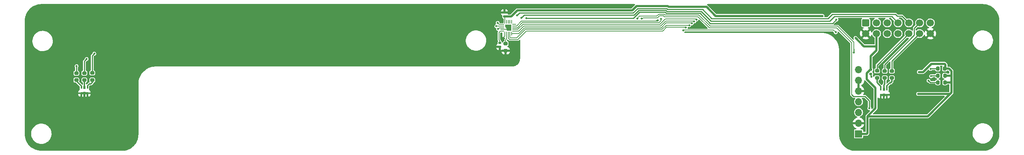
<source format=gbr>
G04 #@! TF.GenerationSoftware,KiCad,Pcbnew,(6.0.2)*
G04 #@! TF.CreationDate,2022-03-03T13:42:42+03:00*
G04 #@! TF.ProjectId,Steel_form_Dish_washer PART 2,53746565-6c5f-4666-9f72-6d5f44697368,rev?*
G04 #@! TF.SameCoordinates,Original*
G04 #@! TF.FileFunction,Copper,L1,Top*
G04 #@! TF.FilePolarity,Positive*
%FSLAX46Y46*%
G04 Gerber Fmt 4.6, Leading zero omitted, Abs format (unit mm)*
G04 Created by KiCad (PCBNEW (6.0.2)) date 2022-03-03 13:42:42*
%MOMM*%
%LPD*%
G01*
G04 APERTURE LIST*
G04 Aperture macros list*
%AMRoundRect*
0 Rectangle with rounded corners*
0 $1 Rounding radius*
0 $2 $3 $4 $5 $6 $7 $8 $9 X,Y pos of 4 corners*
0 Add a 4 corners polygon primitive as box body*
4,1,4,$2,$3,$4,$5,$6,$7,$8,$9,$2,$3,0*
0 Add four circle primitives for the rounded corners*
1,1,$1+$1,$2,$3*
1,1,$1+$1,$4,$5*
1,1,$1+$1,$6,$7*
1,1,$1+$1,$8,$9*
0 Add four rect primitives between the rounded corners*
20,1,$1+$1,$2,$3,$4,$5,0*
20,1,$1+$1,$4,$5,$6,$7,0*
20,1,$1+$1,$6,$7,$8,$9,0*
20,1,$1+$1,$8,$9,$2,$3,0*%
%AMFreePoly0*
4,1,14,0.354215,0.088284,0.450784,-0.008285,0.462500,-0.036569,0.462500,-0.060000,0.450784,-0.088284,0.422500,-0.100000,-0.422500,-0.100000,-0.450784,-0.088284,-0.462500,-0.060000,-0.462500,0.060000,-0.450784,0.088284,-0.422500,0.100000,0.325931,0.100000,0.354215,0.088284,0.354215,0.088284,$1*%
%AMFreePoly1*
4,1,14,0.450784,0.088284,0.462500,0.060000,0.462500,0.036569,0.450784,0.008285,0.354215,-0.088284,0.325931,-0.100000,-0.422500,-0.100000,-0.450784,-0.088284,-0.462500,-0.060000,-0.462500,0.060000,-0.450784,0.088284,-0.422500,0.100000,0.422500,0.100000,0.450784,0.088284,0.450784,0.088284,$1*%
%AMFreePoly2*
4,1,14,0.088284,0.450784,0.100000,0.422500,0.100000,-0.422500,0.088284,-0.450784,0.060000,-0.462500,-0.060000,-0.462500,-0.088284,-0.450784,-0.100000,-0.422500,-0.100000,0.325931,-0.088284,0.354215,0.008285,0.450784,0.036569,0.462500,0.060000,0.462500,0.088284,0.450784,0.088284,0.450784,$1*%
%AMFreePoly3*
4,1,14,-0.008285,0.450784,0.088284,0.354215,0.100000,0.325931,0.100000,-0.422500,0.088284,-0.450784,0.060000,-0.462500,-0.060000,-0.462500,-0.088284,-0.450784,-0.100000,-0.422500,-0.100000,0.422500,-0.088284,0.450784,-0.060000,0.462500,-0.036569,0.462500,-0.008285,0.450784,-0.008285,0.450784,$1*%
%AMFreePoly4*
4,1,14,0.450784,0.088284,0.462500,0.060000,0.462500,-0.060000,0.450784,-0.088284,0.422500,-0.100000,-0.325931,-0.100000,-0.354215,-0.088284,-0.450784,0.008285,-0.462500,0.036569,-0.462500,0.060000,-0.450784,0.088284,-0.422500,0.100000,0.422500,0.100000,0.450784,0.088284,0.450784,0.088284,$1*%
%AMFreePoly5*
4,1,14,0.450784,0.088284,0.462500,0.060000,0.462500,-0.060000,0.450784,-0.088284,0.422500,-0.100000,-0.422500,-0.100000,-0.450784,-0.088284,-0.462500,-0.060000,-0.462500,-0.036569,-0.450784,-0.008285,-0.354215,0.088284,-0.325931,0.100000,0.422500,0.100000,0.450784,0.088284,0.450784,0.088284,$1*%
%AMFreePoly6*
4,1,14,0.088284,0.450784,0.100000,0.422500,0.100000,-0.325931,0.088284,-0.354215,-0.008285,-0.450784,-0.036569,-0.462500,-0.060000,-0.462500,-0.088284,-0.450784,-0.100000,-0.422500,-0.100000,0.422500,-0.088284,0.450784,-0.060000,0.462500,0.060000,0.462500,0.088284,0.450784,0.088284,0.450784,$1*%
%AMFreePoly7*
4,1,14,0.088284,0.450784,0.100000,0.422500,0.100000,-0.422500,0.088284,-0.450784,0.060000,-0.462500,0.036569,-0.462500,0.008285,-0.450784,-0.088284,-0.354215,-0.100000,-0.325931,-0.100000,0.422500,-0.088284,0.450784,-0.060000,0.462500,0.060000,0.462500,0.088284,0.450784,0.088284,0.450784,$1*%
G04 Aperture macros list end*
G04 #@! TA.AperFunction,SMDPad,CuDef*
%ADD10RoundRect,0.200000X-0.275000X0.200000X-0.275000X-0.200000X0.275000X-0.200000X0.275000X0.200000X0*%
G04 #@! TD*
G04 #@! TA.AperFunction,SMDPad,CuDef*
%ADD11RoundRect,0.140000X0.170000X-0.140000X0.170000X0.140000X-0.170000X0.140000X-0.170000X-0.140000X0*%
G04 #@! TD*
G04 #@! TA.AperFunction,SMDPad,CuDef*
%ADD12RoundRect,0.140000X-0.170000X0.140000X-0.170000X-0.140000X0.170000X-0.140000X0.170000X0.140000X0*%
G04 #@! TD*
G04 #@! TA.AperFunction,SMDPad,CuDef*
%ADD13R,0.400000X0.600000*%
G04 #@! TD*
G04 #@! TA.AperFunction,SMDPad,CuDef*
%ADD14R,0.500000X0.700000*%
G04 #@! TD*
G04 #@! TA.AperFunction,SMDPad,CuDef*
%ADD15RoundRect,0.200000X0.200000X0.275000X-0.200000X0.275000X-0.200000X-0.275000X0.200000X-0.275000X0*%
G04 #@! TD*
G04 #@! TA.AperFunction,SMDPad,CuDef*
%ADD16FreePoly0,0.000000*%
G04 #@! TD*
G04 #@! TA.AperFunction,SMDPad,CuDef*
%ADD17RoundRect,0.050000X-0.412500X-0.050000X0.412500X-0.050000X0.412500X0.050000X-0.412500X0.050000X0*%
G04 #@! TD*
G04 #@! TA.AperFunction,SMDPad,CuDef*
%ADD18FreePoly1,0.000000*%
G04 #@! TD*
G04 #@! TA.AperFunction,SMDPad,CuDef*
%ADD19FreePoly2,0.000000*%
G04 #@! TD*
G04 #@! TA.AperFunction,SMDPad,CuDef*
%ADD20RoundRect,0.050000X-0.050000X-0.412500X0.050000X-0.412500X0.050000X0.412500X-0.050000X0.412500X0*%
G04 #@! TD*
G04 #@! TA.AperFunction,SMDPad,CuDef*
%ADD21FreePoly3,0.000000*%
G04 #@! TD*
G04 #@! TA.AperFunction,SMDPad,CuDef*
%ADD22FreePoly4,0.000000*%
G04 #@! TD*
G04 #@! TA.AperFunction,SMDPad,CuDef*
%ADD23FreePoly5,0.000000*%
G04 #@! TD*
G04 #@! TA.AperFunction,SMDPad,CuDef*
%ADD24FreePoly6,0.000000*%
G04 #@! TD*
G04 #@! TA.AperFunction,SMDPad,CuDef*
%ADD25FreePoly7,0.000000*%
G04 #@! TD*
G04 #@! TA.AperFunction,SMDPad,CuDef*
%ADD26RoundRect,0.135000X-0.185000X0.135000X-0.185000X-0.135000X0.185000X-0.135000X0.185000X0.135000X0*%
G04 #@! TD*
G04 #@! TA.AperFunction,ComponentPad*
%ADD27R,1.700000X1.700000*%
G04 #@! TD*
G04 #@! TA.AperFunction,ComponentPad*
%ADD28O,1.700000X1.700000*%
G04 #@! TD*
G04 #@! TA.AperFunction,ComponentPad*
%ADD29RoundRect,0.250000X-0.600000X0.600000X-0.600000X-0.600000X0.600000X-0.600000X0.600000X0.600000X0*%
G04 #@! TD*
G04 #@! TA.AperFunction,ComponentPad*
%ADD30C,1.700000*%
G04 #@! TD*
G04 #@! TA.AperFunction,ViaPad*
%ADD31C,0.500000*%
G04 #@! TD*
G04 #@! TA.AperFunction,Conductor*
%ADD32C,0.200000*%
G04 #@! TD*
G04 #@! TA.AperFunction,Conductor*
%ADD33C,0.500000*%
G04 #@! TD*
G04 #@! TA.AperFunction,Conductor*
%ADD34C,0.254000*%
G04 #@! TD*
G04 #@! TA.AperFunction,Conductor*
%ADD35C,0.304800*%
G04 #@! TD*
G04 APERTURE END LIST*
D10*
X282800000Y-235350000D03*
X282800000Y-237000000D03*
X193400000Y-228880000D03*
X193400000Y-230530000D03*
D11*
X193100000Y-222430000D03*
X193100000Y-221470000D03*
D12*
X192000000Y-228670000D03*
X192000000Y-229630000D03*
D10*
X280950000Y-235325000D03*
X280950000Y-236975000D03*
D13*
X93335000Y-239280000D03*
X93335000Y-240630000D03*
D14*
X94060000Y-239280000D03*
X94060000Y-240630000D03*
D13*
X94785000Y-239280000D03*
X94785000Y-240630000D03*
D15*
X296950000Y-236450000D03*
X295300000Y-236450000D03*
X296925000Y-234800000D03*
X295275000Y-234800000D03*
D13*
X281835000Y-239680000D03*
X281835000Y-241030000D03*
D14*
X282560000Y-239680000D03*
X282560000Y-241030000D03*
D13*
X283285000Y-239680000D03*
X283285000Y-241030000D03*
D10*
X94050000Y-235850000D03*
X94050000Y-237500000D03*
D16*
X192612500Y-224300000D03*
D17*
X192612500Y-224700000D03*
X192612500Y-225100000D03*
X192612500Y-225500000D03*
D18*
X192612500Y-225900000D03*
D19*
X193200000Y-226487500D03*
D20*
X193600000Y-226487500D03*
X194000000Y-226487500D03*
X194400000Y-226487500D03*
D21*
X194800000Y-226487500D03*
D22*
X195387500Y-225900000D03*
D17*
X195387500Y-225500000D03*
X195387500Y-225100000D03*
X195387500Y-224700000D03*
D23*
X195387500Y-224300000D03*
D24*
X194800000Y-223712500D03*
D20*
X194400000Y-223712500D03*
X194000000Y-223712500D03*
X193600000Y-223712500D03*
D25*
X193200000Y-223712500D03*
D10*
X284450000Y-235350000D03*
X284450000Y-237000000D03*
D26*
X279500000Y-235030000D03*
X279500000Y-236050000D03*
D10*
X95900000Y-235825000D03*
X95900000Y-237475000D03*
D15*
X296975000Y-238050000D03*
X295325000Y-238050000D03*
D10*
X92150000Y-235875000D03*
X92150000Y-237525000D03*
D27*
X276600000Y-250250000D03*
D28*
X276600000Y-247710000D03*
X276600000Y-245170000D03*
X276600000Y-242630000D03*
X276600000Y-240090000D03*
X276600000Y-237550000D03*
X276600000Y-235010000D03*
D29*
X278300000Y-223950000D03*
D30*
X278300000Y-226490000D03*
X280840000Y-223950000D03*
X280840000Y-226490000D03*
X283380000Y-223950000D03*
X283380000Y-226490000D03*
X285920000Y-223950000D03*
X285920000Y-226490000D03*
X288460000Y-223950000D03*
X288460000Y-226490000D03*
X291000000Y-223950000D03*
X291000000Y-226490000D03*
X293540000Y-223950000D03*
X293540000Y-226490000D03*
D31*
X299850000Y-221200000D03*
X192450000Y-221500000D03*
X89550000Y-225150000D03*
X193750000Y-225450000D03*
X249600000Y-221050000D03*
X299850000Y-224350000D03*
X94150000Y-225150000D03*
X288450000Y-250350000D03*
X299900000Y-227400000D03*
X268000000Y-220850000D03*
X159950000Y-225150000D03*
X239100000Y-224850000D03*
X282850000Y-250350000D03*
X84500000Y-243100000D03*
X122100000Y-225150000D03*
X169550000Y-225250000D03*
X257900000Y-220950000D03*
X299900000Y-230000000D03*
X192700000Y-227550000D03*
X94000000Y-243250000D03*
X115000000Y-225100000D03*
X298950000Y-250400000D03*
X294250000Y-250400000D03*
X101900000Y-243250000D03*
X290650000Y-240800000D03*
X268100000Y-222300000D03*
X290800000Y-235600000D03*
X275875000Y-227525000D03*
X235889262Y-225049500D03*
X236693779Y-224500000D03*
X237300000Y-224050000D03*
X237850000Y-223600000D03*
X238400000Y-223150000D03*
X230025000Y-223025000D03*
X229250000Y-223350500D03*
X279600000Y-236750000D03*
X225450000Y-222950980D03*
X191200000Y-224750000D03*
X279150000Y-244200000D03*
X293700000Y-236600000D03*
X191600000Y-225400000D03*
X235300000Y-225700000D03*
X271225000Y-226175000D03*
X293575000Y-234875000D03*
X198247989Y-222853511D03*
X271375000Y-223175000D03*
X94575000Y-232525000D03*
X92200000Y-234200000D03*
X197100000Y-222750000D03*
X196099250Y-222149250D03*
X96400000Y-231250000D03*
X224400000Y-222950980D03*
X191500000Y-223950000D03*
X293100000Y-237650000D03*
X275499500Y-231000000D03*
D32*
X193700000Y-225500000D02*
X193750000Y-225450000D01*
D33*
X193100000Y-221470000D02*
X192480000Y-221470000D01*
D32*
X193200000Y-226487500D02*
X193200000Y-227050000D01*
D33*
X192480000Y-221470000D02*
X192450000Y-221500000D01*
D32*
X193200000Y-227050000D02*
X192700000Y-227550000D01*
X193650000Y-225500000D02*
X193700000Y-225500000D01*
X192612500Y-225500000D02*
X193650000Y-225500000D01*
D33*
X291800000Y-235600000D02*
X293750000Y-233650000D01*
X297100000Y-233850000D02*
X297100000Y-234625000D01*
X194720000Y-222430000D02*
X193100000Y-222430000D01*
X278500000Y-237300000D02*
X278500000Y-235903364D01*
X279450000Y-231850000D02*
X279450000Y-234980000D01*
X268100000Y-222300000D02*
X242900000Y-222300000D01*
X280840000Y-229510000D02*
X277860000Y-229510000D01*
X278700000Y-250100000D02*
X278700000Y-246100000D01*
X280840000Y-230460000D02*
X279450000Y-231850000D01*
X196150000Y-221000000D02*
X194720000Y-222430000D01*
X298200000Y-240800000D02*
X298300000Y-240700000D01*
D32*
X193200000Y-222530000D02*
X193100000Y-222430000D01*
D33*
X276600000Y-250250000D02*
X278550000Y-250250000D01*
X290800000Y-235600000D02*
X291800000Y-235600000D01*
X298500000Y-235350000D02*
X297950000Y-234800000D01*
X224268238Y-219966440D02*
X223234678Y-221000000D01*
X298350000Y-236450000D02*
X298500000Y-236300000D01*
X240750000Y-220150000D02*
X231798070Y-220150000D01*
D32*
X193200000Y-223712500D02*
X193200000Y-222530000D01*
D33*
X290650000Y-240800000D02*
X298200000Y-240800000D01*
X297950000Y-234800000D02*
X296925000Y-234800000D01*
X298500000Y-240500000D02*
X298500000Y-237850000D01*
X279450000Y-234980000D02*
X279500000Y-235030000D01*
X298300000Y-238050000D02*
X298500000Y-237850000D01*
X293750000Y-233650000D02*
X296900000Y-233650000D01*
X242900000Y-222300000D02*
X240750000Y-220150000D01*
X297100000Y-234625000D02*
X296925000Y-234800000D01*
X298500000Y-237850000D02*
X298500000Y-236300000D01*
X298500000Y-236300000D02*
X298500000Y-235350000D01*
X278500000Y-235903364D02*
X279373364Y-235030000D01*
X280600000Y-244200000D02*
X280600000Y-239400000D01*
X278700000Y-246100000D02*
X280600000Y-244200000D01*
X280600000Y-239400000D02*
X278500000Y-237300000D01*
X279373364Y-235030000D02*
X279500000Y-235030000D01*
X231798070Y-220150000D02*
X231614510Y-219966440D01*
X298300000Y-240700000D02*
X298500000Y-240500000D01*
X223234678Y-221000000D02*
X196150000Y-221000000D01*
X292900000Y-246100000D02*
X298300000Y-240700000D01*
X280840000Y-229510000D02*
X280840000Y-230460000D01*
X296975000Y-238050000D02*
X298300000Y-238050000D01*
X296950000Y-236450000D02*
X298350000Y-236450000D01*
X231614510Y-219966440D02*
X224268238Y-219966440D01*
X278550000Y-250250000D02*
X278700000Y-250100000D01*
X280840000Y-226490000D02*
X280840000Y-229510000D01*
X277860000Y-229510000D02*
X275875000Y-227525000D01*
X296900000Y-233650000D02*
X297100000Y-233850000D01*
X278700000Y-246100000D02*
X292900000Y-246100000D01*
D32*
X230427430Y-225897600D02*
X198283324Y-225897600D01*
X235350000Y-225000000D02*
X235839762Y-225000000D01*
X231325030Y-225000000D02*
X230427430Y-225897600D01*
X196280924Y-227900000D02*
X195600000Y-227900000D01*
X194000000Y-227550000D02*
X194350000Y-227900000D01*
X194000000Y-226487500D02*
X194000000Y-227550000D01*
X235839762Y-225000000D02*
X235889262Y-225049500D01*
X198283324Y-225897600D02*
X196280924Y-227900000D01*
X235889262Y-225000000D02*
X235350000Y-225000000D01*
X194350000Y-227900000D02*
X195600000Y-227900000D01*
X235350000Y-225000000D02*
X231325030Y-225000000D01*
X195050000Y-227900000D02*
X195600000Y-227900000D01*
X198026882Y-225498080D02*
X196024962Y-227500000D01*
X194400000Y-227384994D02*
X194400000Y-226487500D01*
X194515006Y-227500000D02*
X194400000Y-227384994D01*
X231260024Y-224500000D02*
X230261944Y-225498080D01*
X236693779Y-224500000D02*
X231260024Y-224500000D01*
X236719279Y-224474500D02*
X236693779Y-224500000D01*
X196024962Y-227500000D02*
X194515006Y-227500000D01*
X230261944Y-225498080D02*
X198026882Y-225498080D01*
X230096458Y-225098560D02*
X197861409Y-225098560D01*
X231245018Y-223950000D02*
X230096458Y-225098560D01*
X197861409Y-225098560D02*
X196472469Y-226487500D01*
X237300000Y-224050000D02*
X237200000Y-223950000D01*
X237200000Y-223950000D02*
X231245018Y-223950000D01*
X196472469Y-226487500D02*
X194800000Y-226487500D01*
X196494975Y-225900000D02*
X195387500Y-225900000D01*
X229930972Y-224699040D02*
X197695935Y-224699040D01*
X237850000Y-223600000D02*
X237750000Y-223500000D01*
X237750000Y-223500000D02*
X231130012Y-223500000D01*
X197695935Y-224699040D02*
X196494975Y-225900000D01*
X231130012Y-223500000D02*
X229930972Y-224699040D01*
X238300000Y-223050000D02*
X231015006Y-223050000D01*
X238400000Y-223150000D02*
X238300000Y-223050000D01*
X196280630Y-225499510D02*
X195387990Y-225499510D01*
X229765486Y-224299520D02*
X197480620Y-224299520D01*
X195387990Y-225499510D02*
X195387500Y-225500000D01*
X197480620Y-224299520D02*
X196280630Y-225499510D01*
X231015006Y-223050000D02*
X229765486Y-224299520D01*
X197315147Y-223900000D02*
X229600000Y-223900000D01*
X230025000Y-223475000D02*
X230025000Y-223025000D01*
X229600000Y-223900000D02*
X230025000Y-223475000D01*
X196115146Y-225100000D02*
X197315147Y-223900000D01*
X195387500Y-225100000D02*
X196115146Y-225100000D01*
X229250000Y-223375500D02*
X229125020Y-223500480D01*
X195950153Y-224700000D02*
X197125076Y-223525076D01*
X228799520Y-223500480D02*
X228949500Y-223350500D01*
X195387500Y-224700000D02*
X195950153Y-224700000D01*
X197149672Y-223500480D02*
X197125076Y-223525076D01*
X228949500Y-223350500D02*
X229250000Y-223350500D01*
X229125020Y-223500480D02*
X228799520Y-223500480D01*
X228799520Y-223500480D02*
X197149672Y-223500480D01*
D34*
X279500000Y-236400000D02*
X279500000Y-236050000D01*
X279600000Y-236750000D02*
X279600000Y-236500000D01*
X279600000Y-236500000D02*
X279500000Y-236400000D01*
D32*
X274950000Y-228700000D02*
X274950000Y-240950000D01*
X225625000Y-222950980D02*
X225450000Y-222950980D01*
X225799958Y-222776022D02*
X229142151Y-222776021D01*
X229142151Y-222776021D02*
X229642150Y-222276022D01*
X191200000Y-224750000D02*
X191250000Y-224700000D01*
D34*
X295300000Y-236450000D02*
X293750000Y-236450000D01*
D32*
X238768074Y-222483080D02*
X241434994Y-225150000D01*
X192612500Y-224700000D02*
X191700000Y-224700000D01*
D34*
X274950000Y-240950000D02*
X275400000Y-241400000D01*
D32*
X191700000Y-224700000D02*
X191554900Y-224700000D01*
X230576022Y-222276022D02*
X230783080Y-222483080D01*
X225687990Y-222887990D02*
X225799958Y-222776022D01*
D34*
X279150000Y-242400000D02*
X279150000Y-244200000D01*
X278150000Y-241400000D02*
X279150000Y-242400000D01*
X293750000Y-236450000D02*
X293700000Y-236500000D01*
D32*
X271400000Y-225150000D02*
X274950000Y-228700000D01*
X225687990Y-222887990D02*
X225625000Y-222950980D01*
X191554900Y-224700000D02*
X191535300Y-224719600D01*
X225600000Y-222975980D02*
X225687990Y-222887990D01*
X191250000Y-224700000D02*
X191700000Y-224700000D01*
X229642150Y-222276022D02*
X230576022Y-222276022D01*
X230783080Y-222483080D02*
X238768074Y-222483080D01*
X241434994Y-225150000D02*
X271400000Y-225150000D01*
D34*
X275400000Y-241400000D02*
X278150000Y-241400000D01*
X293575000Y-234875000D02*
X293525000Y-234925000D01*
D32*
X235350000Y-225650000D02*
X270700000Y-225650000D01*
X192612500Y-225100000D02*
X191900000Y-225100000D01*
D34*
X295275000Y-234800000D02*
X293650000Y-234800000D01*
D32*
X270700000Y-225650000D02*
X271225000Y-226175000D01*
D34*
X293650000Y-234800000D02*
X293575000Y-234875000D01*
D32*
X191900000Y-225100000D02*
X191600000Y-225400000D01*
D34*
X231207040Y-221657040D02*
X231000000Y-221450000D01*
X271400000Y-223150000D02*
X271375000Y-223175000D01*
X94575000Y-232525000D02*
X94050000Y-233050000D01*
X223537850Y-222853511D02*
X198247989Y-222853511D01*
X94050000Y-233050000D02*
X94050000Y-235850000D01*
X231000000Y-221450000D02*
X224941362Y-221450000D01*
X271375000Y-223175000D02*
X270450000Y-224100000D01*
X94600000Y-232500000D02*
X94575000Y-232525000D01*
X241650000Y-224100000D02*
X239207040Y-221657040D01*
X224941362Y-221450000D02*
X223537850Y-222853511D01*
X270450000Y-224100000D02*
X241650000Y-224100000D01*
X239207040Y-221657040D02*
X231207040Y-221657040D01*
X231187854Y-220996480D02*
X224753520Y-220996480D01*
X224753520Y-220996480D02*
X223696480Y-222053520D01*
X285920000Y-223950000D02*
X284420000Y-222450000D01*
X284420000Y-222450000D02*
X270900000Y-222450000D01*
X239503520Y-221203520D02*
X231394894Y-221203520D01*
X92200000Y-235825000D02*
X92150000Y-235875000D01*
X241800000Y-223500000D02*
X239503520Y-221203520D01*
X269850000Y-223500000D02*
X241800000Y-223500000D01*
X223696480Y-222053520D02*
X197796480Y-222053520D01*
X197796480Y-222053520D02*
X197100000Y-222750000D01*
X270900000Y-222450000D02*
X269850000Y-223500000D01*
X92200000Y-234200000D02*
X92200000Y-235825000D01*
X231394894Y-221203520D02*
X231187854Y-220996480D01*
X282800000Y-233813839D02*
X289750000Y-226863839D01*
X289750000Y-226863839D02*
X289750000Y-225200000D01*
X289750000Y-225200000D02*
X291000000Y-223950000D01*
X282800000Y-235350000D02*
X282800000Y-233813839D01*
X96400000Y-231250000D02*
X95900000Y-231750000D01*
X196648500Y-221600000D02*
X196099250Y-222149250D01*
X286860000Y-222350000D02*
X285750000Y-222350000D01*
X270400000Y-221900000D02*
X269350000Y-222950000D01*
X196074250Y-222174250D02*
X196050000Y-222198500D01*
X95900000Y-231750000D02*
X95900000Y-235825000D01*
X231582748Y-220750000D02*
X231375708Y-220542960D01*
X285750000Y-222350000D02*
X285300000Y-221900000D01*
X288460000Y-223950000D02*
X286860000Y-222350000D01*
X196099250Y-222149250D02*
X196074250Y-222174250D01*
X269350000Y-222950000D02*
X242000000Y-222950000D01*
X239800000Y-220750000D02*
X231582748Y-220750000D01*
X223450000Y-221600000D02*
X196648500Y-221600000D01*
X285300000Y-221900000D02*
X270400000Y-221900000D01*
X242000000Y-222950000D02*
X239800000Y-220750000D01*
X224507040Y-220542960D02*
X223450000Y-221600000D01*
X231375708Y-220542960D02*
X224507040Y-220542960D01*
X288460000Y-226490000D02*
X280950000Y-234000000D01*
X280950000Y-234000000D02*
X280950000Y-235325000D01*
X284450000Y-233040000D02*
X284450000Y-235350000D01*
X291000000Y-226490000D02*
X284450000Y-233040000D01*
X275474500Y-230125500D02*
X275474500Y-230975000D01*
D32*
X224400000Y-222950980D02*
X224974469Y-222376511D01*
X230741517Y-221876511D02*
X230948566Y-222083560D01*
D34*
X275474500Y-230975000D02*
X275499500Y-231000000D01*
X295325000Y-238050000D02*
X293500000Y-238050000D01*
D32*
X238933560Y-222083560D02*
X241600000Y-224750000D01*
X230948566Y-222083560D02*
X238933560Y-222083560D01*
X229476667Y-221876511D02*
X230741517Y-221876511D01*
X191850000Y-224300000D02*
X191500000Y-223950000D01*
X241600000Y-224750000D02*
X271700000Y-224750000D01*
X271700000Y-224750000D02*
X275474500Y-228524500D01*
D34*
X293500000Y-238050000D02*
X293100000Y-237650000D01*
D32*
X275474500Y-228524500D02*
X275474500Y-230125500D01*
X224974469Y-222376511D02*
X228976667Y-222376511D01*
X228976667Y-222376511D02*
X229476667Y-221876511D01*
X192612500Y-224300000D02*
X191850000Y-224300000D01*
X192150000Y-225900000D02*
X192612500Y-225900000D01*
X192000000Y-228670000D02*
X192000000Y-228200000D01*
X191800000Y-226250000D02*
X192150000Y-225900000D01*
X192000000Y-228200000D02*
X191800000Y-228000000D01*
X191800000Y-228000000D02*
X191800000Y-226250000D01*
D35*
X93335000Y-238935000D02*
X93335000Y-239280000D01*
X92150000Y-237750000D02*
X93335000Y-238935000D01*
X92150000Y-237525000D02*
X92150000Y-237750000D01*
X94060000Y-239280000D02*
X94060000Y-237510000D01*
X94060000Y-237510000D02*
X94050000Y-237500000D01*
X95200000Y-238400000D02*
X95600000Y-238400000D01*
X95900000Y-238100000D02*
X95900000Y-237475000D01*
X94785000Y-239280000D02*
X94785000Y-238815000D01*
X95600000Y-238400000D02*
X95900000Y-238100000D01*
X94785000Y-238815000D02*
X95200000Y-238400000D01*
X280950000Y-238100000D02*
X280950000Y-236975000D01*
X281835000Y-239680000D02*
X281835000Y-238985000D01*
X281835000Y-238985000D02*
X280950000Y-238100000D01*
X282560000Y-238640000D02*
X282800000Y-238400000D01*
X282800000Y-238400000D02*
X282800000Y-237000000D01*
X282560000Y-239680000D02*
X282560000Y-238640000D01*
X283285000Y-239680000D02*
X283285000Y-238865000D01*
X283950000Y-238200000D02*
X284150000Y-238200000D01*
X283950000Y-238200000D02*
X284200000Y-238200000D01*
X283300000Y-238850000D02*
X283950000Y-238200000D01*
X284450000Y-237900000D02*
X284450000Y-237000000D01*
X283285000Y-238865000D02*
X283300000Y-238850000D01*
X284150000Y-238200000D02*
X284450000Y-237900000D01*
D32*
X193400000Y-228880000D02*
X193400000Y-227950000D01*
X193600000Y-227750000D02*
X193600000Y-226487500D01*
X193400000Y-227950000D02*
X193600000Y-227750000D01*
G04 #@! TA.AperFunction,Conductor*
G36*
X305900000Y-219505146D02*
G01*
X305913824Y-219500654D01*
X305913864Y-219500666D01*
X305913865Y-219500641D01*
X306244772Y-219515940D01*
X306254029Y-219516368D01*
X306265618Y-219517442D01*
X306610859Y-219565601D01*
X306622299Y-219567740D01*
X306961625Y-219647548D01*
X306972801Y-219650728D01*
X307111340Y-219697162D01*
X307303318Y-219761507D01*
X307314170Y-219765711D01*
X307633055Y-219906512D01*
X307643473Y-219911700D01*
X307947990Y-220081315D01*
X307957885Y-220087441D01*
X308245469Y-220284441D01*
X308254757Y-220291455D01*
X308522938Y-220514149D01*
X308531538Y-220521990D01*
X308778010Y-220768462D01*
X308785851Y-220777062D01*
X309008545Y-221045243D01*
X309015559Y-221054531D01*
X309212559Y-221342115D01*
X309218685Y-221352010D01*
X309388300Y-221656527D01*
X309393488Y-221666945D01*
X309534289Y-221985830D01*
X309538493Y-221996682D01*
X309587473Y-222142816D01*
X309645841Y-222316961D01*
X309649269Y-222327190D01*
X309652452Y-222338375D01*
X309716313Y-222609900D01*
X309732260Y-222677701D01*
X309734399Y-222689141D01*
X309782558Y-223034382D01*
X309783632Y-223045971D01*
X309799359Y-223386135D01*
X309794854Y-223400000D01*
X309800000Y-223415838D01*
X309800000Y-250384162D01*
X309794854Y-250400000D01*
X309799346Y-250413824D01*
X309799334Y-250413864D01*
X309799359Y-250413865D01*
X309788057Y-250658330D01*
X309783632Y-250754029D01*
X309782558Y-250765618D01*
X309734399Y-251110859D01*
X309732260Y-251122299D01*
X309664496Y-251410418D01*
X309652454Y-251461616D01*
X309649272Y-251472801D01*
X309636664Y-251510418D01*
X309538493Y-251803318D01*
X309534289Y-251814170D01*
X309393488Y-252133055D01*
X309388300Y-252143473D01*
X309218685Y-252447990D01*
X309212559Y-252457885D01*
X309015559Y-252745469D01*
X309008545Y-252754757D01*
X308785851Y-253022938D01*
X308778010Y-253031538D01*
X308531538Y-253278010D01*
X308522938Y-253285851D01*
X308254757Y-253508545D01*
X308245469Y-253515559D01*
X307957885Y-253712559D01*
X307947990Y-253718685D01*
X307643473Y-253888300D01*
X307633055Y-253893488D01*
X307314170Y-254034289D01*
X307303318Y-254038493D01*
X307197115Y-254074089D01*
X306972801Y-254149272D01*
X306961625Y-254152452D01*
X306643732Y-254227219D01*
X306622299Y-254232260D01*
X306610859Y-254234399D01*
X306265618Y-254282558D01*
X306254029Y-254283632D01*
X305913865Y-254299359D01*
X305900000Y-254294854D01*
X305884162Y-254300000D01*
X275915838Y-254300000D01*
X275900000Y-254294854D01*
X275886176Y-254299346D01*
X275886136Y-254299334D01*
X275886135Y-254299359D01*
X275545971Y-254283632D01*
X275534382Y-254282558D01*
X275189141Y-254234399D01*
X275177701Y-254232260D01*
X275156268Y-254227219D01*
X274838375Y-254152452D01*
X274827199Y-254149272D01*
X274602885Y-254074089D01*
X274496682Y-254038493D01*
X274485830Y-254034289D01*
X274166945Y-253893488D01*
X274156527Y-253888300D01*
X273852010Y-253718685D01*
X273842115Y-253712559D01*
X273554531Y-253515559D01*
X273545243Y-253508545D01*
X273277062Y-253285851D01*
X273268462Y-253278010D01*
X273021990Y-253031538D01*
X273014149Y-253022938D01*
X272791455Y-252754757D01*
X272784441Y-252745469D01*
X272587441Y-252457885D01*
X272581315Y-252447990D01*
X272411700Y-252143473D01*
X272406512Y-252133055D01*
X272265711Y-251814170D01*
X272261507Y-251803318D01*
X272163336Y-251510418D01*
X272150728Y-251472801D01*
X272147546Y-251461616D01*
X272135505Y-251410418D01*
X272067740Y-251122299D01*
X272065601Y-251110859D01*
X272017442Y-250765618D01*
X272016368Y-250754029D01*
X272011984Y-250659207D01*
X272000641Y-250413865D01*
X272005146Y-250400000D01*
X272000000Y-250384162D01*
X272000000Y-247444183D01*
X275264389Y-247444183D01*
X275265912Y-247452607D01*
X275278292Y-247456000D01*
X277918344Y-247456000D01*
X277931875Y-247452027D01*
X277933180Y-247442947D01*
X277891214Y-247275875D01*
X277887894Y-247266124D01*
X277802972Y-247070814D01*
X277798105Y-247061739D01*
X277682426Y-246882926D01*
X277676136Y-246874757D01*
X277532806Y-246717240D01*
X277525273Y-246710215D01*
X277358139Y-246578222D01*
X277349552Y-246572517D01*
X277163117Y-246469599D01*
X277153705Y-246465369D01*
X276962031Y-246397493D01*
X276904495Y-246355899D01*
X276878579Y-246289801D01*
X276892513Y-246220185D01*
X276941872Y-246169154D01*
X276970206Y-246157362D01*
X276975790Y-246155803D01*
X276975799Y-246155800D01*
X276981725Y-246154145D01*
X276987214Y-246151372D01*
X276987220Y-246151370D01*
X277160116Y-246064033D01*
X277165610Y-246061258D01*
X277185556Y-246045675D01*
X277323101Y-245938213D01*
X277327951Y-245934424D01*
X277363162Y-245893632D01*
X277458540Y-245783134D01*
X277458540Y-245783133D01*
X277462564Y-245778472D01*
X277474622Y-245757247D01*
X277561276Y-245604707D01*
X277564323Y-245599344D01*
X277629351Y-245403863D01*
X277655171Y-245199474D01*
X277655583Y-245170000D01*
X277635480Y-244964970D01*
X277575935Y-244767749D01*
X277479218Y-244585849D01*
X277378199Y-244461988D01*
X277352906Y-244430975D01*
X277352903Y-244430972D01*
X277349011Y-244426200D01*
X277335742Y-244415223D01*
X277195025Y-244298811D01*
X277195021Y-244298809D01*
X277190275Y-244294882D01*
X277026368Y-244206258D01*
X277014474Y-244199827D01*
X277009055Y-244196897D01*
X276812254Y-244135977D01*
X276806129Y-244135333D01*
X276806128Y-244135333D01*
X276613498Y-244115087D01*
X276613496Y-244115087D01*
X276607369Y-244114443D01*
X276520529Y-244122346D01*
X276408342Y-244132555D01*
X276408339Y-244132556D01*
X276402203Y-244133114D01*
X276204572Y-244191280D01*
X276199107Y-244194137D01*
X276113287Y-244239003D01*
X276022002Y-244286726D01*
X276017201Y-244290586D01*
X276017198Y-244290588D01*
X275880684Y-244400348D01*
X275861447Y-244415815D01*
X275729024Y-244573630D01*
X275726056Y-244579028D01*
X275726053Y-244579033D01*
X275632743Y-244748765D01*
X275629776Y-244754162D01*
X275567484Y-244950532D01*
X275566798Y-244956649D01*
X275566797Y-244956653D01*
X275545207Y-245149137D01*
X275544520Y-245155262D01*
X275561759Y-245360553D01*
X275618544Y-245558586D01*
X275621359Y-245564063D01*
X275621360Y-245564066D01*
X275665267Y-245649500D01*
X275712712Y-245741818D01*
X275840677Y-245903270D01*
X275997564Y-246036791D01*
X276177398Y-246137297D01*
X276242437Y-246158429D01*
X276301042Y-246198502D01*
X276328680Y-246263898D01*
X276316574Y-246333855D01*
X276268568Y-246386162D01*
X276242646Y-246398027D01*
X276076868Y-246452212D01*
X276067359Y-246456209D01*
X275878463Y-246554542D01*
X275869738Y-246560036D01*
X275699433Y-246687905D01*
X275691726Y-246694748D01*
X275544590Y-246848717D01*
X275538104Y-246856727D01*
X275418098Y-247032649D01*
X275413000Y-247041623D01*
X275323338Y-247234783D01*
X275319775Y-247244470D01*
X275264389Y-247444183D01*
X272000000Y-247444183D01*
X272000000Y-230415838D01*
X272005146Y-230400000D01*
X272004252Y-230397248D01*
X272002779Y-230365396D01*
X271987004Y-230024187D01*
X271987003Y-230024180D01*
X271986870Y-230021296D01*
X271951094Y-229764824D01*
X271934897Y-229648710D01*
X271934896Y-229648707D01*
X271934494Y-229645822D01*
X271847697Y-229276783D01*
X271727219Y-228917327D01*
X271574089Y-228570521D01*
X271566856Y-228557534D01*
X271391035Y-228241876D01*
X271389613Y-228239323D01*
X271175365Y-227926559D01*
X271173517Y-227924333D01*
X271173509Y-227924323D01*
X270935030Y-227637134D01*
X270935027Y-227637131D01*
X270933173Y-227634898D01*
X270665102Y-227366827D01*
X270662866Y-227364970D01*
X270375677Y-227126491D01*
X270375667Y-227126483D01*
X270373441Y-227124635D01*
X270060677Y-226910387D01*
X269960411Y-226854539D01*
X269732036Y-226727335D01*
X269732032Y-226727333D01*
X269729479Y-226725911D01*
X269382673Y-226572781D01*
X269023217Y-226452303D01*
X269020384Y-226451637D01*
X269020378Y-226451635D01*
X268831833Y-226407290D01*
X268654178Y-226365506D01*
X268651293Y-226365104D01*
X268651290Y-226365103D01*
X268402710Y-226330428D01*
X268278704Y-226313130D01*
X268275820Y-226312997D01*
X268275813Y-226312996D01*
X267929255Y-226296973D01*
X267929254Y-226296973D01*
X267902752Y-226295748D01*
X267900000Y-226294854D01*
X267884162Y-226300000D01*
X235629867Y-226300000D01*
X235561746Y-226279998D01*
X235515253Y-226226342D01*
X235505149Y-226156068D01*
X235534643Y-226091488D01*
X235563939Y-226066625D01*
X235583072Y-226054878D01*
X235583075Y-226054875D01*
X235590724Y-226050179D01*
X235600580Y-226039291D01*
X235643435Y-225991945D01*
X235703978Y-225954863D01*
X235736850Y-225950500D01*
X270523339Y-225950500D01*
X270591460Y-225970502D01*
X270612434Y-225987405D01*
X270735918Y-226110889D01*
X270769944Y-226173201D01*
X270771758Y-226183642D01*
X270786633Y-226297394D01*
X270797218Y-226321450D01*
X270820548Y-226374471D01*
X270838605Y-226415510D01*
X270844382Y-226422383D01*
X270844383Y-226422384D01*
X270861610Y-226442878D01*
X270921639Y-226514291D01*
X271029060Y-226585796D01*
X271152233Y-226624278D01*
X271161203Y-226624442D01*
X271161207Y-226624443D01*
X271219942Y-226625519D01*
X271281255Y-226626643D01*
X271343505Y-226609672D01*
X271397092Y-226595062D01*
X271397093Y-226595062D01*
X271405755Y-226592700D01*
X271413405Y-226588003D01*
X271413407Y-226588002D01*
X271508072Y-226529878D01*
X271508075Y-226529875D01*
X271515724Y-226525179D01*
X271521750Y-226518522D01*
X271596300Y-226436161D01*
X271596303Y-226436157D01*
X271602322Y-226429507D01*
X271658588Y-226313375D01*
X271661348Y-226296973D01*
X271679190Y-226190917D01*
X271679997Y-226186120D01*
X271680133Y-226175000D01*
X271679442Y-226170176D01*
X271679188Y-226166271D01*
X271694721Y-226096994D01*
X271745242Y-226047113D01*
X271814711Y-226032464D01*
X271881072Y-226057698D01*
X271894017Y-226068988D01*
X274612595Y-228787566D01*
X274646621Y-228849878D01*
X274649500Y-228876661D01*
X274649500Y-240791562D01*
X274637696Y-240844809D01*
X274628780Y-240863930D01*
X274625789Y-240898115D01*
X274622946Y-240930611D01*
X274618713Y-240978984D01*
X274648606Y-241090543D01*
X274654928Y-241099571D01*
X274654928Y-241099572D01*
X274692826Y-241153695D01*
X274698163Y-241161317D01*
X274702053Y-241165207D01*
X275154424Y-241617579D01*
X275161849Y-241625682D01*
X275186240Y-241654750D01*
X275195786Y-241660261D01*
X275195788Y-241660263D01*
X275219102Y-241673723D01*
X275228371Y-241679628D01*
X275259457Y-241701394D01*
X275270101Y-241704246D01*
X275273347Y-241705760D01*
X275276715Y-241706986D01*
X275286261Y-241712497D01*
X275321310Y-241718677D01*
X275323633Y-241719087D01*
X275334356Y-241721464D01*
X275371016Y-241731287D01*
X275382000Y-241730326D01*
X275382001Y-241730326D01*
X275408811Y-241727980D01*
X275419794Y-241727500D01*
X275715691Y-241727500D01*
X275783812Y-241747502D01*
X275830305Y-241801158D01*
X275840409Y-241871432D01*
X275812213Y-241934489D01*
X275729024Y-242033630D01*
X275726056Y-242039028D01*
X275726053Y-242039033D01*
X275719315Y-242051290D01*
X275629776Y-242214162D01*
X275567484Y-242410532D01*
X275566798Y-242416649D01*
X275566797Y-242416653D01*
X275553449Y-242535655D01*
X275544520Y-242615262D01*
X275561759Y-242820553D01*
X275618544Y-243018586D01*
X275621359Y-243024063D01*
X275621360Y-243024066D01*
X275642247Y-243064707D01*
X275712712Y-243201818D01*
X275840677Y-243363270D01*
X275997564Y-243496791D01*
X276177398Y-243597297D01*
X276272238Y-243628112D01*
X276367471Y-243659056D01*
X276367475Y-243659057D01*
X276373329Y-243660959D01*
X276577894Y-243685351D01*
X276584029Y-243684879D01*
X276584031Y-243684879D01*
X276640039Y-243680569D01*
X276783300Y-243669546D01*
X276789230Y-243667890D01*
X276789232Y-243667890D01*
X276975797Y-243615800D01*
X276975796Y-243615800D01*
X276981725Y-243614145D01*
X276987214Y-243611372D01*
X276987220Y-243611370D01*
X277160116Y-243524033D01*
X277165610Y-243521258D01*
X277327951Y-243394424D01*
X277462564Y-243238472D01*
X277483387Y-243201818D01*
X277561276Y-243064707D01*
X277564323Y-243059344D01*
X277629351Y-242863863D01*
X277655171Y-242659474D01*
X277655583Y-242630000D01*
X277635480Y-242424970D01*
X277575935Y-242227749D01*
X277479218Y-242045849D01*
X277469253Y-242033630D01*
X277387291Y-241933136D01*
X277359737Y-241867704D01*
X277371932Y-241797763D01*
X277420005Y-241745518D01*
X277484934Y-241727500D01*
X277962155Y-241727500D01*
X278030276Y-241747502D01*
X278051251Y-241764405D01*
X278785596Y-242498751D01*
X278819621Y-242561063D01*
X278822500Y-242587846D01*
X278822500Y-243842546D01*
X278802498Y-243910667D01*
X278790942Y-243925953D01*
X278769596Y-243950122D01*
X278765782Y-243958245D01*
X278765781Y-243958247D01*
X278763568Y-243962961D01*
X278714754Y-244066932D01*
X278707256Y-244115087D01*
X278696282Y-244185567D01*
X278696282Y-244185571D01*
X278694901Y-244194440D01*
X278696065Y-244203342D01*
X278696065Y-244203345D01*
X278710468Y-244313489D01*
X278710469Y-244313493D01*
X278711633Y-244322394D01*
X278736211Y-244378251D01*
X278759410Y-244430975D01*
X278763605Y-244440510D01*
X278769382Y-244447383D01*
X278769383Y-244447384D01*
X278823591Y-244511872D01*
X278846639Y-244539291D01*
X278954060Y-244610796D01*
X279077233Y-244649278D01*
X279086203Y-244649442D01*
X279086207Y-244649443D01*
X279206255Y-244651643D01*
X279206203Y-244654467D01*
X279262018Y-244663565D01*
X279314791Y-244711058D01*
X279333510Y-244779542D01*
X279312231Y-244847275D01*
X279296627Y-244866270D01*
X278405650Y-245757247D01*
X278394561Y-245767101D01*
X278375291Y-245782293D01*
X278375289Y-245782295D01*
X278367890Y-245788128D01*
X278362536Y-245795875D01*
X278356692Y-245802098D01*
X278351360Y-245808753D01*
X278344444Y-245815146D01*
X278326357Y-245846286D01*
X278318759Y-245857852D01*
X278297366Y-245886816D01*
X278294973Y-245893632D01*
X278290869Y-245899569D01*
X278288029Y-245908549D01*
X278284271Y-245916219D01*
X278281133Y-245924145D01*
X278276404Y-245932287D01*
X278274279Y-245941456D01*
X278274278Y-245941458D01*
X278268273Y-245967367D01*
X278264412Y-245980658D01*
X278252481Y-246014631D01*
X278252199Y-246021818D01*
X278252187Y-246021880D01*
X278250020Y-246028730D01*
X278249500Y-246035337D01*
X278249500Y-246037808D01*
X278249469Y-246038599D01*
X278248518Y-246045675D01*
X278248681Y-246045688D01*
X278247942Y-246055077D01*
X278245815Y-246064255D01*
X278248358Y-246100167D01*
X278248576Y-246114012D01*
X278247162Y-246149994D01*
X278249046Y-246157100D01*
X278249500Y-246165347D01*
X278249500Y-249673500D01*
X278229498Y-249741621D01*
X278175842Y-249788114D01*
X278123500Y-249799500D01*
X277776500Y-249799500D01*
X277708379Y-249779498D01*
X277661886Y-249725842D01*
X277650500Y-249673500D01*
X277650500Y-249380252D01*
X277638867Y-249321769D01*
X277594552Y-249255448D01*
X277528231Y-249211133D01*
X277516062Y-249208712D01*
X277516061Y-249208712D01*
X277475816Y-249200707D01*
X277469748Y-249199500D01*
X277190107Y-249199500D01*
X277121986Y-249179498D01*
X277075493Y-249125842D01*
X277065389Y-249055568D01*
X277094883Y-248990988D01*
X277134675Y-248960349D01*
X277293090Y-248882742D01*
X277301945Y-248877464D01*
X277475328Y-248753792D01*
X277483200Y-248747139D01*
X277634052Y-248596812D01*
X277640730Y-248588965D01*
X277765003Y-248416020D01*
X277770313Y-248407183D01*
X277864670Y-248216267D01*
X277868469Y-248206672D01*
X277930377Y-248002910D01*
X277932555Y-247992837D01*
X277933986Y-247981962D01*
X277931775Y-247967778D01*
X277918617Y-247964000D01*
X275283225Y-247964000D01*
X275269694Y-247967973D01*
X275268257Y-247977966D01*
X275298565Y-248112446D01*
X275301645Y-248122275D01*
X275381770Y-248319603D01*
X275386413Y-248328794D01*
X275497694Y-248510388D01*
X275503777Y-248518699D01*
X275643213Y-248679667D01*
X275650580Y-248686883D01*
X275814434Y-248822916D01*
X275822881Y-248828831D01*
X276006756Y-248936279D01*
X276016043Y-248940729D01*
X276055484Y-248955790D01*
X276111987Y-248998778D01*
X276136280Y-249065489D01*
X276120650Y-249134743D01*
X276070059Y-249184554D01*
X276010535Y-249199500D01*
X275730252Y-249199500D01*
X275724184Y-249200707D01*
X275683939Y-249208712D01*
X275683938Y-249208712D01*
X275671769Y-249211133D01*
X275605448Y-249255448D01*
X275561133Y-249321769D01*
X275549500Y-249380252D01*
X275549500Y-251119748D01*
X275550707Y-251125816D01*
X275556349Y-251154178D01*
X275561133Y-251178231D01*
X275605448Y-251244552D01*
X275671769Y-251288867D01*
X275683938Y-251291288D01*
X275683939Y-251291288D01*
X275724184Y-251299293D01*
X275730252Y-251300500D01*
X277469748Y-251300500D01*
X277475816Y-251299293D01*
X277516061Y-251291288D01*
X277516062Y-251291288D01*
X277528231Y-251288867D01*
X277594552Y-251244552D01*
X277638867Y-251178231D01*
X277643652Y-251154178D01*
X277649293Y-251125816D01*
X277650500Y-251119748D01*
X277650500Y-250826500D01*
X277670502Y-250758379D01*
X277724158Y-250711886D01*
X277776500Y-250700500D01*
X278515780Y-250700500D01*
X278530589Y-250701373D01*
X278564310Y-250705364D01*
X278573574Y-250703672D01*
X278573575Y-250703672D01*
X278622001Y-250694828D01*
X278625904Y-250694178D01*
X278674645Y-250686850D01*
X278674646Y-250686850D01*
X278683962Y-250685449D01*
X278690475Y-250682321D01*
X278697573Y-250681025D01*
X278749647Y-250653975D01*
X278753137Y-250652232D01*
X278806079Y-250626809D01*
X278811365Y-250621923D01*
X278811413Y-250621890D01*
X278817788Y-250618579D01*
X278822828Y-250614275D01*
X278860055Y-250577048D01*
X278863621Y-250573618D01*
X278883447Y-250555291D01*
X278905556Y-250534854D01*
X278909249Y-250528495D01*
X278914766Y-250522337D01*
X278994350Y-250442753D01*
X279005439Y-250432899D01*
X279024709Y-250417707D01*
X279024711Y-250417705D01*
X279032110Y-250411872D01*
X279038414Y-250402752D01*
X279065455Y-250363625D01*
X279067757Y-250360403D01*
X279071405Y-250355465D01*
X279102634Y-250313184D01*
X279105027Y-250306368D01*
X279109131Y-250300431D01*
X279126826Y-250244481D01*
X279128071Y-250240750D01*
X279144396Y-250194263D01*
X279144396Y-250194261D01*
X279147519Y-250185369D01*
X279147801Y-250178181D01*
X279147812Y-250178122D01*
X279149980Y-250171270D01*
X279150500Y-250164663D01*
X279150500Y-250111984D01*
X279150597Y-250107037D01*
X279152468Y-250059415D01*
X279152838Y-250050006D01*
X279152643Y-250049271D01*
X303496668Y-250049271D01*
X303496755Y-250053273D01*
X303496755Y-250053280D01*
X303503261Y-250351448D01*
X303503349Y-250355465D01*
X303548883Y-250658330D01*
X303549979Y-250662190D01*
X303549980Y-250662195D01*
X303577288Y-250758379D01*
X303632531Y-250952953D01*
X303752937Y-251234560D01*
X303908149Y-251498585D01*
X304095651Y-251740747D01*
X304312404Y-251957122D01*
X304315585Y-251959576D01*
X304315586Y-251959577D01*
X304551701Y-252141739D01*
X304551705Y-252141742D01*
X304554894Y-252144202D01*
X304558373Y-252146239D01*
X304735179Y-252249763D01*
X304819189Y-252298953D01*
X304822874Y-252300521D01*
X304822878Y-252300523D01*
X304942666Y-252351493D01*
X305101006Y-252418867D01*
X305395775Y-252502001D01*
X305599391Y-252532250D01*
X305695419Y-252546516D01*
X305695421Y-252546516D01*
X305698718Y-252547006D01*
X305702049Y-252547146D01*
X305702053Y-252547146D01*
X305738737Y-252548683D01*
X305782084Y-252550500D01*
X305977474Y-252550500D01*
X306100915Y-252542626D01*
X306201639Y-252536201D01*
X306201644Y-252536200D01*
X306205647Y-252535945D01*
X306209584Y-252535183D01*
X306209586Y-252535183D01*
X306502401Y-252478530D01*
X306502405Y-252478529D01*
X306506338Y-252477768D01*
X306797200Y-252381856D01*
X307073518Y-252249763D01*
X307240818Y-252141739D01*
X307327439Y-252085809D01*
X307327440Y-252085808D01*
X307330812Y-252083631D01*
X307359327Y-252059577D01*
X307561849Y-251888734D01*
X307564910Y-251886152D01*
X307772019Y-251660529D01*
X307948780Y-251410418D01*
X308092328Y-251139874D01*
X308113976Y-251082432D01*
X308198919Y-250857044D01*
X308198921Y-250857038D01*
X308200336Y-250853283D01*
X308221952Y-250762195D01*
X308270124Y-250559207D01*
X308270125Y-250559202D01*
X308271053Y-250555291D01*
X308303332Y-250250729D01*
X308303197Y-250244505D01*
X308296739Y-249948552D01*
X308296739Y-249948547D01*
X308296651Y-249944535D01*
X308251117Y-249641670D01*
X308224159Y-249546717D01*
X308196878Y-249450632D01*
X308167469Y-249347047D01*
X308161865Y-249333939D01*
X308112304Y-249218026D01*
X308047063Y-249065440D01*
X307891851Y-248801415D01*
X307704349Y-248559253D01*
X307487596Y-248342878D01*
X307469341Y-248328794D01*
X307248299Y-248158261D01*
X307248295Y-248158258D01*
X307245106Y-248155798D01*
X307068538Y-248052413D01*
X306984275Y-248003075D01*
X306984272Y-248003073D01*
X306980811Y-248001047D01*
X306977126Y-247999479D01*
X306977122Y-247999477D01*
X306790051Y-247919878D01*
X306698994Y-247881133D01*
X306404225Y-247797999D01*
X306174014Y-247763799D01*
X306104581Y-247753484D01*
X306104579Y-247753484D01*
X306101282Y-247752994D01*
X306097951Y-247752854D01*
X306097947Y-247752854D01*
X306061263Y-247751317D01*
X306017916Y-247749500D01*
X305822526Y-247749500D01*
X305699085Y-247757374D01*
X305598361Y-247763799D01*
X305598356Y-247763800D01*
X305594353Y-247764055D01*
X305590416Y-247764817D01*
X305590414Y-247764817D01*
X305297599Y-247821470D01*
X305297595Y-247821471D01*
X305293662Y-247822232D01*
X305002800Y-247918144D01*
X304726482Y-248050237D01*
X304469188Y-248216369D01*
X304466123Y-248218954D01*
X304466121Y-248218956D01*
X304419528Y-248258261D01*
X304235090Y-248413848D01*
X304146472Y-248510388D01*
X304067140Y-248596812D01*
X304027981Y-248639471D01*
X304025667Y-248642746D01*
X304025664Y-248642749D01*
X303959398Y-248736513D01*
X303851220Y-248889582D01*
X303707672Y-249160126D01*
X303706257Y-249163882D01*
X303706256Y-249163883D01*
X303624713Y-249380252D01*
X303599664Y-249446717D01*
X303598735Y-249450632D01*
X303554317Y-249637805D01*
X303528947Y-249744709D01*
X303496668Y-250049271D01*
X279152643Y-250049271D01*
X279150954Y-250042900D01*
X279150500Y-250034653D01*
X279150500Y-246676500D01*
X279170502Y-246608379D01*
X279224158Y-246561886D01*
X279276500Y-246550500D01*
X292865780Y-246550500D01*
X292880589Y-246551373D01*
X292914310Y-246555364D01*
X292923574Y-246553672D01*
X292923575Y-246553672D01*
X292972001Y-246544828D01*
X292975904Y-246544178D01*
X293024645Y-246536850D01*
X293024646Y-246536850D01*
X293033962Y-246535449D01*
X293040475Y-246532321D01*
X293047573Y-246531025D01*
X293099647Y-246503975D01*
X293103137Y-246502232D01*
X293156079Y-246476809D01*
X293161365Y-246471923D01*
X293161413Y-246471890D01*
X293167788Y-246468579D01*
X293172828Y-246464275D01*
X293210055Y-246427048D01*
X293213621Y-246423618D01*
X293248641Y-246391246D01*
X293255556Y-246384854D01*
X293259249Y-246378495D01*
X293264766Y-246372337D01*
X298510055Y-241127048D01*
X298513621Y-241123618D01*
X298548641Y-241091246D01*
X298555556Y-241084854D01*
X298559249Y-241078495D01*
X298564766Y-241072337D01*
X298794350Y-240842753D01*
X298805439Y-240832899D01*
X298824711Y-240817706D01*
X298824715Y-240817702D01*
X298832110Y-240811872D01*
X298837464Y-240804125D01*
X298837468Y-240804121D01*
X298865477Y-240763596D01*
X298867758Y-240760402D01*
X298902635Y-240713183D01*
X298905029Y-240706366D01*
X298909131Y-240700431D01*
X298926812Y-240644525D01*
X298928060Y-240640785D01*
X298944400Y-240594255D01*
X298944401Y-240594252D01*
X298947520Y-240585369D01*
X298947803Y-240578184D01*
X298947817Y-240578111D01*
X298949980Y-240571270D01*
X298950500Y-240564663D01*
X298950500Y-240511994D01*
X298950597Y-240507048D01*
X298952468Y-240459415D01*
X298952838Y-240450006D01*
X298950954Y-240442900D01*
X298950500Y-240434653D01*
X298950500Y-237861994D01*
X298950597Y-237857048D01*
X298951844Y-237825304D01*
X298952838Y-237800006D01*
X298950954Y-237792900D01*
X298950500Y-237784653D01*
X298950500Y-236311984D01*
X298950597Y-236307037D01*
X298951056Y-236295353D01*
X298952838Y-236250006D01*
X298950954Y-236242900D01*
X298950500Y-236234653D01*
X298950500Y-235384219D01*
X298951373Y-235369410D01*
X298954257Y-235345042D01*
X298955364Y-235335689D01*
X298953310Y-235324443D01*
X298944826Y-235277988D01*
X298944176Y-235274084D01*
X298936849Y-235225348D01*
X298936848Y-235225346D01*
X298935449Y-235216038D01*
X298932322Y-235209525D01*
X298931025Y-235202426D01*
X298921734Y-235184539D01*
X298903982Y-235150363D01*
X298902214Y-235146825D01*
X298880887Y-235102413D01*
X298880887Y-235102412D01*
X298876809Y-235093921D01*
X298871924Y-235088636D01*
X298871891Y-235088588D01*
X298868579Y-235082211D01*
X298864275Y-235077172D01*
X298827048Y-235039945D01*
X298823618Y-235036379D01*
X298798766Y-235009494D01*
X298784854Y-234994444D01*
X298778495Y-234990751D01*
X298772337Y-234985234D01*
X298292753Y-234505650D01*
X298282899Y-234494561D01*
X298267707Y-234475291D01*
X298267705Y-234475289D01*
X298261872Y-234467890D01*
X298254125Y-234462535D01*
X298254123Y-234462534D01*
X298213625Y-234434545D01*
X298210403Y-234432243D01*
X298201747Y-234425849D01*
X298179604Y-234409494D01*
X298170758Y-234402960D01*
X298170757Y-234402959D01*
X298163184Y-234397366D01*
X298156368Y-234394973D01*
X298150431Y-234390869D01*
X298141451Y-234388029D01*
X298141449Y-234388028D01*
X298121283Y-234381650D01*
X298094481Y-234373174D01*
X298090750Y-234371929D01*
X298044263Y-234355604D01*
X298044261Y-234355604D01*
X298035369Y-234352481D01*
X298028181Y-234352199D01*
X298028122Y-234352188D01*
X298021270Y-234350020D01*
X298014663Y-234349500D01*
X297961984Y-234349500D01*
X297957037Y-234349403D01*
X297900006Y-234347162D01*
X297892900Y-234349046D01*
X297884653Y-234349500D01*
X297676500Y-234349500D01*
X297608379Y-234329498D01*
X297561886Y-234275842D01*
X297550500Y-234223500D01*
X297550500Y-233884220D01*
X297551373Y-233869411D01*
X297554257Y-233845043D01*
X297555364Y-233835690D01*
X297553672Y-233826426D01*
X297553672Y-233826422D01*
X297544827Y-233777989D01*
X297544178Y-233774088D01*
X297536851Y-233725355D01*
X297536849Y-233725347D01*
X297535449Y-233716038D01*
X297532323Y-233709528D01*
X297531026Y-233702427D01*
X297503982Y-233650363D01*
X297502214Y-233646825D01*
X297480886Y-233602411D01*
X297476809Y-233593921D01*
X297471922Y-233588635D01*
X297471895Y-233588595D01*
X297468580Y-233582212D01*
X297464275Y-233577172D01*
X297427048Y-233539945D01*
X297423618Y-233536379D01*
X297391246Y-233501359D01*
X297384854Y-233494444D01*
X297378495Y-233490751D01*
X297372337Y-233485234D01*
X297242753Y-233355650D01*
X297232899Y-233344561D01*
X297217707Y-233325291D01*
X297217705Y-233325289D01*
X297211872Y-233317890D01*
X297204125Y-233312535D01*
X297204123Y-233312534D01*
X297167875Y-233287482D01*
X297163615Y-233284538D01*
X297160403Y-233282243D01*
X297154785Y-233278093D01*
X297113184Y-233247366D01*
X297106368Y-233244973D01*
X297100431Y-233240869D01*
X297091451Y-233238029D01*
X297091449Y-233238028D01*
X297059247Y-233227844D01*
X297044481Y-233223174D01*
X297040750Y-233221929D01*
X296994263Y-233205604D01*
X296994261Y-233205604D01*
X296985369Y-233202481D01*
X296978181Y-233202199D01*
X296978122Y-233202188D01*
X296971270Y-233200020D01*
X296964663Y-233199500D01*
X296911984Y-233199500D01*
X296907037Y-233199403D01*
X296850006Y-233197162D01*
X296842900Y-233199046D01*
X296834653Y-233199500D01*
X293784219Y-233199500D01*
X293769410Y-233198627D01*
X293745042Y-233195743D01*
X293735689Y-233194636D01*
X293726425Y-233196328D01*
X293726423Y-233196328D01*
X293677988Y-233205174D01*
X293674084Y-233205824D01*
X293625348Y-233213151D01*
X293625346Y-233213152D01*
X293616038Y-233214551D01*
X293609525Y-233217678D01*
X293602426Y-233218975D01*
X293594067Y-233223317D01*
X293550363Y-233246018D01*
X293546825Y-233247786D01*
X293536051Y-233252960D01*
X293493921Y-233273191D01*
X293488636Y-233278076D01*
X293488589Y-233278108D01*
X293482211Y-233281421D01*
X293477172Y-233285725D01*
X293439945Y-233322952D01*
X293436380Y-233326381D01*
X293394444Y-233365146D01*
X293390751Y-233371505D01*
X293385234Y-233377663D01*
X291650302Y-235112595D01*
X291587990Y-235146621D01*
X291561207Y-235149500D01*
X290807778Y-235149500D01*
X290807009Y-235149498D01*
X290738231Y-235149078D01*
X290729607Y-235151543D01*
X290729604Y-235151543D01*
X290711963Y-235156585D01*
X290696074Y-235160035D01*
X290675347Y-235163151D01*
X290675345Y-235163152D01*
X290666038Y-235164551D01*
X290657553Y-235168625D01*
X290657548Y-235168627D01*
X290649132Y-235172669D01*
X290629217Y-235180235D01*
X290614155Y-235184539D01*
X290587616Y-235201284D01*
X290574941Y-235208295D01*
X290543921Y-235223191D01*
X290535967Y-235230544D01*
X290533127Y-235233169D01*
X290514835Y-235247206D01*
X290505019Y-235253399D01*
X290481577Y-235279943D01*
X290472664Y-235289060D01*
X290467475Y-235293857D01*
X290444444Y-235315146D01*
X290439101Y-235324346D01*
X290427319Y-235340682D01*
X290425536Y-235343396D01*
X290419596Y-235350122D01*
X290407077Y-235376786D01*
X290402821Y-235385851D01*
X290397721Y-235395586D01*
X290383256Y-235420491D01*
X290376404Y-235432287D01*
X290374278Y-235441460D01*
X290371749Y-235447847D01*
X290370951Y-235450151D01*
X290371193Y-235450225D01*
X290368570Y-235458804D01*
X290364754Y-235466932D01*
X290361028Y-235490863D01*
X290358057Y-235509941D01*
X290356303Y-235519005D01*
X290345815Y-235564255D01*
X290346480Y-235573647D01*
X290346303Y-235575893D01*
X290346371Y-235578232D01*
X290346282Y-235585571D01*
X290344901Y-235594440D01*
X290351074Y-235641645D01*
X290351820Y-235649052D01*
X290355383Y-235699384D01*
X290358783Y-235708172D01*
X290359214Y-235710101D01*
X290360552Y-235714130D01*
X290361633Y-235722394D01*
X290382443Y-235769688D01*
X290384607Y-235774924D01*
X290404261Y-235825726D01*
X290410092Y-235833123D01*
X290411212Y-235835086D01*
X290411229Y-235835110D01*
X290413605Y-235840510D01*
X290449537Y-235883257D01*
X290451997Y-235886278D01*
X290488128Y-235932110D01*
X290494034Y-235936192D01*
X290496639Y-235939291D01*
X290503756Y-235944028D01*
X290503758Y-235944030D01*
X290546676Y-235972598D01*
X290548497Y-235973833D01*
X290599569Y-236009131D01*
X290603360Y-236010330D01*
X290604060Y-236010796D01*
X290609828Y-236012598D01*
X290609830Y-236012599D01*
X290645143Y-236023631D01*
X290667743Y-236030692D01*
X290728730Y-236049980D01*
X290735337Y-236050500D01*
X290792736Y-236050500D01*
X290795045Y-236050521D01*
X290847282Y-236051479D01*
X290847285Y-236051479D01*
X290856255Y-236051643D01*
X290859709Y-236050701D01*
X290862952Y-236050500D01*
X291765780Y-236050500D01*
X291780589Y-236051373D01*
X291782220Y-236051566D01*
X291814310Y-236055364D01*
X291823574Y-236053672D01*
X291823575Y-236053672D01*
X291872001Y-236044828D01*
X291875904Y-236044178D01*
X291924645Y-236036850D01*
X291924646Y-236036850D01*
X291933962Y-236035449D01*
X291940475Y-236032321D01*
X291947573Y-236031025D01*
X291999647Y-236003975D01*
X292003137Y-236002232D01*
X292056079Y-235976809D01*
X292061365Y-235971923D01*
X292061413Y-235971890D01*
X292067788Y-235968579D01*
X292072828Y-235964275D01*
X292110055Y-235927048D01*
X292113621Y-235923618D01*
X292132523Y-235906145D01*
X292155556Y-235884854D01*
X292159249Y-235878495D01*
X292164766Y-235872337D01*
X292976775Y-235060328D01*
X293039087Y-235026302D01*
X293109902Y-235031367D01*
X293166738Y-235073914D01*
X293181197Y-235098675D01*
X293188605Y-235115510D01*
X293194382Y-235122383D01*
X293194383Y-235122384D01*
X293260700Y-235201278D01*
X293271639Y-235214291D01*
X293379060Y-235285796D01*
X293465459Y-235312789D01*
X293489683Y-235320357D01*
X293502233Y-235324278D01*
X293511203Y-235324442D01*
X293511207Y-235324443D01*
X293569942Y-235325519D01*
X293631255Y-235326643D01*
X293720041Y-235302437D01*
X293747092Y-235295062D01*
X293747093Y-235295062D01*
X293755755Y-235292700D01*
X293763405Y-235288003D01*
X293763407Y-235288002D01*
X293858072Y-235229878D01*
X293858075Y-235229875D01*
X293865724Y-235225179D01*
X293916626Y-235168943D01*
X293977167Y-235131864D01*
X294010039Y-235127500D01*
X294575785Y-235127500D01*
X294643906Y-235147502D01*
X294689286Y-235199873D01*
X294689354Y-235200304D01*
X294692372Y-235206228D01*
X294692374Y-235206232D01*
X294713253Y-235247208D01*
X294746950Y-235313342D01*
X294836658Y-235403050D01*
X294949696Y-235460646D01*
X294959485Y-235462196D01*
X294959487Y-235462197D01*
X294986849Y-235466530D01*
X295043481Y-235475500D01*
X295274953Y-235475500D01*
X295506518Y-235475499D01*
X295511412Y-235474724D01*
X295590506Y-235462198D01*
X295590508Y-235462197D01*
X295600304Y-235460646D01*
X295713342Y-235403050D01*
X295803050Y-235313342D01*
X295860646Y-235200304D01*
X295863534Y-235182074D01*
X295868556Y-235150363D01*
X295875500Y-235106519D01*
X295875499Y-234493482D01*
X295874394Y-234486502D01*
X295862198Y-234409494D01*
X295862197Y-234409492D01*
X295860646Y-234399696D01*
X295847137Y-234373182D01*
X295803050Y-234286658D01*
X295805778Y-234285268D01*
X295787376Y-234233695D01*
X295803455Y-234164543D01*
X295854368Y-234115062D01*
X295913170Y-234100500D01*
X296286830Y-234100500D01*
X296354951Y-234120502D01*
X296401444Y-234174158D01*
X296411548Y-234244432D01*
X296394844Y-234285585D01*
X296396950Y-234286658D01*
X296339354Y-234399696D01*
X296324500Y-234493481D01*
X296324501Y-235106518D01*
X296325276Y-235111409D01*
X296325276Y-235111412D01*
X296337616Y-235189327D01*
X296339354Y-235200304D01*
X296343855Y-235209137D01*
X296343857Y-235209142D01*
X296354423Y-235229878D01*
X296396950Y-235313342D01*
X296486658Y-235403050D01*
X296599696Y-235460646D01*
X296609485Y-235462196D01*
X296609487Y-235462197D01*
X296636849Y-235466530D01*
X296693481Y-235475500D01*
X296924953Y-235475500D01*
X297156518Y-235475499D01*
X297161412Y-235474724D01*
X297240506Y-235462198D01*
X297240508Y-235462197D01*
X297250304Y-235460646D01*
X297363342Y-235403050D01*
X297453050Y-235313342D01*
X297457553Y-235304504D01*
X297459055Y-235302437D01*
X297515278Y-235259084D01*
X297560990Y-235250500D01*
X297711207Y-235250500D01*
X297779328Y-235270502D01*
X297800302Y-235287405D01*
X298012595Y-235499698D01*
X298046621Y-235562010D01*
X298049500Y-235588793D01*
X298049500Y-235873500D01*
X298029498Y-235941621D01*
X297975842Y-235988114D01*
X297923500Y-235999500D01*
X297585990Y-235999500D01*
X297517869Y-235979498D01*
X297484055Y-235947563D01*
X297482553Y-235945496D01*
X297478050Y-235936658D01*
X297388342Y-235846950D01*
X297275304Y-235789354D01*
X297265515Y-235787804D01*
X297265513Y-235787803D01*
X297238151Y-235783470D01*
X297181519Y-235774500D01*
X296950047Y-235774500D01*
X296718482Y-235774501D01*
X296713589Y-235775276D01*
X296713588Y-235775276D01*
X296634494Y-235787802D01*
X296634492Y-235787803D01*
X296624696Y-235789354D01*
X296511658Y-235846950D01*
X296421950Y-235936658D01*
X296364354Y-236049696D01*
X296362804Y-236059485D01*
X296362803Y-236059487D01*
X296360099Y-236076563D01*
X296349500Y-236143481D01*
X296349501Y-236756518D01*
X296350276Y-236761409D01*
X296350276Y-236761412D01*
X296362562Y-236838986D01*
X296364354Y-236850304D01*
X296368855Y-236859137D01*
X296368857Y-236859142D01*
X296376683Y-236874501D01*
X296421950Y-236963342D01*
X296511658Y-237053050D01*
X296624696Y-237110646D01*
X296634485Y-237112196D01*
X296634487Y-237112197D01*
X296675590Y-237118707D01*
X296718481Y-237125500D01*
X296723420Y-237125500D01*
X296725795Y-237125687D01*
X296792136Y-237150972D01*
X296834276Y-237208111D01*
X296838834Y-237278961D01*
X296804364Y-237341028D01*
X296735618Y-237375746D01*
X296698761Y-237381584D01*
X296659493Y-237387802D01*
X296659490Y-237387803D01*
X296649696Y-237389354D01*
X296536658Y-237446950D01*
X296446950Y-237536658D01*
X296389354Y-237649696D01*
X296374500Y-237743481D01*
X296374501Y-238356518D01*
X296375276Y-238361409D01*
X296375276Y-238361412D01*
X296385975Y-238428965D01*
X296389354Y-238450304D01*
X296393855Y-238459137D01*
X296393857Y-238459142D01*
X296401964Y-238475052D01*
X296446950Y-238563342D01*
X296536658Y-238653050D01*
X296649696Y-238710646D01*
X296659485Y-238712196D01*
X296659487Y-238712197D01*
X296681694Y-238715714D01*
X296743481Y-238725500D01*
X296974953Y-238725500D01*
X297206518Y-238725499D01*
X297228372Y-238722038D01*
X297290506Y-238712198D01*
X297290508Y-238712197D01*
X297300304Y-238710646D01*
X297413342Y-238653050D01*
X297503050Y-238563342D01*
X297507553Y-238554504D01*
X297509055Y-238552437D01*
X297565278Y-238509084D01*
X297610990Y-238500500D01*
X297923500Y-238500500D01*
X297991621Y-238520502D01*
X298038114Y-238574158D01*
X298049500Y-238626500D01*
X298049500Y-240223500D01*
X298029498Y-240291621D01*
X297975842Y-240338114D01*
X297923500Y-240349500D01*
X290657778Y-240349500D01*
X290657009Y-240349498D01*
X290588231Y-240349078D01*
X290579607Y-240351543D01*
X290579604Y-240351543D01*
X290561963Y-240356585D01*
X290546074Y-240360035D01*
X290525347Y-240363151D01*
X290525345Y-240363152D01*
X290516038Y-240364551D01*
X290507553Y-240368625D01*
X290507548Y-240368627D01*
X290499132Y-240372669D01*
X290479217Y-240380235D01*
X290464155Y-240384539D01*
X290437616Y-240401284D01*
X290424941Y-240408295D01*
X290393921Y-240423191D01*
X290387002Y-240429587D01*
X290383127Y-240433169D01*
X290364835Y-240447206D01*
X290355019Y-240453399D01*
X290334749Y-240476351D01*
X290331577Y-240479943D01*
X290322664Y-240489060D01*
X290301361Y-240508752D01*
X290294444Y-240515146D01*
X290289101Y-240524346D01*
X290277319Y-240540682D01*
X290275536Y-240543396D01*
X290269596Y-240550122D01*
X290262769Y-240564663D01*
X290252821Y-240585851D01*
X290247721Y-240595586D01*
X290247326Y-240596267D01*
X290226404Y-240632287D01*
X290224278Y-240641460D01*
X290221749Y-240647847D01*
X290220951Y-240650151D01*
X290221193Y-240650225D01*
X290218570Y-240658804D01*
X290214754Y-240666932D01*
X290213373Y-240675802D01*
X290208057Y-240709941D01*
X290206303Y-240719005D01*
X290195815Y-240764255D01*
X290196480Y-240773647D01*
X290196303Y-240775893D01*
X290196371Y-240778232D01*
X290196282Y-240785571D01*
X290194901Y-240794440D01*
X290201074Y-240841645D01*
X290201820Y-240849052D01*
X290205383Y-240899384D01*
X290208783Y-240908172D01*
X290209214Y-240910101D01*
X290210552Y-240914130D01*
X290211633Y-240922394D01*
X290215249Y-240930611D01*
X290232443Y-240969688D01*
X290234607Y-240974924D01*
X290254261Y-241025726D01*
X290260092Y-241033123D01*
X290261212Y-241035086D01*
X290261229Y-241035110D01*
X290263605Y-241040510D01*
X290299537Y-241083257D01*
X290301997Y-241086278D01*
X290338128Y-241132110D01*
X290344034Y-241136192D01*
X290346639Y-241139291D01*
X290353756Y-241144028D01*
X290353758Y-241144030D01*
X290396676Y-241172598D01*
X290398497Y-241173833D01*
X290449569Y-241209131D01*
X290453360Y-241210330D01*
X290454060Y-241210796D01*
X290459828Y-241212598D01*
X290459830Y-241212599D01*
X290495143Y-241223631D01*
X290517743Y-241230692D01*
X290578730Y-241249980D01*
X290585337Y-241250500D01*
X290642736Y-241250500D01*
X290645045Y-241250521D01*
X290697282Y-241251479D01*
X290697285Y-241251479D01*
X290706255Y-241251643D01*
X290709709Y-241250701D01*
X290712952Y-241250500D01*
X296808207Y-241250500D01*
X296876328Y-241270502D01*
X296922821Y-241324158D01*
X296932925Y-241394432D01*
X296903431Y-241459012D01*
X296897302Y-241465595D01*
X292750302Y-245612595D01*
X292687990Y-245646621D01*
X292661207Y-245649500D01*
X280091793Y-245649500D01*
X280023672Y-245629498D01*
X279977179Y-245575842D01*
X279967075Y-245505568D01*
X279996569Y-245440988D01*
X280002698Y-245434405D01*
X280894350Y-244542753D01*
X280905439Y-244532899D01*
X280924711Y-244517706D01*
X280924715Y-244517702D01*
X280932110Y-244511872D01*
X280937464Y-244504125D01*
X280937468Y-244504121D01*
X280965477Y-244463596D01*
X280967758Y-244460402D01*
X281002635Y-244413183D01*
X281005029Y-244406366D01*
X281009131Y-244400431D01*
X281026812Y-244344525D01*
X281028060Y-244340785D01*
X281044400Y-244294255D01*
X281044401Y-244294252D01*
X281047520Y-244285369D01*
X281047803Y-244278184D01*
X281047817Y-244278111D01*
X281049980Y-244271270D01*
X281050500Y-244264663D01*
X281050500Y-244211994D01*
X281050597Y-244207048D01*
X281052468Y-244159415D01*
X281052838Y-244150006D01*
X281050954Y-244142900D01*
X281050500Y-244134653D01*
X281050500Y-241773699D01*
X281070502Y-241705578D01*
X281124158Y-241659085D01*
X281194432Y-241648981D01*
X281259012Y-241678475D01*
X281265595Y-241684604D01*
X281279276Y-241698285D01*
X281381351Y-241774786D01*
X281396946Y-241783324D01*
X281517394Y-241828478D01*
X281532649Y-241832105D01*
X281583514Y-241837631D01*
X281590328Y-241838000D01*
X281616885Y-241838000D01*
X281632124Y-241833525D01*
X281633329Y-241832135D01*
X281635000Y-241824452D01*
X281635000Y-241819884D01*
X282035000Y-241819884D01*
X282039475Y-241835123D01*
X282040865Y-241836328D01*
X282048548Y-241837999D01*
X282061575Y-241837999D01*
X282105805Y-241846017D01*
X282192394Y-241878478D01*
X282207649Y-241882105D01*
X282258514Y-241887631D01*
X282265328Y-241888000D01*
X282291885Y-241888000D01*
X282307124Y-241883525D01*
X282308329Y-241882135D01*
X282310000Y-241874452D01*
X282310000Y-241869884D01*
X282810000Y-241869884D01*
X282814475Y-241885123D01*
X282815865Y-241886328D01*
X282823548Y-241887999D01*
X282854669Y-241887999D01*
X282861490Y-241887629D01*
X282912352Y-241882105D01*
X282927604Y-241878479D01*
X283014193Y-241846018D01*
X283058423Y-241838000D01*
X283066885Y-241838000D01*
X283082124Y-241833525D01*
X283083329Y-241832135D01*
X283085000Y-241824452D01*
X283085000Y-241819884D01*
X283485000Y-241819884D01*
X283489475Y-241835123D01*
X283490865Y-241836328D01*
X283498548Y-241837999D01*
X283529669Y-241837999D01*
X283536490Y-241837629D01*
X283587352Y-241832105D01*
X283602604Y-241828479D01*
X283723054Y-241783324D01*
X283738649Y-241774786D01*
X283840724Y-241698285D01*
X283853285Y-241685724D01*
X283929786Y-241583649D01*
X283938324Y-241568054D01*
X283983478Y-241447606D01*
X283987105Y-241432351D01*
X283992631Y-241381486D01*
X283993000Y-241374672D01*
X283993000Y-241248115D01*
X283988525Y-241232876D01*
X283987135Y-241231671D01*
X283979452Y-241230000D01*
X283503115Y-241230000D01*
X283487876Y-241234475D01*
X283486671Y-241235865D01*
X283485000Y-241243548D01*
X283485000Y-241819884D01*
X283085000Y-241819884D01*
X283085000Y-241298115D01*
X283080525Y-241282876D01*
X283079135Y-241281671D01*
X283071452Y-241280000D01*
X282828115Y-241280000D01*
X282812876Y-241284475D01*
X282811671Y-241285865D01*
X282810000Y-241293548D01*
X282810000Y-241869884D01*
X282310000Y-241869884D01*
X282310000Y-241298115D01*
X282305525Y-241282876D01*
X282304135Y-241281671D01*
X282296452Y-241280000D01*
X282053115Y-241280000D01*
X282037876Y-241284475D01*
X282036671Y-241285865D01*
X282035000Y-241293548D01*
X282035000Y-241819884D01*
X281635000Y-241819884D01*
X281635000Y-240956000D01*
X281655002Y-240887879D01*
X281708658Y-240841386D01*
X281727164Y-240837360D01*
X281726502Y-240835104D01*
X281759124Y-240825526D01*
X281760889Y-240823488D01*
X281820615Y-240785104D01*
X281856114Y-240780000D01*
X283261095Y-240780000D01*
X283329216Y-240800002D01*
X283343607Y-240810775D01*
X283363865Y-240828329D01*
X283371548Y-240830000D01*
X283974884Y-240830000D01*
X283990123Y-240825525D01*
X283991328Y-240824135D01*
X283992999Y-240816452D01*
X283992999Y-240685331D01*
X283992629Y-240678510D01*
X283987105Y-240627648D01*
X283983479Y-240612396D01*
X283938324Y-240491946D01*
X283929786Y-240476351D01*
X283853285Y-240374276D01*
X283840724Y-240361715D01*
X283738649Y-240285214D01*
X283723051Y-240276675D01*
X283715851Y-240273975D01*
X283659087Y-240231332D01*
X283634389Y-240164770D01*
X283649598Y-240095421D01*
X283655318Y-240085991D01*
X283666974Y-240068547D01*
X283673867Y-240058231D01*
X283685500Y-239999748D01*
X283685500Y-239360252D01*
X283673867Y-239301769D01*
X283659135Y-239279721D01*
X283637900Y-239209719D01*
X283637900Y-239063366D01*
X283657902Y-238995245D01*
X283674805Y-238974271D01*
X284055806Y-238593270D01*
X284118118Y-238559244D01*
X284133218Y-238557980D01*
X284133147Y-238557382D01*
X284163642Y-238553773D01*
X284178450Y-238552900D01*
X284229318Y-238552900D01*
X284257995Y-238548127D01*
X284305619Y-238540200D01*
X284305620Y-238540200D01*
X284315891Y-238538490D01*
X284419286Y-238482702D01*
X284440772Y-238459459D01*
X284491967Y-238404075D01*
X284499035Y-238396429D01*
X284526284Y-238334794D01*
X284552429Y-238296647D01*
X284663415Y-238185661D01*
X284678684Y-238173328D01*
X284682038Y-238170276D01*
X284690790Y-238164625D01*
X284709808Y-238140501D01*
X284713334Y-238136534D01*
X284713233Y-238136448D01*
X284716591Y-238132485D01*
X284720269Y-238128807D01*
X284730584Y-238114373D01*
X284734135Y-238109643D01*
X284754318Y-238084041D01*
X284763525Y-238072362D01*
X284766347Y-238064327D01*
X284771296Y-238057401D01*
X284774278Y-238047430D01*
X284774280Y-238047426D01*
X284784897Y-238011924D01*
X284786721Y-238006308D01*
X284802452Y-237961513D01*
X284802900Y-237956341D01*
X284802900Y-237953637D01*
X284802996Y-237951405D01*
X284803146Y-237950905D01*
X284803184Y-237950907D01*
X284803194Y-237950743D01*
X284804959Y-237944842D01*
X284802997Y-237894911D01*
X284802900Y-237889965D01*
X284802900Y-237687013D01*
X284815400Y-237644440D01*
X292644901Y-237644440D01*
X292646065Y-237653342D01*
X292646065Y-237653345D01*
X292660468Y-237763489D01*
X292660469Y-237763493D01*
X292661633Y-237772394D01*
X292713605Y-237890510D01*
X292719382Y-237897383D01*
X292719383Y-237897384D01*
X292779575Y-237968991D01*
X292796639Y-237989291D01*
X292813247Y-238000346D01*
X292895577Y-238055149D01*
X292904060Y-238060796D01*
X292982982Y-238085453D01*
X293005356Y-238092443D01*
X293027233Y-238099278D01*
X293036206Y-238099443D01*
X293036209Y-238099443D01*
X293036391Y-238099446D01*
X293036564Y-238099500D01*
X293045070Y-238100878D01*
X293044871Y-238102106D01*
X293104134Y-238120694D01*
X293123175Y-238136330D01*
X293254418Y-238267573D01*
X293261844Y-238275676D01*
X293286240Y-238304750D01*
X293295786Y-238310261D01*
X293295788Y-238310263D01*
X293319102Y-238323723D01*
X293328372Y-238329628D01*
X293343912Y-238340509D01*
X293359457Y-238351394D01*
X293370106Y-238354248D01*
X293373353Y-238355762D01*
X293376712Y-238356984D01*
X293386261Y-238362497D01*
X293416267Y-238367787D01*
X293423637Y-238369087D01*
X293434370Y-238371467D01*
X293460366Y-238378433D01*
X293460369Y-238378433D01*
X293471015Y-238381286D01*
X293508814Y-238377979D01*
X293519796Y-238377500D01*
X294625785Y-238377500D01*
X294693906Y-238397502D01*
X294739286Y-238449873D01*
X294739354Y-238450304D01*
X294742372Y-238456228D01*
X294742374Y-238456232D01*
X294754849Y-238480715D01*
X294796950Y-238563342D01*
X294886658Y-238653050D01*
X294999696Y-238710646D01*
X295009485Y-238712196D01*
X295009487Y-238712197D01*
X295031694Y-238715714D01*
X295093481Y-238725500D01*
X295324953Y-238725500D01*
X295556518Y-238725499D01*
X295578372Y-238722038D01*
X295640506Y-238712198D01*
X295640508Y-238712197D01*
X295650304Y-238710646D01*
X295763342Y-238653050D01*
X295853050Y-238563342D01*
X295910646Y-238450304D01*
X295925500Y-238356519D01*
X295925499Y-237743482D01*
X295919008Y-237702498D01*
X295912198Y-237659494D01*
X295912197Y-237659492D01*
X295910646Y-237649696D01*
X295853050Y-237536658D01*
X295763342Y-237446950D01*
X295650304Y-237389354D01*
X295640515Y-237387804D01*
X295640513Y-237387803D01*
X295599410Y-237381293D01*
X295556519Y-237374500D01*
X295551580Y-237374500D01*
X295549205Y-237374313D01*
X295482864Y-237349028D01*
X295440724Y-237291889D01*
X295436166Y-237221039D01*
X295470636Y-237158972D01*
X295539382Y-237124254D01*
X295576239Y-237118416D01*
X295615507Y-237112198D01*
X295615510Y-237112197D01*
X295625304Y-237110646D01*
X295636625Y-237104878D01*
X295667215Y-237089291D01*
X295738342Y-237053050D01*
X295828050Y-236963342D01*
X295885646Y-236850304D01*
X295900500Y-236756519D01*
X295900499Y-236143482D01*
X295897028Y-236121566D01*
X295887198Y-236059494D01*
X295887197Y-236059492D01*
X295885646Y-236049696D01*
X295879943Y-236038502D01*
X295864977Y-236009131D01*
X295828050Y-235936658D01*
X295738342Y-235846950D01*
X295625304Y-235789354D01*
X295615515Y-235787804D01*
X295615513Y-235787803D01*
X295588151Y-235783470D01*
X295531519Y-235774500D01*
X295300047Y-235774500D01*
X295068482Y-235774501D01*
X295063589Y-235775276D01*
X295063588Y-235775276D01*
X294984494Y-235787802D01*
X294984492Y-235787803D01*
X294974696Y-235789354D01*
X294861658Y-235846950D01*
X294771950Y-235936658D01*
X294714354Y-236049696D01*
X294711769Y-236048379D01*
X294680544Y-236094043D01*
X294615147Y-236121679D01*
X294600785Y-236122500D01*
X293769794Y-236122500D01*
X293758811Y-236122020D01*
X293732001Y-236119674D01*
X293732000Y-236119674D01*
X293721016Y-236118713D01*
X293684347Y-236128538D01*
X293673633Y-236130913D01*
X293636261Y-236137503D01*
X293626712Y-236143016D01*
X293623345Y-236144242D01*
X293620108Y-236145751D01*
X293609457Y-236148605D01*
X293600425Y-236154929D01*
X293590434Y-236159588D01*
X293590014Y-236158688D01*
X293568143Y-236169109D01*
X293522788Y-236182071D01*
X293522784Y-236182073D01*
X293514155Y-236184539D01*
X293506565Y-236189328D01*
X293412817Y-236248479D01*
X293405019Y-236253399D01*
X293399076Y-236260128D01*
X293399075Y-236260129D01*
X293357647Y-236307037D01*
X293319596Y-236350122D01*
X293315782Y-236358245D01*
X293315781Y-236358247D01*
X293296049Y-236400275D01*
X293264754Y-236466932D01*
X293260454Y-236494551D01*
X293246282Y-236585567D01*
X293246282Y-236585571D01*
X293244901Y-236594440D01*
X293246065Y-236603342D01*
X293246065Y-236603345D01*
X293260468Y-236713489D01*
X293260469Y-236713493D01*
X293261633Y-236722394D01*
X293313605Y-236840510D01*
X293319382Y-236847383D01*
X293319383Y-236847384D01*
X293375677Y-236914354D01*
X293396639Y-236939291D01*
X293504060Y-237010796D01*
X293586839Y-237036658D01*
X293616866Y-237046039D01*
X293627233Y-237049278D01*
X293636203Y-237049442D01*
X293636207Y-237049443D01*
X293694942Y-237050519D01*
X293756255Y-237051643D01*
X293818505Y-237034671D01*
X293872092Y-237020062D01*
X293872093Y-237020062D01*
X293880755Y-237017700D01*
X293888405Y-237013003D01*
X293888407Y-237013002D01*
X293983072Y-236954878D01*
X293983075Y-236954875D01*
X293990724Y-236950179D01*
X293997720Y-236942450D01*
X294071300Y-236861161D01*
X294071303Y-236861157D01*
X294077322Y-236854507D01*
X294081233Y-236846434D01*
X294086257Y-236838986D01*
X294087890Y-236840087D01*
X294127908Y-236795977D01*
X294193595Y-236777500D01*
X294600785Y-236777500D01*
X294668906Y-236797502D01*
X294714286Y-236849873D01*
X294714354Y-236850304D01*
X294717372Y-236856228D01*
X294717374Y-236856232D01*
X294726683Y-236874501D01*
X294771950Y-236963342D01*
X294861658Y-237053050D01*
X294974696Y-237110646D01*
X294984485Y-237112196D01*
X294984487Y-237112197D01*
X295025590Y-237118707D01*
X295068481Y-237125500D01*
X295073420Y-237125500D01*
X295075795Y-237125687D01*
X295142136Y-237150972D01*
X295184276Y-237208111D01*
X295188834Y-237278961D01*
X295154364Y-237341028D01*
X295085618Y-237375746D01*
X295048761Y-237381584D01*
X295009493Y-237387802D01*
X295009490Y-237387803D01*
X294999696Y-237389354D01*
X294886658Y-237446950D01*
X294796950Y-237536658D01*
X294739354Y-237649696D01*
X294736769Y-237648379D01*
X294705544Y-237694043D01*
X294640147Y-237721679D01*
X294625785Y-237722500D01*
X293687846Y-237722500D01*
X293619725Y-237702498D01*
X293598753Y-237685598D01*
X293583475Y-237670321D01*
X293549448Y-237608010D01*
X293547846Y-237599118D01*
X293536839Y-237522259D01*
X293528105Y-237503050D01*
X293487145Y-237412962D01*
X293487143Y-237412959D01*
X293483428Y-237404788D01*
X293439562Y-237353879D01*
X293405051Y-237313826D01*
X293405049Y-237313824D01*
X293399193Y-237307028D01*
X293290906Y-237236841D01*
X293282311Y-237234271D01*
X293282310Y-237234270D01*
X293175874Y-237202438D01*
X293175872Y-237202438D01*
X293167273Y-237199866D01*
X293158298Y-237199811D01*
X293158297Y-237199811D01*
X293103641Y-237199477D01*
X293038231Y-237199078D01*
X293001811Y-237209487D01*
X292922786Y-237232072D01*
X292922784Y-237232073D01*
X292914155Y-237234539D01*
X292906565Y-237239328D01*
X292816746Y-237296000D01*
X292805019Y-237303399D01*
X292799076Y-237310128D01*
X292799075Y-237310129D01*
X292746501Y-237369658D01*
X292719596Y-237400122D01*
X292715782Y-237408245D01*
X292715781Y-237408247D01*
X292709324Y-237422000D01*
X292664754Y-237516932D01*
X292659985Y-237547563D01*
X292646282Y-237635567D01*
X292646282Y-237635571D01*
X292644901Y-237644440D01*
X284815400Y-237644440D01*
X284822902Y-237618892D01*
X284871697Y-237574746D01*
X284954509Y-237532551D01*
X284954511Y-237532550D01*
X284963342Y-237528050D01*
X285053050Y-237438342D01*
X285110646Y-237325304D01*
X285112388Y-237314310D01*
X285118896Y-237273213D01*
X285125500Y-237231519D01*
X285125499Y-236768482D01*
X285122572Y-236750000D01*
X285112198Y-236684494D01*
X285112197Y-236684492D01*
X285110646Y-236674696D01*
X285103984Y-236661620D01*
X285083928Y-236622259D01*
X285053050Y-236561658D01*
X284963342Y-236471950D01*
X284850304Y-236414354D01*
X284840515Y-236412804D01*
X284840513Y-236412803D01*
X284807345Y-236407550D01*
X284756519Y-236399500D01*
X284450062Y-236399500D01*
X284143482Y-236399501D01*
X284138589Y-236400276D01*
X284138588Y-236400276D01*
X284059494Y-236412802D01*
X284059492Y-236412803D01*
X284049696Y-236414354D01*
X284040859Y-236418857D01*
X284040858Y-236418857D01*
X284027823Y-236425499D01*
X283936658Y-236471950D01*
X283846950Y-236561658D01*
X283789354Y-236674696D01*
X283774500Y-236768481D01*
X283774501Y-237231518D01*
X283775276Y-237236409D01*
X283775276Y-237236412D01*
X283786951Y-237310129D01*
X283789354Y-237325304D01*
X283846950Y-237438342D01*
X283936658Y-237528050D01*
X283945489Y-237532550D01*
X283945491Y-237532551D01*
X284028303Y-237574746D01*
X284079918Y-237623495D01*
X284097100Y-237687013D01*
X284097100Y-237701634D01*
X284077098Y-237769755D01*
X284060195Y-237790729D01*
X284044195Y-237806729D01*
X283981883Y-237840755D01*
X283966783Y-237842019D01*
X283966854Y-237842617D01*
X283936354Y-237846227D01*
X283931051Y-237846540D01*
X283931062Y-237846672D01*
X283925884Y-237847100D01*
X283920682Y-237847100D01*
X283903187Y-237850012D01*
X283897343Y-237850844D01*
X283873036Y-237853721D01*
X283860523Y-237855202D01*
X283860522Y-237855202D01*
X283850183Y-237856426D01*
X283842506Y-237860112D01*
X283834109Y-237861510D01*
X283824950Y-237866452D01*
X283824947Y-237866453D01*
X283792352Y-237884041D01*
X283787060Y-237886737D01*
X283744275Y-237907282D01*
X283740301Y-237910623D01*
X283738368Y-237912556D01*
X283736747Y-237914043D01*
X283736298Y-237914285D01*
X283736270Y-237914254D01*
X283736134Y-237914373D01*
X283730714Y-237917298D01*
X283723644Y-237924946D01*
X283723643Y-237924947D01*
X283696793Y-237953994D01*
X283693363Y-237957561D01*
X283367995Y-238282929D01*
X283305683Y-238316955D01*
X283234868Y-238311890D01*
X283178032Y-238269343D01*
X283153221Y-238202823D01*
X283152900Y-238193834D01*
X283152900Y-237687013D01*
X283172902Y-237618892D01*
X283221697Y-237574746D01*
X283304509Y-237532551D01*
X283304511Y-237532550D01*
X283313342Y-237528050D01*
X283403050Y-237438342D01*
X283460646Y-237325304D01*
X283462388Y-237314310D01*
X283468896Y-237273213D01*
X283475500Y-237231519D01*
X283475499Y-236768482D01*
X283472572Y-236750000D01*
X283462198Y-236684494D01*
X283462197Y-236684492D01*
X283460646Y-236674696D01*
X283453984Y-236661620D01*
X283433928Y-236622259D01*
X283403050Y-236561658D01*
X283313342Y-236471950D01*
X283200304Y-236414354D01*
X283190515Y-236412804D01*
X283190513Y-236412803D01*
X283157345Y-236407550D01*
X283106519Y-236399500D01*
X282800062Y-236399500D01*
X282493482Y-236399501D01*
X282488589Y-236400276D01*
X282488588Y-236400276D01*
X282409494Y-236412802D01*
X282409492Y-236412803D01*
X282399696Y-236414354D01*
X282390859Y-236418857D01*
X282390858Y-236418857D01*
X282377823Y-236425499D01*
X282286658Y-236471950D01*
X282196950Y-236561658D01*
X282139354Y-236674696D01*
X282124500Y-236768481D01*
X282124501Y-237231518D01*
X282125276Y-237236409D01*
X282125276Y-237236412D01*
X282136951Y-237310129D01*
X282139354Y-237325304D01*
X282196950Y-237438342D01*
X282286658Y-237528050D01*
X282295489Y-237532550D01*
X282295491Y-237532551D01*
X282378303Y-237574746D01*
X282429918Y-237623495D01*
X282447100Y-237687013D01*
X282447100Y-238201634D01*
X282427098Y-238269755D01*
X282410195Y-238290729D01*
X282346585Y-238354339D01*
X282331316Y-238366672D01*
X282327962Y-238369724D01*
X282319210Y-238375375D01*
X282300192Y-238399499D01*
X282296666Y-238403466D01*
X282296767Y-238403552D01*
X282293409Y-238407515D01*
X282289731Y-238411193D01*
X282279416Y-238425627D01*
X282275865Y-238430357D01*
X282246475Y-238467638D01*
X282243653Y-238475673D01*
X282238704Y-238482599D01*
X282235722Y-238492570D01*
X282235720Y-238492574D01*
X282225103Y-238528076D01*
X282223279Y-238533692D01*
X282207548Y-238578487D01*
X282207100Y-238583659D01*
X282207100Y-238584237D01*
X282173585Y-238645933D01*
X282111347Y-238680093D01*
X282040520Y-238675182D01*
X281995202Y-238646126D01*
X281339805Y-237990729D01*
X281305779Y-237928417D01*
X281302900Y-237901634D01*
X281302900Y-237662013D01*
X281322902Y-237593892D01*
X281371697Y-237549746D01*
X281454509Y-237507551D01*
X281454511Y-237507550D01*
X281463342Y-237503050D01*
X281553050Y-237413342D01*
X281610646Y-237300304D01*
X281614027Y-237278961D01*
X281618861Y-237248434D01*
X281625500Y-237206519D01*
X281625499Y-236743482D01*
X281620749Y-236713489D01*
X281612198Y-236659494D01*
X281612197Y-236659492D01*
X281610646Y-236649696D01*
X281553050Y-236536658D01*
X281463342Y-236446950D01*
X281350304Y-236389354D01*
X281340515Y-236387804D01*
X281340513Y-236387803D01*
X281307345Y-236382550D01*
X281256519Y-236374500D01*
X280950062Y-236374500D01*
X280643482Y-236374501D01*
X280638589Y-236375276D01*
X280638588Y-236375276D01*
X280559494Y-236387802D01*
X280559492Y-236387803D01*
X280549696Y-236389354D01*
X280436658Y-236446950D01*
X280346950Y-236536658D01*
X280289354Y-236649696D01*
X280287803Y-236659489D01*
X280284964Y-236668226D01*
X280244891Y-236726832D01*
X280179494Y-236754469D01*
X280109537Y-236742362D01*
X280057231Y-236694356D01*
X280040404Y-236647153D01*
X280039503Y-236640863D01*
X280036839Y-236622259D01*
X280033125Y-236614090D01*
X279987145Y-236512962D01*
X279987143Y-236512959D01*
X279983428Y-236504788D01*
X279977566Y-236497985D01*
X279975370Y-236494551D01*
X279955519Y-236426386D01*
X279967324Y-236373415D01*
X280009994Y-236281910D01*
X280009994Y-236281909D01*
X280014068Y-236273173D01*
X280020500Y-236224316D01*
X280020500Y-235875684D01*
X280019889Y-235871039D01*
X280017520Y-235853050D01*
X280014068Y-235826827D01*
X279989888Y-235774972D01*
X279968725Y-235729589D01*
X279968725Y-235729588D01*
X279964065Y-235719596D01*
X279880404Y-235635935D01*
X279881092Y-235635247D01*
X279843131Y-235587753D01*
X279835823Y-235517133D01*
X279867856Y-235453774D01*
X279877496Y-235445421D01*
X279880404Y-235444065D01*
X279964065Y-235360404D01*
X279970339Y-235346950D01*
X280009994Y-235261910D01*
X280009994Y-235261909D01*
X280014068Y-235253173D01*
X280020500Y-235204316D01*
X280020500Y-235093481D01*
X280274500Y-235093481D01*
X280274501Y-235556518D01*
X280275276Y-235561409D01*
X280275276Y-235561412D01*
X280287499Y-235638588D01*
X280289354Y-235650304D01*
X280346950Y-235763342D01*
X280436658Y-235853050D01*
X280549696Y-235910646D01*
X280559485Y-235912196D01*
X280559487Y-235912197D01*
X280586849Y-235916530D01*
X280643481Y-235925500D01*
X280949938Y-235925500D01*
X281256518Y-235925499D01*
X281263944Y-235924323D01*
X281340506Y-235912198D01*
X281340508Y-235912197D01*
X281350304Y-235910646D01*
X281378407Y-235896327D01*
X281405445Y-235882550D01*
X281463342Y-235853050D01*
X281553050Y-235763342D01*
X281610646Y-235650304D01*
X281612320Y-235639739D01*
X281618084Y-235603341D01*
X281625500Y-235556519D01*
X281625499Y-235093482D01*
X281622400Y-235073914D01*
X281612198Y-235009494D01*
X281612197Y-235009492D01*
X281610646Y-234999696D01*
X281553050Y-234886658D01*
X281463342Y-234796950D01*
X281350304Y-234739354D01*
X281351621Y-234736769D01*
X281305957Y-234705544D01*
X281278321Y-234640147D01*
X281277500Y-234625785D01*
X281277500Y-234187844D01*
X281297502Y-234119723D01*
X281314405Y-234098749D01*
X287921257Y-227491898D01*
X287983569Y-227457872D01*
X288049287Y-227461160D01*
X288117199Y-227483226D01*
X288227471Y-227519056D01*
X288227475Y-227519057D01*
X288233329Y-227520959D01*
X288239441Y-227521688D01*
X288239442Y-227521688D01*
X288329833Y-227532466D01*
X288395106Y-227560393D01*
X288434919Y-227619176D01*
X288436631Y-227690152D01*
X288404009Y-227746675D01*
X282582433Y-233568252D01*
X282574329Y-233575679D01*
X282545250Y-233600079D01*
X282539737Y-233609628D01*
X282526275Y-233632945D01*
X282520377Y-233642204D01*
X282498606Y-233673296D01*
X282495754Y-233683940D01*
X282494240Y-233687186D01*
X282493014Y-233690554D01*
X282487503Y-233700100D01*
X282485589Y-233710956D01*
X282480913Y-233737472D01*
X282478536Y-233748195D01*
X282468713Y-233784855D01*
X282469674Y-233795838D01*
X282472020Y-233822650D01*
X282472500Y-233833633D01*
X282472500Y-234650785D01*
X282452498Y-234718906D01*
X282400127Y-234764286D01*
X282399696Y-234764354D01*
X282393772Y-234767372D01*
X282393768Y-234767374D01*
X282363706Y-234782692D01*
X282286658Y-234821950D01*
X282196950Y-234911658D01*
X282139354Y-235024696D01*
X282137804Y-235034485D01*
X282137803Y-235034487D01*
X282137013Y-235039474D01*
X282124500Y-235118481D01*
X282124501Y-235581518D01*
X282125276Y-235586409D01*
X282125276Y-235586412D01*
X282136794Y-235659137D01*
X282139354Y-235675304D01*
X282196950Y-235788342D01*
X282286658Y-235878050D01*
X282399696Y-235935646D01*
X282409485Y-235937196D01*
X282409487Y-235937197D01*
X282436849Y-235941530D01*
X282493481Y-235950500D01*
X282799938Y-235950500D01*
X283106518Y-235950499D01*
X283125057Y-235947563D01*
X283190506Y-235937198D01*
X283190508Y-235937197D01*
X283200304Y-235935646D01*
X283212086Y-235929643D01*
X283249369Y-235910646D01*
X283313342Y-235878050D01*
X283403050Y-235788342D01*
X283460646Y-235675304D01*
X283475500Y-235581519D01*
X283475499Y-235118482D01*
X283472363Y-235098681D01*
X283462198Y-235034494D01*
X283462197Y-235034492D01*
X283460646Y-235024696D01*
X283403050Y-234911658D01*
X283313342Y-234821950D01*
X283200304Y-234764354D01*
X283201621Y-234761769D01*
X283155957Y-234730544D01*
X283128321Y-234665147D01*
X283127500Y-234650785D01*
X283127500Y-234001683D01*
X283147502Y-233933562D01*
X283164405Y-233912588D01*
X283907405Y-233169588D01*
X283969717Y-233135562D01*
X284040532Y-233140627D01*
X284097368Y-233183174D01*
X284122179Y-233249694D01*
X284122500Y-233258683D01*
X284122500Y-234650785D01*
X284102498Y-234718906D01*
X284050127Y-234764286D01*
X284049696Y-234764354D01*
X284043772Y-234767372D01*
X284043768Y-234767374D01*
X284013706Y-234782692D01*
X283936658Y-234821950D01*
X283846950Y-234911658D01*
X283789354Y-235024696D01*
X283787804Y-235034485D01*
X283787803Y-235034487D01*
X283787013Y-235039474D01*
X283774500Y-235118481D01*
X283774501Y-235581518D01*
X283775276Y-235586409D01*
X283775276Y-235586412D01*
X283786794Y-235659137D01*
X283789354Y-235675304D01*
X283846950Y-235788342D01*
X283936658Y-235878050D01*
X284049696Y-235935646D01*
X284059485Y-235937196D01*
X284059487Y-235937197D01*
X284086849Y-235941530D01*
X284143481Y-235950500D01*
X284449938Y-235950500D01*
X284756518Y-235950499D01*
X284775057Y-235947563D01*
X284840506Y-235937198D01*
X284840508Y-235937197D01*
X284850304Y-235935646D01*
X284862086Y-235929643D01*
X284899369Y-235910646D01*
X284963342Y-235878050D01*
X285053050Y-235788342D01*
X285110646Y-235675304D01*
X285125500Y-235581519D01*
X285125499Y-235118482D01*
X285122363Y-235098681D01*
X285112198Y-235034494D01*
X285112197Y-235034492D01*
X285110646Y-235024696D01*
X285053050Y-234911658D01*
X284963342Y-234821950D01*
X284850304Y-234764354D01*
X284851621Y-234761769D01*
X284805957Y-234730544D01*
X284778321Y-234665147D01*
X284777500Y-234650785D01*
X284777500Y-233227844D01*
X284797502Y-233159723D01*
X284814405Y-233138749D01*
X289903884Y-228049271D01*
X303496668Y-228049271D01*
X303496755Y-228053273D01*
X303496755Y-228053280D01*
X303503261Y-228351448D01*
X303503349Y-228355465D01*
X303548883Y-228658330D01*
X303549979Y-228662190D01*
X303549980Y-228662195D01*
X303578372Y-228762195D01*
X303632531Y-228952953D01*
X303752937Y-229234560D01*
X303908149Y-229498585D01*
X304095651Y-229740747D01*
X304098499Y-229743590D01*
X304262233Y-229907038D01*
X304312404Y-229957122D01*
X304315585Y-229959576D01*
X304315586Y-229959577D01*
X304551701Y-230141739D01*
X304551705Y-230141742D01*
X304554894Y-230144202D01*
X304558373Y-230146239D01*
X304802751Y-230289328D01*
X304819189Y-230298953D01*
X304822874Y-230300521D01*
X304822878Y-230300523D01*
X304939799Y-230350273D01*
X305101006Y-230418867D01*
X305395775Y-230502001D01*
X305592794Y-230531270D01*
X305695419Y-230546516D01*
X305695421Y-230546516D01*
X305698718Y-230547006D01*
X305702049Y-230547146D01*
X305702053Y-230547146D01*
X305738737Y-230548683D01*
X305782084Y-230550500D01*
X305977474Y-230550500D01*
X306100915Y-230542626D01*
X306201639Y-230536201D01*
X306201644Y-230536200D01*
X306205647Y-230535945D01*
X306209584Y-230535183D01*
X306209586Y-230535183D01*
X306502401Y-230478530D01*
X306502405Y-230478529D01*
X306506338Y-230477768D01*
X306797200Y-230381856D01*
X307073518Y-230249763D01*
X307301815Y-230102354D01*
X307327439Y-230085809D01*
X307327440Y-230085808D01*
X307330812Y-230083631D01*
X307359327Y-230059577D01*
X307504135Y-229937420D01*
X307564910Y-229886152D01*
X307720005Y-229717193D01*
X307769304Y-229663487D01*
X307769306Y-229663485D01*
X307772019Y-229660529D01*
X307839990Y-229564353D01*
X307878107Y-229510418D01*
X307948780Y-229410418D01*
X308086690Y-229150500D01*
X308090445Y-229143423D01*
X308090445Y-229143422D01*
X308092328Y-229139874D01*
X308109909Y-229093224D01*
X308198919Y-228857044D01*
X308198921Y-228857038D01*
X308200336Y-228853283D01*
X308221952Y-228762195D01*
X308270124Y-228559207D01*
X308270125Y-228559202D01*
X308271053Y-228555291D01*
X308303332Y-228250729D01*
X308303084Y-228239323D01*
X308296739Y-227948552D01*
X308296739Y-227948547D01*
X308296651Y-227944535D01*
X308251117Y-227641670D01*
X308249195Y-227634898D01*
X308196358Y-227448799D01*
X308167469Y-227347047D01*
X308164046Y-227339040D01*
X308121451Y-227239420D01*
X308047063Y-227065440D01*
X307891851Y-226801415D01*
X307704349Y-226559253D01*
X307519244Y-226374471D01*
X307490437Y-226345714D01*
X307487596Y-226342878D01*
X307471459Y-226330428D01*
X307248299Y-226158261D01*
X307248295Y-226158258D01*
X307245106Y-226155798D01*
X307180514Y-226117978D01*
X306984275Y-226003075D01*
X306984272Y-226003073D01*
X306980811Y-226001047D01*
X306977126Y-225999479D01*
X306977122Y-225999477D01*
X306790051Y-225919878D01*
X306698994Y-225881133D01*
X306404225Y-225797999D01*
X306154426Y-225760889D01*
X306104581Y-225753484D01*
X306104579Y-225753484D01*
X306101282Y-225752994D01*
X306097951Y-225752854D01*
X306097947Y-225752854D01*
X306061263Y-225751317D01*
X306017916Y-225749500D01*
X305822526Y-225749500D01*
X305699085Y-225757374D01*
X305598361Y-225763799D01*
X305598356Y-225763800D01*
X305594353Y-225764055D01*
X305590416Y-225764817D01*
X305590414Y-225764817D01*
X305297599Y-225821470D01*
X305297595Y-225821471D01*
X305293662Y-225822232D01*
X305002800Y-225918144D01*
X304726482Y-226050237D01*
X304723112Y-226052413D01*
X304481380Y-226208497D01*
X304469188Y-226216369D01*
X304466123Y-226218954D01*
X304466121Y-226218956D01*
X304373637Y-226296973D01*
X304235090Y-226413848D01*
X304089199Y-226572781D01*
X304041925Y-226624281D01*
X304027981Y-226639471D01*
X304025667Y-226642746D01*
X304025664Y-226642749D01*
X304014000Y-226659253D01*
X303851220Y-226889582D01*
X303757272Y-227066646D01*
X303717204Y-227142162D01*
X303707672Y-227160126D01*
X303706257Y-227163882D01*
X303706256Y-227163883D01*
X303601553Y-227441705D01*
X303599664Y-227446717D01*
X303595666Y-227463563D01*
X303529952Y-227740476D01*
X303528947Y-227744709D01*
X303496668Y-228049271D01*
X289903884Y-228049271D01*
X290338302Y-227614853D01*
X292779977Y-227614853D01*
X292785258Y-227621907D01*
X292946756Y-227716279D01*
X292956042Y-227720729D01*
X293155001Y-227796703D01*
X293164899Y-227799579D01*
X293373595Y-227842038D01*
X293383823Y-227843257D01*
X293596650Y-227851062D01*
X293606936Y-227850595D01*
X293818185Y-227823534D01*
X293828262Y-227821392D01*
X294032255Y-227760191D01*
X294041842Y-227756433D01*
X294233098Y-227662738D01*
X294241944Y-227657465D01*
X294289247Y-227623723D01*
X294297648Y-227613023D01*
X294290660Y-227599870D01*
X293552812Y-226862022D01*
X293538868Y-226854408D01*
X293537035Y-226854539D01*
X293530420Y-226858790D01*
X292786737Y-227602473D01*
X292779977Y-227614853D01*
X290338302Y-227614853D01*
X290461257Y-227491898D01*
X290523569Y-227457872D01*
X290589287Y-227461160D01*
X290657199Y-227483226D01*
X290767471Y-227519056D01*
X290767475Y-227519057D01*
X290773329Y-227520959D01*
X290977894Y-227545351D01*
X290984029Y-227544879D01*
X290984031Y-227544879D01*
X291056404Y-227539310D01*
X291183300Y-227529546D01*
X291189230Y-227527890D01*
X291189232Y-227527890D01*
X291375797Y-227475800D01*
X291375796Y-227475800D01*
X291381725Y-227474145D01*
X291387214Y-227471372D01*
X291387220Y-227471370D01*
X291519952Y-227404322D01*
X291565610Y-227381258D01*
X291604443Y-227350919D01*
X291699093Y-227276970D01*
X291727951Y-227254424D01*
X291732737Y-227248880D01*
X291858540Y-227103134D01*
X291858540Y-227103133D01*
X291862564Y-227098472D01*
X291870123Y-227085167D01*
X291920485Y-226996512D01*
X291964323Y-226919344D01*
X291975313Y-226886307D01*
X291988496Y-226846678D01*
X292028978Y-226788354D01*
X292094566Y-226761175D01*
X292164437Y-226773770D01*
X292216406Y-226822141D01*
X292230971Y-226858751D01*
X292238564Y-226892444D01*
X292241645Y-226902275D01*
X292321770Y-227099603D01*
X292326413Y-227108794D01*
X292406460Y-227239420D01*
X292416916Y-227248880D01*
X292425694Y-227245096D01*
X293167978Y-226502812D01*
X293174356Y-226491132D01*
X293904408Y-226491132D01*
X293904539Y-226492965D01*
X293908790Y-226499580D01*
X294650474Y-227241264D01*
X294662484Y-227247823D01*
X294674223Y-227238855D01*
X294705004Y-227196019D01*
X294710315Y-227187180D01*
X294804670Y-226996267D01*
X294808469Y-226986672D01*
X294870376Y-226782915D01*
X294872555Y-226772834D01*
X294900590Y-226559887D01*
X294901109Y-226553212D01*
X294902572Y-226493364D01*
X294902378Y-226486646D01*
X294884781Y-226272604D01*
X294883096Y-226262424D01*
X294831214Y-226055875D01*
X294827894Y-226046124D01*
X294742972Y-225850814D01*
X294738105Y-225841739D01*
X294673063Y-225741197D01*
X294662377Y-225731995D01*
X294652812Y-225736398D01*
X293912022Y-226477188D01*
X293904408Y-226491132D01*
X293174356Y-226491132D01*
X293175592Y-226488868D01*
X293175461Y-226487035D01*
X293171210Y-226480420D01*
X292429849Y-225739059D01*
X292418313Y-225732759D01*
X292406031Y-225742382D01*
X292358089Y-225812662D01*
X292353004Y-225821613D01*
X292263338Y-226014783D01*
X292259775Y-226024470D01*
X292231012Y-226128185D01*
X292193533Y-226188483D01*
X292129405Y-226218946D01*
X292058986Y-226209903D01*
X292004636Y-226164224D01*
X291988973Y-226130933D01*
X291987528Y-226126146D01*
X291975935Y-226087749D01*
X291879218Y-225905849D01*
X291792148Y-225799091D01*
X291752906Y-225750975D01*
X291752903Y-225750972D01*
X291749011Y-225746200D01*
X291744262Y-225742271D01*
X291595025Y-225618811D01*
X291595021Y-225618809D01*
X291590275Y-225614882D01*
X291409055Y-225516897D01*
X291212254Y-225455977D01*
X291206129Y-225455333D01*
X291206128Y-225455333D01*
X291013498Y-225435087D01*
X291013496Y-225435087D01*
X291007369Y-225434443D01*
X290920529Y-225442346D01*
X290808342Y-225452555D01*
X290808339Y-225452556D01*
X290802203Y-225453114D01*
X290604572Y-225511280D01*
X290422002Y-225606726D01*
X290417201Y-225610586D01*
X290417198Y-225610588D01*
X290349734Y-225664831D01*
X290312908Y-225694440D01*
X290282452Y-225718927D01*
X290216830Y-225746023D01*
X290146975Y-225733340D01*
X290095067Y-225684904D01*
X290077500Y-225620730D01*
X290077500Y-225387845D01*
X290097502Y-225319724D01*
X290114405Y-225298750D01*
X290461257Y-224951898D01*
X290523569Y-224917872D01*
X290589287Y-224921160D01*
X290667586Y-224946601D01*
X290767471Y-224979056D01*
X290767475Y-224979057D01*
X290773329Y-224980959D01*
X290977894Y-225005351D01*
X290984029Y-225004879D01*
X290984031Y-225004879D01*
X291044565Y-225000221D01*
X291183300Y-224989546D01*
X291189230Y-224987890D01*
X291189232Y-224987890D01*
X291327524Y-224949278D01*
X291381725Y-224934145D01*
X291387214Y-224931372D01*
X291387220Y-224931370D01*
X291547949Y-224850179D01*
X291565610Y-224841258D01*
X291727951Y-224714424D01*
X291789934Y-224642616D01*
X291858540Y-224563134D01*
X291858540Y-224563133D01*
X291862564Y-224558472D01*
X291876224Y-224534427D01*
X291910762Y-224473629D01*
X291964323Y-224379344D01*
X292029351Y-224183863D01*
X292055171Y-223979474D01*
X292055583Y-223950000D01*
X292054138Y-223935262D01*
X292484520Y-223935262D01*
X292486053Y-223953522D01*
X292494822Y-224057939D01*
X292501759Y-224140553D01*
X292503458Y-224146478D01*
X292556845Y-224332660D01*
X292558544Y-224338586D01*
X292561359Y-224344063D01*
X292561360Y-224344066D01*
X292649031Y-224514655D01*
X292652712Y-224521818D01*
X292780677Y-224683270D01*
X292785370Y-224687264D01*
X292785371Y-224687265D01*
X292888077Y-224774674D01*
X292937564Y-224816791D01*
X292942942Y-224819797D01*
X292942944Y-224819798D01*
X293021120Y-224863489D01*
X293117398Y-224917297D01*
X293182437Y-224938429D01*
X293241042Y-224978502D01*
X293268680Y-225043898D01*
X293256574Y-225113855D01*
X293208568Y-225166162D01*
X293182646Y-225178027D01*
X293016868Y-225232212D01*
X293007359Y-225236209D01*
X292818466Y-225334540D01*
X292809734Y-225340039D01*
X292789677Y-225355099D01*
X292781223Y-225366427D01*
X292787968Y-225378758D01*
X293527188Y-226117978D01*
X293541132Y-226125592D01*
X293542965Y-226125461D01*
X293549580Y-226121210D01*
X294293389Y-225377401D01*
X294300410Y-225364544D01*
X294293611Y-225355213D01*
X294289554Y-225352518D01*
X294103117Y-225249599D01*
X294093705Y-225245369D01*
X293902031Y-225177493D01*
X293844495Y-225135899D01*
X293818579Y-225069801D01*
X293832513Y-225000185D01*
X293881872Y-224949154D01*
X293910206Y-224937362D01*
X293915790Y-224935803D01*
X293915799Y-224935800D01*
X293921725Y-224934145D01*
X293927214Y-224931372D01*
X293927220Y-224931370D01*
X294087949Y-224850179D01*
X294105610Y-224841258D01*
X294267951Y-224714424D01*
X294329934Y-224642616D01*
X294398540Y-224563134D01*
X294398540Y-224563133D01*
X294402564Y-224558472D01*
X294416224Y-224534427D01*
X294450762Y-224473629D01*
X294504323Y-224379344D01*
X294569351Y-224183863D01*
X294595171Y-223979474D01*
X294595583Y-223950000D01*
X294575480Y-223744970D01*
X294515935Y-223547749D01*
X294419218Y-223365849D01*
X294335346Y-223263012D01*
X294292906Y-223210975D01*
X294292903Y-223210972D01*
X294289011Y-223206200D01*
X294282704Y-223200982D01*
X294135025Y-223078811D01*
X294135021Y-223078809D01*
X294130275Y-223074882D01*
X293949055Y-222976897D01*
X293752254Y-222915977D01*
X293746129Y-222915333D01*
X293746128Y-222915333D01*
X293553498Y-222895087D01*
X293553496Y-222895087D01*
X293547369Y-222894443D01*
X293464692Y-222901967D01*
X293348342Y-222912555D01*
X293348339Y-222912556D01*
X293342203Y-222913114D01*
X293144572Y-222971280D01*
X293139107Y-222974137D01*
X293137313Y-222975075D01*
X292962002Y-223066726D01*
X292957201Y-223070586D01*
X292957198Y-223070588D01*
X292819680Y-223181155D01*
X292801447Y-223195815D01*
X292669024Y-223353630D01*
X292666056Y-223359028D01*
X292666053Y-223359033D01*
X292588630Y-223499866D01*
X292569776Y-223534162D01*
X292567913Y-223540035D01*
X292513058Y-223712962D01*
X292507484Y-223730532D01*
X292506798Y-223736649D01*
X292506797Y-223736653D01*
X292497195Y-223822259D01*
X292484520Y-223935262D01*
X292054138Y-223935262D01*
X292035480Y-223744970D01*
X291975935Y-223547749D01*
X291879218Y-223365849D01*
X291795346Y-223263012D01*
X291752906Y-223210975D01*
X291752903Y-223210972D01*
X291749011Y-223206200D01*
X291742704Y-223200982D01*
X291595025Y-223078811D01*
X291595021Y-223078809D01*
X291590275Y-223074882D01*
X291409055Y-222976897D01*
X291212254Y-222915977D01*
X291206129Y-222915333D01*
X291206128Y-222915333D01*
X291013498Y-222895087D01*
X291013496Y-222895087D01*
X291007369Y-222894443D01*
X290924692Y-222901967D01*
X290808342Y-222912555D01*
X290808339Y-222912556D01*
X290802203Y-222913114D01*
X290604572Y-222971280D01*
X290599107Y-222974137D01*
X290597313Y-222975075D01*
X290422002Y-223066726D01*
X290417201Y-223070586D01*
X290417198Y-223070588D01*
X290279680Y-223181155D01*
X290261447Y-223195815D01*
X290129024Y-223353630D01*
X290126056Y-223359028D01*
X290126053Y-223359033D01*
X290048630Y-223499866D01*
X290029776Y-223534162D01*
X290027913Y-223540035D01*
X289973058Y-223712962D01*
X289967484Y-223730532D01*
X289966798Y-223736649D01*
X289966797Y-223736653D01*
X289957195Y-223822259D01*
X289944520Y-223935262D01*
X289946053Y-223953522D01*
X289954822Y-224057939D01*
X289961759Y-224140553D01*
X290018544Y-224338586D01*
X290021364Y-224344072D01*
X290023629Y-224349794D01*
X290022087Y-224350404D01*
X290033926Y-224412294D01*
X290007446Y-224478168D01*
X289997609Y-224489236D01*
X289532427Y-224954419D01*
X289524323Y-224961845D01*
X289495250Y-224986240D01*
X289489737Y-224995789D01*
X289476275Y-225019106D01*
X289470377Y-225028365D01*
X289448606Y-225059457D01*
X289445754Y-225070101D01*
X289444240Y-225073347D01*
X289443014Y-225076715D01*
X289437503Y-225086261D01*
X289435589Y-225097117D01*
X289430913Y-225123633D01*
X289428536Y-225134356D01*
X289418713Y-225171016D01*
X289419674Y-225181999D01*
X289422020Y-225208811D01*
X289422500Y-225219794D01*
X289422500Y-225656339D01*
X289402498Y-225724460D01*
X289348842Y-225770953D01*
X289278568Y-225781057D01*
X289213988Y-225751563D01*
X289211456Y-225749198D01*
X289209011Y-225746200D01*
X289204262Y-225742271D01*
X289055025Y-225618811D01*
X289055021Y-225618809D01*
X289050275Y-225614882D01*
X288869055Y-225516897D01*
X288672254Y-225455977D01*
X288666129Y-225455333D01*
X288666128Y-225455333D01*
X288473498Y-225435087D01*
X288473496Y-225435087D01*
X288467369Y-225434443D01*
X288380529Y-225442346D01*
X288268342Y-225452555D01*
X288268339Y-225452556D01*
X288262203Y-225453114D01*
X288064572Y-225511280D01*
X287882002Y-225606726D01*
X287877201Y-225610586D01*
X287877198Y-225610588D01*
X287735771Y-225724298D01*
X287721447Y-225735815D01*
X287589024Y-225893630D01*
X287586056Y-225899028D01*
X287586053Y-225899033D01*
X287500377Y-226054878D01*
X287489776Y-226074162D01*
X287427484Y-226270532D01*
X287426798Y-226276649D01*
X287426797Y-226276653D01*
X287411222Y-226415510D01*
X287404520Y-226475262D01*
X287407029Y-226505146D01*
X287419732Y-226656410D01*
X287421759Y-226680553D01*
X287478544Y-226878586D01*
X287481364Y-226884072D01*
X287483629Y-226889794D01*
X287482083Y-226890406D01*
X287493929Y-226952269D01*
X287467463Y-227018148D01*
X287457609Y-227029236D01*
X280732433Y-233754413D01*
X280724329Y-233761840D01*
X280695250Y-233786240D01*
X280689737Y-233795789D01*
X280676275Y-233819106D01*
X280670377Y-233828365D01*
X280648606Y-233859457D01*
X280645754Y-233870101D01*
X280644240Y-233873347D01*
X280643014Y-233876715D01*
X280637503Y-233886261D01*
X280632971Y-233911962D01*
X280630913Y-233923633D01*
X280628536Y-233934356D01*
X280618713Y-233971016D01*
X280619674Y-233981999D01*
X280622020Y-234008811D01*
X280622500Y-234019794D01*
X280622500Y-234625785D01*
X280602498Y-234693906D01*
X280550127Y-234739286D01*
X280549696Y-234739354D01*
X280543772Y-234742372D01*
X280543768Y-234742374D01*
X280505704Y-234761769D01*
X280436658Y-234796950D01*
X280346950Y-234886658D01*
X280289354Y-234999696D01*
X280274500Y-235093481D01*
X280020500Y-235093481D01*
X280020500Y-234855684D01*
X280014068Y-234806827D01*
X280006470Y-234790532D01*
X279968725Y-234709589D01*
X279968725Y-234709588D01*
X279964065Y-234699596D01*
X279937405Y-234672936D01*
X279903379Y-234610624D01*
X279900500Y-234583841D01*
X279900500Y-232088793D01*
X279920502Y-232020672D01*
X279937405Y-231999698D01*
X281134350Y-230802753D01*
X281145439Y-230792899D01*
X281164710Y-230777706D01*
X281164711Y-230777705D01*
X281172110Y-230771872D01*
X281177465Y-230764124D01*
X281177467Y-230764122D01*
X281205474Y-230723600D01*
X281207774Y-230720381D01*
X281237038Y-230680760D01*
X281237039Y-230680759D01*
X281242634Y-230673183D01*
X281245027Y-230666369D01*
X281249131Y-230660431D01*
X281266817Y-230604509D01*
X281268070Y-230600753D01*
X281284398Y-230554258D01*
X281287520Y-230545369D01*
X281287803Y-230538183D01*
X281287817Y-230538112D01*
X281289980Y-230531270D01*
X281290500Y-230524663D01*
X281290500Y-230471994D01*
X281290597Y-230467048D01*
X281290601Y-230466945D01*
X281292838Y-230410006D01*
X281290954Y-230402900D01*
X281290500Y-230394653D01*
X281290500Y-229576055D01*
X281291839Y-229564353D01*
X281291319Y-229564312D01*
X281292058Y-229554921D01*
X281294185Y-229545745D01*
X281291916Y-229513693D01*
X281290815Y-229498151D01*
X281290500Y-229489252D01*
X281290500Y-227516920D01*
X281310502Y-227448799D01*
X281359688Y-227404455D01*
X281405610Y-227381258D01*
X281567951Y-227254424D01*
X281572737Y-227248880D01*
X281698540Y-227103134D01*
X281698540Y-227103133D01*
X281702564Y-227098472D01*
X281710123Y-227085167D01*
X281760485Y-226996512D01*
X281804323Y-226919344D01*
X281869351Y-226723863D01*
X281895171Y-226519474D01*
X281895583Y-226490000D01*
X281894138Y-226475262D01*
X282324520Y-226475262D01*
X282327029Y-226505146D01*
X282339732Y-226656410D01*
X282341759Y-226680553D01*
X282343458Y-226686478D01*
X282396845Y-226872660D01*
X282398544Y-226878586D01*
X282401359Y-226884063D01*
X282401360Y-226884066D01*
X282467685Y-227013120D01*
X282492712Y-227061818D01*
X282620677Y-227223270D01*
X282646323Y-227245096D01*
X282761770Y-227343349D01*
X282777564Y-227356791D01*
X282782942Y-227359797D01*
X282782944Y-227359798D01*
X282862847Y-227404454D01*
X282957398Y-227457297D01*
X283037199Y-227483226D01*
X283147471Y-227519056D01*
X283147475Y-227519057D01*
X283153329Y-227520959D01*
X283357894Y-227545351D01*
X283364029Y-227544879D01*
X283364031Y-227544879D01*
X283436404Y-227539310D01*
X283563300Y-227529546D01*
X283569230Y-227527890D01*
X283569232Y-227527890D01*
X283755797Y-227475800D01*
X283755796Y-227475800D01*
X283761725Y-227474145D01*
X283767214Y-227471372D01*
X283767220Y-227471370D01*
X283899952Y-227404322D01*
X283945610Y-227381258D01*
X283984443Y-227350919D01*
X284079093Y-227276970D01*
X284107951Y-227254424D01*
X284112737Y-227248880D01*
X284238540Y-227103134D01*
X284238540Y-227103133D01*
X284242564Y-227098472D01*
X284250123Y-227085167D01*
X284300485Y-226996512D01*
X284344323Y-226919344D01*
X284409351Y-226723863D01*
X284435171Y-226519474D01*
X284435583Y-226490000D01*
X284434138Y-226475262D01*
X284864520Y-226475262D01*
X284867029Y-226505146D01*
X284879732Y-226656410D01*
X284881759Y-226680553D01*
X284883458Y-226686478D01*
X284936845Y-226872660D01*
X284938544Y-226878586D01*
X284941359Y-226884063D01*
X284941360Y-226884066D01*
X285007685Y-227013120D01*
X285032712Y-227061818D01*
X285160677Y-227223270D01*
X285186323Y-227245096D01*
X285301770Y-227343349D01*
X285317564Y-227356791D01*
X285322942Y-227359797D01*
X285322944Y-227359798D01*
X285402847Y-227404454D01*
X285497398Y-227457297D01*
X285577199Y-227483226D01*
X285687471Y-227519056D01*
X285687475Y-227519057D01*
X285693329Y-227520959D01*
X285897894Y-227545351D01*
X285904029Y-227544879D01*
X285904031Y-227544879D01*
X285976404Y-227539310D01*
X286103300Y-227529546D01*
X286109230Y-227527890D01*
X286109232Y-227527890D01*
X286295797Y-227475800D01*
X286295796Y-227475800D01*
X286301725Y-227474145D01*
X286307214Y-227471372D01*
X286307220Y-227471370D01*
X286439952Y-227404322D01*
X286485610Y-227381258D01*
X286524443Y-227350919D01*
X286619093Y-227276970D01*
X286647951Y-227254424D01*
X286652737Y-227248880D01*
X286778540Y-227103134D01*
X286778540Y-227103133D01*
X286782564Y-227098472D01*
X286790123Y-227085167D01*
X286840485Y-226996512D01*
X286884323Y-226919344D01*
X286949351Y-226723863D01*
X286975171Y-226519474D01*
X286975583Y-226490000D01*
X286955480Y-226284970D01*
X286895935Y-226087749D01*
X286799218Y-225905849D01*
X286712148Y-225799091D01*
X286672906Y-225750975D01*
X286672903Y-225750972D01*
X286669011Y-225746200D01*
X286664262Y-225742271D01*
X286515025Y-225618811D01*
X286515021Y-225618809D01*
X286510275Y-225614882D01*
X286329055Y-225516897D01*
X286132254Y-225455977D01*
X286126129Y-225455333D01*
X286126128Y-225455333D01*
X285933498Y-225435087D01*
X285933496Y-225435087D01*
X285927369Y-225434443D01*
X285840529Y-225442346D01*
X285728342Y-225452555D01*
X285728339Y-225452556D01*
X285722203Y-225453114D01*
X285524572Y-225511280D01*
X285342002Y-225606726D01*
X285337201Y-225610586D01*
X285337198Y-225610588D01*
X285195771Y-225724298D01*
X285181447Y-225735815D01*
X285049024Y-225893630D01*
X285046056Y-225899028D01*
X285046053Y-225899033D01*
X284960377Y-226054878D01*
X284949776Y-226074162D01*
X284887484Y-226270532D01*
X284886798Y-226276649D01*
X284886797Y-226276653D01*
X284871222Y-226415510D01*
X284864520Y-226475262D01*
X284434138Y-226475262D01*
X284415480Y-226284970D01*
X284355935Y-226087749D01*
X284259218Y-225905849D01*
X284172148Y-225799091D01*
X284132906Y-225750975D01*
X284132903Y-225750972D01*
X284129011Y-225746200D01*
X284124262Y-225742271D01*
X283975025Y-225618811D01*
X283975021Y-225618809D01*
X283970275Y-225614882D01*
X283789055Y-225516897D01*
X283592254Y-225455977D01*
X283586129Y-225455333D01*
X283586128Y-225455333D01*
X283393498Y-225435087D01*
X283393496Y-225435087D01*
X283387369Y-225434443D01*
X283300529Y-225442346D01*
X283188342Y-225452555D01*
X283188339Y-225452556D01*
X283182203Y-225453114D01*
X282984572Y-225511280D01*
X282802002Y-225606726D01*
X282797201Y-225610586D01*
X282797198Y-225610588D01*
X282655771Y-225724298D01*
X282641447Y-225735815D01*
X282509024Y-225893630D01*
X282506056Y-225899028D01*
X282506053Y-225899033D01*
X282420377Y-226054878D01*
X282409776Y-226074162D01*
X282347484Y-226270532D01*
X282346798Y-226276649D01*
X282346797Y-226276653D01*
X282331222Y-226415510D01*
X282324520Y-226475262D01*
X281894138Y-226475262D01*
X281875480Y-226284970D01*
X281815935Y-226087749D01*
X281719218Y-225905849D01*
X281632148Y-225799091D01*
X281592906Y-225750975D01*
X281592903Y-225750972D01*
X281589011Y-225746200D01*
X281584262Y-225742271D01*
X281435025Y-225618811D01*
X281435021Y-225618809D01*
X281430275Y-225614882D01*
X281249055Y-225516897D01*
X281052254Y-225455977D01*
X281046129Y-225455333D01*
X281046128Y-225455333D01*
X280853498Y-225435087D01*
X280853496Y-225435087D01*
X280847369Y-225434443D01*
X280760529Y-225442346D01*
X280648342Y-225452555D01*
X280648339Y-225452556D01*
X280642203Y-225453114D01*
X280444572Y-225511280D01*
X280262002Y-225606726D01*
X280257201Y-225610586D01*
X280257198Y-225610588D01*
X280115771Y-225724298D01*
X280101447Y-225735815D01*
X279969024Y-225893630D01*
X279966056Y-225899028D01*
X279966053Y-225899033D01*
X279880377Y-226054878D01*
X279869776Y-226074162D01*
X279854881Y-226121119D01*
X279851068Y-226133138D01*
X279811405Y-226192022D01*
X279746202Y-226220114D01*
X279676163Y-226208497D01*
X279623523Y-226160857D01*
X279608762Y-226125735D01*
X279591214Y-226055875D01*
X279587894Y-226046124D01*
X279502972Y-225850814D01*
X279498105Y-225841739D01*
X279433063Y-225741197D01*
X279422377Y-225731995D01*
X279412812Y-225736398D01*
X278672022Y-226477188D01*
X278664408Y-226491132D01*
X278664539Y-226492965D01*
X278668790Y-226499580D01*
X279410474Y-227241264D01*
X279422484Y-227247823D01*
X279434223Y-227238855D01*
X279465004Y-227196019D01*
X279470315Y-227187180D01*
X279564670Y-226996267D01*
X279568469Y-226986672D01*
X279609593Y-226851319D01*
X279648534Y-226791955D01*
X279713388Y-226763068D01*
X279783564Y-226773830D01*
X279836782Y-226820823D01*
X279851270Y-226853218D01*
X279856845Y-226872660D01*
X279858544Y-226878586D01*
X279861359Y-226884063D01*
X279861360Y-226884066D01*
X279927685Y-227013120D01*
X279952712Y-227061818D01*
X280080677Y-227223270D01*
X280106323Y-227245096D01*
X280221770Y-227343349D01*
X280237564Y-227356791D01*
X280242942Y-227359797D01*
X280242944Y-227359798D01*
X280255521Y-227366827D01*
X280324971Y-227405641D01*
X280374676Y-227456333D01*
X280389500Y-227515628D01*
X280389500Y-228933500D01*
X280369498Y-229001621D01*
X280315842Y-229048114D01*
X280263500Y-229059500D01*
X278098793Y-229059500D01*
X278030672Y-229039498D01*
X278009698Y-229022595D01*
X276601956Y-227614853D01*
X277539977Y-227614853D01*
X277545258Y-227621907D01*
X277706756Y-227716279D01*
X277716042Y-227720729D01*
X277915001Y-227796703D01*
X277924899Y-227799579D01*
X278133595Y-227842038D01*
X278143823Y-227843257D01*
X278356650Y-227851062D01*
X278366936Y-227850595D01*
X278578185Y-227823534D01*
X278588262Y-227821392D01*
X278792255Y-227760191D01*
X278801842Y-227756433D01*
X278993098Y-227662738D01*
X279001944Y-227657465D01*
X279049247Y-227623723D01*
X279057648Y-227613023D01*
X279050660Y-227599870D01*
X278312812Y-226862022D01*
X278298868Y-226854408D01*
X278297035Y-226854539D01*
X278290420Y-226858790D01*
X277546737Y-227602473D01*
X277539977Y-227614853D01*
X276601956Y-227614853D01*
X276209032Y-227221929D01*
X276202674Y-227215081D01*
X276180056Y-227188831D01*
X276180051Y-227188827D01*
X276174193Y-227182028D01*
X276134689Y-227156423D01*
X276128367Y-227152045D01*
X276095763Y-227127963D01*
X276095758Y-227127960D01*
X276088184Y-227122366D01*
X276079297Y-227119245D01*
X276077548Y-227118319D01*
X276073147Y-227116534D01*
X276065906Y-227111841D01*
X276057308Y-227109270D01*
X276057307Y-227109269D01*
X276016895Y-227097183D01*
X276011262Y-227095353D01*
X275992845Y-227088885D01*
X275969252Y-227080600D01*
X275969249Y-227080600D01*
X275960369Y-227077481D01*
X275950962Y-227077111D01*
X275948815Y-227076702D01*
X275948227Y-227076647D01*
X275942273Y-227074866D01*
X275933298Y-227074811D01*
X275933296Y-227074811D01*
X275912056Y-227074682D01*
X275886975Y-227074529D01*
X275882830Y-227074434D01*
X275825006Y-227072162D01*
X275817677Y-227074105D01*
X275813231Y-227074078D01*
X275777980Y-227084153D01*
X275756020Y-227090429D01*
X275753687Y-227091072D01*
X275703170Y-227104466D01*
X275703168Y-227104467D01*
X275694063Y-227106881D01*
X275690348Y-227109198D01*
X275689155Y-227109539D01*
X275662288Y-227126491D01*
X275634075Y-227144292D01*
X275633515Y-227144642D01*
X275594247Y-227169132D01*
X275579118Y-227178567D01*
X275537026Y-227227075D01*
X275536459Y-227227722D01*
X275494596Y-227275122D01*
X275493728Y-227276970D01*
X275490333Y-227280883D01*
X275486526Y-227289494D01*
X275486523Y-227289499D01*
X275465773Y-227336437D01*
X275464596Y-227339019D01*
X275439754Y-227391932D01*
X275438946Y-227397118D01*
X275435558Y-227404783D01*
X275434452Y-227414131D01*
X275434451Y-227414133D01*
X275428871Y-227461279D01*
X275428244Y-227465852D01*
X275425539Y-227483226D01*
X275419901Y-227519440D01*
X275420787Y-227526215D01*
X275420678Y-227527885D01*
X275420743Y-227529954D01*
X275419636Y-227539310D01*
X275429150Y-227591403D01*
X275430132Y-227597679D01*
X275433774Y-227625528D01*
X275436633Y-227647394D01*
X275440246Y-227655605D01*
X275440512Y-227656558D01*
X275441626Y-227661390D01*
X275442283Y-227663309D01*
X275443975Y-227672573D01*
X275466542Y-227716017D01*
X275470047Y-227723335D01*
X275484989Y-227757294D01*
X275484992Y-227757298D01*
X275487417Y-227762811D01*
X275487419Y-227762817D01*
X275488605Y-227765511D01*
X275488216Y-227765682D01*
X275505624Y-227828293D01*
X275484642Y-227896118D01*
X275430321Y-227941833D01*
X275359909Y-227950922D01*
X275290542Y-227915571D01*
X273836834Y-226461863D01*
X276938050Y-226461863D01*
X276950309Y-226674477D01*
X276951745Y-226684697D01*
X276998565Y-226892446D01*
X277001645Y-226902275D01*
X277081770Y-227099603D01*
X277086413Y-227108794D01*
X277166460Y-227239420D01*
X277176916Y-227248880D01*
X277185694Y-227245096D01*
X277927978Y-226502812D01*
X277935592Y-226488868D01*
X277935461Y-226487035D01*
X277931210Y-226480420D01*
X277189849Y-225739059D01*
X277178313Y-225732759D01*
X277166031Y-225742382D01*
X277118089Y-225812662D01*
X277113004Y-225821613D01*
X277023338Y-226014783D01*
X277019775Y-226024470D01*
X276962864Y-226229681D01*
X276960933Y-226239800D01*
X276938302Y-226451574D01*
X276938050Y-226461863D01*
X273836834Y-226461863D01*
X271949519Y-224574548D01*
X271947763Y-224572514D01*
X271945425Y-224567731D01*
X271909523Y-224534427D01*
X271906118Y-224531147D01*
X271892723Y-224517752D01*
X271888753Y-224515028D01*
X271886105Y-224512703D01*
X271871881Y-224499508D01*
X271871878Y-224499506D01*
X271863354Y-224491599D01*
X271852550Y-224487289D01*
X271848561Y-224484767D01*
X271837773Y-224479006D01*
X271833448Y-224477089D01*
X271823854Y-224470508D01*
X271812535Y-224467822D01*
X271812533Y-224467821D01*
X271799873Y-224464817D01*
X271782276Y-224459252D01*
X271767638Y-224453412D01*
X271767635Y-224453411D01*
X271759378Y-224450117D01*
X271753085Y-224449500D01*
X271750006Y-224449500D01*
X271746933Y-224449350D01*
X271746944Y-224449134D01*
X271735569Y-224447802D01*
X271726254Y-224447346D01*
X271714934Y-224444660D01*
X271703405Y-224446229D01*
X271703404Y-224446229D01*
X271687827Y-224448349D01*
X271670836Y-224449500D01*
X270867845Y-224449500D01*
X270799724Y-224429498D01*
X270753231Y-224375842D01*
X270743127Y-224305568D01*
X270772621Y-224240988D01*
X270778750Y-224234404D01*
X271052035Y-223961120D01*
X271351020Y-223662135D01*
X271413332Y-223628110D01*
X271422835Y-223626489D01*
X271431255Y-223626643D01*
X271439911Y-223624283D01*
X271439912Y-223624283D01*
X271547092Y-223595062D01*
X271547093Y-223595062D01*
X271555755Y-223592700D01*
X271563405Y-223588003D01*
X271563407Y-223588002D01*
X271658072Y-223529878D01*
X271658075Y-223529875D01*
X271665724Y-223525179D01*
X271684100Y-223504878D01*
X271746300Y-223436161D01*
X271746303Y-223436157D01*
X271752322Y-223429507D01*
X271808588Y-223313375D01*
X271811436Y-223296450D01*
X271829190Y-223190917D01*
X271829997Y-223186120D01*
X271830133Y-223175000D01*
X271820529Y-223107939D01*
X271813112Y-223056145D01*
X271813111Y-223056142D01*
X271811839Y-223047259D01*
X271770187Y-222955650D01*
X271760200Y-222885361D01*
X271789801Y-222820829D01*
X271849591Y-222782545D01*
X271884888Y-222777500D01*
X277334128Y-222777500D01*
X277402249Y-222797502D01*
X277448742Y-222851158D01*
X277458846Y-222921432D01*
X277429352Y-222986012D01*
X277408987Y-223004851D01*
X277385424Y-223022255D01*
X277385421Y-223022258D01*
X277377850Y-223027850D01*
X277372258Y-223035421D01*
X277302959Y-223129243D01*
X277302958Y-223129246D01*
X277297366Y-223136816D01*
X277252481Y-223264631D01*
X277249500Y-223296166D01*
X277249500Y-224603834D01*
X277252481Y-224635369D01*
X277297366Y-224763184D01*
X277302958Y-224770754D01*
X277302959Y-224770757D01*
X277336961Y-224816791D01*
X277377850Y-224872150D01*
X277385421Y-224877742D01*
X277479243Y-224947041D01*
X277479246Y-224947042D01*
X277486816Y-224952634D01*
X277614631Y-224997519D01*
X277622277Y-224998242D01*
X277622278Y-224998242D01*
X277628248Y-224998806D01*
X277646166Y-225000500D01*
X277705233Y-225000500D01*
X277773354Y-225020502D01*
X277819847Y-225074158D01*
X277829951Y-225144432D01*
X277800457Y-225209012D01*
X277763413Y-225238263D01*
X277578466Y-225334540D01*
X277569734Y-225340039D01*
X277549677Y-225355099D01*
X277541223Y-225366427D01*
X277547968Y-225378758D01*
X278287188Y-226117978D01*
X278301132Y-226125592D01*
X278302965Y-226125461D01*
X278309580Y-226121210D01*
X279053389Y-225377401D01*
X279060410Y-225364544D01*
X279053611Y-225355213D01*
X279049554Y-225352518D01*
X278863117Y-225249599D01*
X278853705Y-225245369D01*
X278853435Y-225245273D01*
X278853341Y-225245205D01*
X278848989Y-225243249D01*
X278849393Y-225242351D01*
X278795899Y-225203679D01*
X278769983Y-225137581D01*
X278783917Y-225067965D01*
X278833276Y-225016934D01*
X278895495Y-225000500D01*
X278953834Y-225000500D01*
X278971752Y-224998806D01*
X278977722Y-224998242D01*
X278977723Y-224998242D01*
X278985369Y-224997519D01*
X279113184Y-224952634D01*
X279120754Y-224947042D01*
X279120757Y-224947041D01*
X279214579Y-224877742D01*
X279222150Y-224872150D01*
X279263039Y-224816791D01*
X279297041Y-224770757D01*
X279297042Y-224770754D01*
X279302634Y-224763184D01*
X279347519Y-224635369D01*
X279350500Y-224603834D01*
X279350500Y-223296166D01*
X279347519Y-223264631D01*
X279302634Y-223136816D01*
X279297042Y-223129246D01*
X279297041Y-223129243D01*
X279227742Y-223035421D01*
X279222150Y-223027850D01*
X279214579Y-223022258D01*
X279214576Y-223022255D01*
X279191013Y-223004851D01*
X279148102Y-222948290D01*
X279142582Y-222877508D01*
X279176206Y-222814979D01*
X279238298Y-222780554D01*
X279265872Y-222777500D01*
X280302260Y-222777500D01*
X280370381Y-222797502D01*
X280416874Y-222851158D01*
X280426978Y-222921432D01*
X280397484Y-222986012D01*
X280360636Y-223015161D01*
X280262002Y-223066726D01*
X280257201Y-223070586D01*
X280257198Y-223070588D01*
X280119680Y-223181155D01*
X280101447Y-223195815D01*
X279969024Y-223353630D01*
X279966056Y-223359028D01*
X279966053Y-223359033D01*
X279888630Y-223499866D01*
X279869776Y-223534162D01*
X279867913Y-223540035D01*
X279813058Y-223712962D01*
X279807484Y-223730532D01*
X279806798Y-223736649D01*
X279806797Y-223736653D01*
X279797195Y-223822259D01*
X279784520Y-223935262D01*
X279786053Y-223953522D01*
X279794822Y-224057939D01*
X279801759Y-224140553D01*
X279803458Y-224146478D01*
X279856845Y-224332660D01*
X279858544Y-224338586D01*
X279861359Y-224344063D01*
X279861360Y-224344066D01*
X279949031Y-224514655D01*
X279952712Y-224521818D01*
X280080677Y-224683270D01*
X280085370Y-224687264D01*
X280085371Y-224687265D01*
X280188077Y-224774674D01*
X280237564Y-224816791D01*
X280242942Y-224819797D01*
X280242944Y-224819798D01*
X280321120Y-224863489D01*
X280417398Y-224917297D01*
X280507586Y-224946601D01*
X280607471Y-224979056D01*
X280607475Y-224979057D01*
X280613329Y-224980959D01*
X280817894Y-225005351D01*
X280824029Y-225004879D01*
X280824031Y-225004879D01*
X280884565Y-225000221D01*
X281023300Y-224989546D01*
X281029230Y-224987890D01*
X281029232Y-224987890D01*
X281167524Y-224949278D01*
X281221725Y-224934145D01*
X281227214Y-224931372D01*
X281227220Y-224931370D01*
X281387949Y-224850179D01*
X281405610Y-224841258D01*
X281567951Y-224714424D01*
X281629934Y-224642616D01*
X281698540Y-224563134D01*
X281698540Y-224563133D01*
X281702564Y-224558472D01*
X281716224Y-224534427D01*
X281750762Y-224473629D01*
X281804323Y-224379344D01*
X281869351Y-224183863D01*
X281895171Y-223979474D01*
X281895583Y-223950000D01*
X281875480Y-223744970D01*
X281815935Y-223547749D01*
X281719218Y-223365849D01*
X281635346Y-223263012D01*
X281592906Y-223210975D01*
X281592903Y-223210972D01*
X281589011Y-223206200D01*
X281582704Y-223200982D01*
X281435025Y-223078811D01*
X281435021Y-223078809D01*
X281430275Y-223074882D01*
X281424854Y-223071951D01*
X281424850Y-223071948D01*
X281318298Y-223014336D01*
X281267889Y-222964341D01*
X281252511Y-222895030D01*
X281277047Y-222828408D01*
X281333707Y-222785627D01*
X281378226Y-222777500D01*
X282842260Y-222777500D01*
X282910381Y-222797502D01*
X282956874Y-222851158D01*
X282966978Y-222921432D01*
X282937484Y-222986012D01*
X282900636Y-223015161D01*
X282802002Y-223066726D01*
X282797201Y-223070586D01*
X282797198Y-223070588D01*
X282659680Y-223181155D01*
X282641447Y-223195815D01*
X282509024Y-223353630D01*
X282506056Y-223359028D01*
X282506053Y-223359033D01*
X282428630Y-223499866D01*
X282409776Y-223534162D01*
X282407913Y-223540035D01*
X282353058Y-223712962D01*
X282347484Y-223730532D01*
X282346798Y-223736649D01*
X282346797Y-223736653D01*
X282337195Y-223822259D01*
X282324520Y-223935262D01*
X282326053Y-223953522D01*
X282334822Y-224057939D01*
X282341759Y-224140553D01*
X282343458Y-224146478D01*
X282396845Y-224332660D01*
X282398544Y-224338586D01*
X282401359Y-224344063D01*
X282401360Y-224344066D01*
X282489031Y-224514655D01*
X282492712Y-224521818D01*
X282620677Y-224683270D01*
X282625370Y-224687264D01*
X282625371Y-224687265D01*
X282728077Y-224774674D01*
X282777564Y-224816791D01*
X282782942Y-224819797D01*
X282782944Y-224819798D01*
X282861120Y-224863489D01*
X282957398Y-224917297D01*
X283047586Y-224946601D01*
X283147471Y-224979056D01*
X283147475Y-224979057D01*
X283153329Y-224980959D01*
X283357894Y-225005351D01*
X283364029Y-225004879D01*
X283364031Y-225004879D01*
X283424565Y-225000221D01*
X283563300Y-224989546D01*
X283569230Y-224987890D01*
X283569232Y-224987890D01*
X283707524Y-224949278D01*
X283761725Y-224934145D01*
X283767214Y-224931372D01*
X283767220Y-224931370D01*
X283927949Y-224850179D01*
X283945610Y-224841258D01*
X284107951Y-224714424D01*
X284169934Y-224642616D01*
X284238540Y-224563134D01*
X284238540Y-224563133D01*
X284242564Y-224558472D01*
X284256224Y-224534427D01*
X284290762Y-224473629D01*
X284344323Y-224379344D01*
X284409351Y-224183863D01*
X284435171Y-223979474D01*
X284435583Y-223950000D01*
X284415480Y-223744970D01*
X284355935Y-223547749D01*
X284259218Y-223365849D01*
X284175346Y-223263012D01*
X284132906Y-223210975D01*
X284132903Y-223210972D01*
X284129011Y-223206200D01*
X284122704Y-223200982D01*
X283975025Y-223078811D01*
X283975021Y-223078809D01*
X283970275Y-223074882D01*
X283964854Y-223071951D01*
X283964850Y-223071948D01*
X283858298Y-223014336D01*
X283807889Y-222964341D01*
X283792511Y-222895030D01*
X283817047Y-222828408D01*
X283873707Y-222785627D01*
X283918226Y-222777500D01*
X284232155Y-222777500D01*
X284300276Y-222797502D01*
X284321251Y-222814405D01*
X284917576Y-223410731D01*
X284951601Y-223473043D01*
X284948582Y-223537924D01*
X284889347Y-223724659D01*
X284887484Y-223730532D01*
X284886798Y-223736649D01*
X284886797Y-223736653D01*
X284877195Y-223822259D01*
X284864520Y-223935262D01*
X284866053Y-223953522D01*
X284874822Y-224057939D01*
X284881759Y-224140553D01*
X284883458Y-224146478D01*
X284936845Y-224332660D01*
X284938544Y-224338586D01*
X284941359Y-224344063D01*
X284941360Y-224344066D01*
X285029031Y-224514655D01*
X285032712Y-224521818D01*
X285160677Y-224683270D01*
X285165370Y-224687264D01*
X285165371Y-224687265D01*
X285268077Y-224774674D01*
X285317564Y-224816791D01*
X285322942Y-224819797D01*
X285322944Y-224819798D01*
X285401120Y-224863489D01*
X285497398Y-224917297D01*
X285587586Y-224946601D01*
X285687471Y-224979056D01*
X285687475Y-224979057D01*
X285693329Y-224980959D01*
X285897894Y-225005351D01*
X285904029Y-225004879D01*
X285904031Y-225004879D01*
X285964565Y-225000221D01*
X286103300Y-224989546D01*
X286109230Y-224987890D01*
X286109232Y-224987890D01*
X286247524Y-224949278D01*
X286301725Y-224934145D01*
X286307214Y-224931372D01*
X286307220Y-224931370D01*
X286467949Y-224850179D01*
X286485610Y-224841258D01*
X286647951Y-224714424D01*
X286709934Y-224642616D01*
X286778540Y-224563134D01*
X286778540Y-224563133D01*
X286782564Y-224558472D01*
X286796224Y-224534427D01*
X286830762Y-224473629D01*
X286884323Y-224379344D01*
X286949351Y-224183863D01*
X286975171Y-223979474D01*
X286975583Y-223950000D01*
X286955480Y-223744970D01*
X286895935Y-223547749D01*
X286799218Y-223365849D01*
X286715346Y-223263012D01*
X286672906Y-223210975D01*
X286672903Y-223210972D01*
X286669011Y-223206200D01*
X286662704Y-223200982D01*
X286515025Y-223078811D01*
X286515021Y-223078809D01*
X286510275Y-223074882D01*
X286329055Y-222976897D01*
X286157736Y-222923865D01*
X286098576Y-222884614D01*
X286070029Y-222819609D01*
X286081158Y-222749490D01*
X286128429Y-222696519D01*
X286194995Y-222677500D01*
X286672155Y-222677500D01*
X286740276Y-222697502D01*
X286761251Y-222714405D01*
X287457576Y-223410731D01*
X287491601Y-223473043D01*
X287488582Y-223537924D01*
X287429347Y-223724659D01*
X287427484Y-223730532D01*
X287426798Y-223736649D01*
X287426797Y-223736653D01*
X287417195Y-223822259D01*
X287404520Y-223935262D01*
X287406053Y-223953522D01*
X287414822Y-224057939D01*
X287421759Y-224140553D01*
X287423458Y-224146478D01*
X287476845Y-224332660D01*
X287478544Y-224338586D01*
X287481359Y-224344063D01*
X287481360Y-224344066D01*
X287569031Y-224514655D01*
X287572712Y-224521818D01*
X287700677Y-224683270D01*
X287705370Y-224687264D01*
X287705371Y-224687265D01*
X287808077Y-224774674D01*
X287857564Y-224816791D01*
X287862942Y-224819797D01*
X287862944Y-224819798D01*
X287941120Y-224863489D01*
X288037398Y-224917297D01*
X288127586Y-224946601D01*
X288227471Y-224979056D01*
X288227475Y-224979057D01*
X288233329Y-224980959D01*
X288437894Y-225005351D01*
X288444029Y-225004879D01*
X288444031Y-225004879D01*
X288504565Y-225000221D01*
X288643300Y-224989546D01*
X288649230Y-224987890D01*
X288649232Y-224987890D01*
X288787524Y-224949278D01*
X288841725Y-224934145D01*
X288847214Y-224931372D01*
X288847220Y-224931370D01*
X289007949Y-224850179D01*
X289025610Y-224841258D01*
X289187951Y-224714424D01*
X289249934Y-224642616D01*
X289318540Y-224563134D01*
X289318540Y-224563133D01*
X289322564Y-224558472D01*
X289336224Y-224534427D01*
X289370762Y-224473629D01*
X289424323Y-224379344D01*
X289489351Y-224183863D01*
X289515171Y-223979474D01*
X289515583Y-223950000D01*
X289495480Y-223744970D01*
X289435935Y-223547749D01*
X289339218Y-223365849D01*
X289255346Y-223263012D01*
X289212906Y-223210975D01*
X289212903Y-223210972D01*
X289209011Y-223206200D01*
X289202704Y-223200982D01*
X289055025Y-223078811D01*
X289055021Y-223078809D01*
X289050275Y-223074882D01*
X288869055Y-222976897D01*
X288672254Y-222915977D01*
X288666129Y-222915333D01*
X288666128Y-222915333D01*
X288473498Y-222895087D01*
X288473496Y-222895087D01*
X288467369Y-222894443D01*
X288384692Y-222901967D01*
X288268342Y-222912555D01*
X288268339Y-222912556D01*
X288262203Y-222913114D01*
X288207347Y-222929259D01*
X288070480Y-222969541D01*
X288070478Y-222969542D01*
X288064572Y-222971280D01*
X288059113Y-222974134D01*
X288056794Y-222975071D01*
X287986141Y-222982046D01*
X287920496Y-222947342D01*
X287105587Y-222132433D01*
X287098160Y-222124329D01*
X287080846Y-222103695D01*
X287073760Y-222095250D01*
X287040895Y-222076275D01*
X287031635Y-222070377D01*
X287000543Y-222048606D01*
X286989899Y-222045754D01*
X286986653Y-222044240D01*
X286983285Y-222043014D01*
X286973739Y-222037503D01*
X286936368Y-222030913D01*
X286925644Y-222028536D01*
X286888984Y-222018713D01*
X286878000Y-222019674D01*
X286877999Y-222019674D01*
X286851189Y-222022020D01*
X286840206Y-222022500D01*
X285937846Y-222022500D01*
X285869725Y-222002498D01*
X285848751Y-221985596D01*
X285545581Y-221682427D01*
X285538154Y-221674322D01*
X285520846Y-221653695D01*
X285513760Y-221645250D01*
X285480895Y-221626275D01*
X285471635Y-221620377D01*
X285440543Y-221598606D01*
X285429899Y-221595754D01*
X285426653Y-221594240D01*
X285423285Y-221593014D01*
X285413739Y-221587503D01*
X285376368Y-221580913D01*
X285365644Y-221578536D01*
X285328984Y-221568713D01*
X285318000Y-221569674D01*
X285317999Y-221569674D01*
X285291189Y-221572020D01*
X285280206Y-221572500D01*
X270419797Y-221572500D01*
X270408815Y-221572021D01*
X270381993Y-221569674D01*
X270381991Y-221569674D01*
X270371016Y-221568714D01*
X270334358Y-221578536D01*
X270323643Y-221580911D01*
X270317787Y-221581944D01*
X270297118Y-221585588D01*
X270297115Y-221585589D01*
X270286261Y-221587503D01*
X270276713Y-221593016D01*
X270273358Y-221594237D01*
X270270108Y-221595752D01*
X270259457Y-221598606D01*
X270250426Y-221604929D01*
X270250427Y-221604929D01*
X270228372Y-221620372D01*
X270219102Y-221626277D01*
X270195788Y-221639737D01*
X270195786Y-221639739D01*
X270186240Y-221645250D01*
X270179154Y-221653695D01*
X270161851Y-221674316D01*
X270154425Y-221682420D01*
X269686803Y-222150043D01*
X269251251Y-222585595D01*
X269188938Y-222619620D01*
X269162155Y-222622500D01*
X268646209Y-222622500D01*
X268578088Y-222602498D01*
X268531595Y-222548842D01*
X268521491Y-222478568D01*
X268524330Y-222467877D01*
X268523597Y-222467707D01*
X268524316Y-222464606D01*
X268527024Y-222454758D01*
X268529674Y-222446453D01*
X268533588Y-222438375D01*
X268541399Y-222391946D01*
X268542906Y-222384405D01*
X268543862Y-222380283D01*
X268554185Y-222335745D01*
X268553519Y-222326348D01*
X268554258Y-222316959D01*
X268554284Y-222316961D01*
X268554300Y-222315262D01*
X268554997Y-222311120D01*
X268555133Y-222300000D01*
X268548890Y-222256403D01*
X268547933Y-222247442D01*
X268545283Y-222210016D01*
X268545282Y-222210013D01*
X268544617Y-222200616D01*
X268541217Y-222191828D01*
X268540737Y-222189681D01*
X268539792Y-222186892D01*
X268538111Y-222181143D01*
X268536839Y-222172259D01*
X268533125Y-222164090D01*
X268533124Y-222164087D01*
X268516931Y-222128473D01*
X268514132Y-222121816D01*
X268495739Y-222074274D01*
X268489908Y-222066877D01*
X268488927Y-222065158D01*
X268486753Y-222062101D01*
X268483428Y-222054788D01*
X268452345Y-222018713D01*
X268449363Y-222015252D01*
X268445870Y-222011014D01*
X268417705Y-221975288D01*
X268417702Y-221975285D01*
X268411872Y-221967890D01*
X268404125Y-221962536D01*
X268403150Y-221961620D01*
X268399193Y-221957028D01*
X268391662Y-221952147D01*
X268391660Y-221952145D01*
X268351937Y-221926399D01*
X268348829Y-221924319D01*
X268308176Y-221896222D01*
X268300431Y-221890869D01*
X268293966Y-221888824D01*
X268290906Y-221886841D01*
X268232808Y-221869466D01*
X268230916Y-221868884D01*
X268178116Y-221852185D01*
X268178114Y-221852185D01*
X268171270Y-221850020D01*
X268164663Y-221849500D01*
X268107778Y-221849500D01*
X268107009Y-221849498D01*
X268038231Y-221849078D01*
X268037011Y-221849427D01*
X268035933Y-221849500D01*
X243138793Y-221849500D01*
X243070672Y-221829498D01*
X243049698Y-221812595D01*
X241092753Y-219855650D01*
X241082899Y-219844561D01*
X241067707Y-219825291D01*
X241067705Y-219825289D01*
X241061872Y-219817890D01*
X241054125Y-219812535D01*
X241054123Y-219812534D01*
X241013625Y-219784545D01*
X241010403Y-219782243D01*
X240970758Y-219752960D01*
X240970757Y-219752959D01*
X240963184Y-219747366D01*
X240956368Y-219744973D01*
X240950431Y-219740869D01*
X240943074Y-219738542D01*
X240891365Y-219691218D01*
X240873219Y-219622579D01*
X240895063Y-219555027D01*
X240949962Y-219510008D01*
X240999173Y-219500000D01*
X305884162Y-219500000D01*
X305900000Y-219505146D01*
G37*
G04 #@! TD.AperFunction*
G04 #@! TA.AperFunction,Conductor*
G36*
X223861504Y-219520002D02*
G01*
X223907997Y-219573658D01*
X223918101Y-219643932D01*
X223888607Y-219708512D01*
X223882479Y-219715095D01*
X223084980Y-220512595D01*
X223022667Y-220546620D01*
X222995884Y-220549500D01*
X196184219Y-220549500D01*
X196169410Y-220548627D01*
X196166593Y-220548294D01*
X196135689Y-220544636D01*
X196126426Y-220546328D01*
X196126419Y-220546328D01*
X196077982Y-220555175D01*
X196074083Y-220555825D01*
X196051353Y-220559242D01*
X196025356Y-220563150D01*
X196025355Y-220563150D01*
X196016038Y-220564551D01*
X196009525Y-220567679D01*
X196002427Y-220568975D01*
X195950347Y-220596028D01*
X195946845Y-220597777D01*
X195940506Y-220600821D01*
X195893921Y-220623191D01*
X195888636Y-220628077D01*
X195888589Y-220628108D01*
X195882211Y-220631421D01*
X195877172Y-220635725D01*
X195839945Y-220672952D01*
X195836380Y-220676381D01*
X195794444Y-220715146D01*
X195790751Y-220721505D01*
X195785234Y-220727663D01*
X194570302Y-221942595D01*
X194507990Y-221976621D01*
X194481207Y-221979500D01*
X194005259Y-221979500D01*
X193937138Y-221959498D01*
X193890645Y-221905842D01*
X193880541Y-221835568D01*
X193884262Y-221818346D01*
X193906619Y-221741394D01*
X193906579Y-221727295D01*
X193899309Y-221724000D01*
X192306442Y-221724000D01*
X192292911Y-221727973D01*
X192291776Y-221735871D01*
X192328357Y-221861784D01*
X192334604Y-221876220D01*
X192409876Y-222003499D01*
X192419516Y-222015926D01*
X192524071Y-222120481D01*
X192541796Y-222134230D01*
X192583362Y-222191786D01*
X192590299Y-222242030D01*
X192590038Y-222246013D01*
X192589500Y-222250099D01*
X192589501Y-222609900D01*
X192596028Y-222659487D01*
X192600101Y-222668221D01*
X192600101Y-222668222D01*
X192642022Y-222758121D01*
X192646776Y-222768316D01*
X192731684Y-222853224D01*
X192741676Y-222857883D01*
X192741677Y-222857884D01*
X192772794Y-222872394D01*
X192826433Y-222897406D01*
X192826750Y-222897554D01*
X192880035Y-222944471D01*
X192899500Y-223011749D01*
X192899500Y-223241274D01*
X192897079Y-223265855D01*
X192895457Y-223274012D01*
X192892276Y-223290002D01*
X192894697Y-223302172D01*
X192894697Y-223310100D01*
X192895572Y-223318984D01*
X192895572Y-223869572D01*
X192875570Y-223937693D01*
X192821914Y-223984186D01*
X192769572Y-223995572D01*
X192218979Y-223995572D01*
X192210095Y-223994697D01*
X192202169Y-223994697D01*
X192189998Y-223992276D01*
X192177828Y-223994697D01*
X192177827Y-223994697D01*
X192165853Y-223997079D01*
X192141270Y-223999500D01*
X192071462Y-223999500D01*
X192003341Y-223979498D01*
X191956848Y-223925842D01*
X191946737Y-223891371D01*
X191936839Y-223822259D01*
X191914215Y-223772500D01*
X191887145Y-223712962D01*
X191887143Y-223712959D01*
X191883428Y-223704788D01*
X191829426Y-223642115D01*
X191805051Y-223613826D01*
X191805049Y-223613824D01*
X191799193Y-223607028D01*
X191690906Y-223536841D01*
X191682311Y-223534271D01*
X191682310Y-223534270D01*
X191575874Y-223502438D01*
X191575872Y-223502438D01*
X191567273Y-223499866D01*
X191558298Y-223499811D01*
X191558297Y-223499811D01*
X191503641Y-223499477D01*
X191438231Y-223499078D01*
X191376193Y-223516808D01*
X191322786Y-223532072D01*
X191322784Y-223532073D01*
X191314155Y-223534539D01*
X191306565Y-223539328D01*
X191229422Y-223588002D01*
X191205019Y-223603399D01*
X191199076Y-223610128D01*
X191199075Y-223610129D01*
X191183195Y-223628110D01*
X191119596Y-223700122D01*
X191115782Y-223708245D01*
X191115781Y-223708247D01*
X191093948Y-223754750D01*
X191064754Y-223816932D01*
X191060161Y-223846432D01*
X191046282Y-223935567D01*
X191046282Y-223935571D01*
X191044901Y-223944440D01*
X191046065Y-223953342D01*
X191046065Y-223953345D01*
X191060468Y-224063489D01*
X191060469Y-224063493D01*
X191061633Y-224072394D01*
X191088921Y-224134411D01*
X191100620Y-224160999D01*
X191109746Y-224231406D01*
X191079359Y-224295571D01*
X191030118Y-224326485D01*
X191030978Y-224328408D01*
X191022786Y-224332072D01*
X191014155Y-224334539D01*
X190905019Y-224403399D01*
X190899076Y-224410128D01*
X190899075Y-224410129D01*
X190865320Y-224448349D01*
X190819596Y-224500122D01*
X190815782Y-224508245D01*
X190815781Y-224508247D01*
X190807143Y-224526646D01*
X190764754Y-224616932D01*
X190760755Y-224642616D01*
X190746282Y-224735567D01*
X190746282Y-224735571D01*
X190744901Y-224744440D01*
X190746065Y-224753342D01*
X190746065Y-224753345D01*
X190760468Y-224863489D01*
X190760469Y-224863493D01*
X190761633Y-224872394D01*
X190813605Y-224990510D01*
X190819382Y-224997383D01*
X190819383Y-224997384D01*
X190876571Y-225065417D01*
X190896639Y-225089291D01*
X191004060Y-225160796D01*
X191067900Y-225180741D01*
X191069430Y-225181219D01*
X191128487Y-225220625D01*
X191156864Y-225285704D01*
X191156356Y-225320869D01*
X191154054Y-225335654D01*
X191147343Y-225378758D01*
X191144901Y-225394440D01*
X191146065Y-225403342D01*
X191146065Y-225403345D01*
X191160468Y-225513489D01*
X191160469Y-225513493D01*
X191161633Y-225522394D01*
X191213605Y-225640510D01*
X191219382Y-225647383D01*
X191219383Y-225647384D01*
X191289800Y-225731155D01*
X191296639Y-225739291D01*
X191307018Y-225746200D01*
X191359384Y-225781057D01*
X191404060Y-225810796D01*
X191412627Y-225813473D01*
X191412628Y-225813473D01*
X191517812Y-225846335D01*
X191576868Y-225885741D01*
X191605245Y-225950821D01*
X191593932Y-226020910D01*
X191574745Y-226048042D01*
X191575559Y-226048718D01*
X191571859Y-226053170D01*
X191567752Y-226057277D01*
X191565028Y-226061247D01*
X191562703Y-226063895D01*
X191549508Y-226078119D01*
X191549506Y-226078122D01*
X191541599Y-226086646D01*
X191537289Y-226097450D01*
X191534767Y-226101439D01*
X191529006Y-226112227D01*
X191527089Y-226116552D01*
X191520508Y-226126146D01*
X191517822Y-226137465D01*
X191517821Y-226137467D01*
X191514817Y-226150127D01*
X191509252Y-226167724D01*
X191503412Y-226182362D01*
X191500117Y-226190622D01*
X191499500Y-226196915D01*
X191499500Y-226199994D01*
X191499350Y-226203067D01*
X191499134Y-226203056D01*
X191497802Y-226214431D01*
X191497346Y-226223746D01*
X191494660Y-226235066D01*
X191496229Y-226246595D01*
X191496229Y-226246596D01*
X191498349Y-226262173D01*
X191499500Y-226279164D01*
X191499500Y-227947634D01*
X191499304Y-227950307D01*
X191497575Y-227955342D01*
X191498011Y-227966964D01*
X191498011Y-227966966D01*
X191499411Y-228004255D01*
X191499500Y-228008981D01*
X191499500Y-228027948D01*
X191500382Y-228032683D01*
X191500610Y-228036209D01*
X191501774Y-228067208D01*
X191506364Y-228077893D01*
X191507401Y-228082493D01*
X191510962Y-228094214D01*
X191512661Y-228098617D01*
X191514791Y-228110053D01*
X191526730Y-228129422D01*
X191527727Y-228131039D01*
X191536231Y-228147411D01*
X191542451Y-228161888D01*
X191542453Y-228161892D01*
X191545964Y-228170063D01*
X191549978Y-228174949D01*
X191551058Y-228176029D01*
X191556236Y-228184536D01*
X191553763Y-228186041D01*
X191575831Y-228237931D01*
X191563883Y-228307915D01*
X191554310Y-228324150D01*
X191546776Y-228331684D01*
X191496028Y-228440513D01*
X191489500Y-228490099D01*
X191489501Y-228849900D01*
X191490039Y-228853988D01*
X191490300Y-228857969D01*
X191474796Y-228927252D01*
X191441797Y-228965769D01*
X191424071Y-228979519D01*
X191319516Y-229084074D01*
X191309876Y-229096501D01*
X191234604Y-229223780D01*
X191228357Y-229238216D01*
X191193381Y-229358605D01*
X191193421Y-229372705D01*
X191200691Y-229376000D01*
X192128000Y-229376000D01*
X192196121Y-229396002D01*
X192242614Y-229449658D01*
X192254000Y-229502000D01*
X192254000Y-230398424D01*
X192258344Y-230413219D01*
X192268775Y-230415063D01*
X192278359Y-230413312D01*
X192359605Y-230389708D01*
X192372990Y-230381160D01*
X192387202Y-230350273D01*
X192391308Y-230352162D01*
X192401003Y-230326310D01*
X192457915Y-230283865D01*
X192501735Y-230276000D01*
X194364884Y-230276000D01*
X194380123Y-230271525D01*
X194381328Y-230270135D01*
X194382291Y-230265706D01*
X194376868Y-230206685D01*
X194374257Y-230193649D01*
X194327285Y-230043757D01*
X194321079Y-230030012D01*
X194240176Y-229896426D01*
X194230869Y-229884557D01*
X194120443Y-229774131D01*
X194108574Y-229764824D01*
X193974988Y-229683921D01*
X193961243Y-229677715D01*
X193898510Y-229658056D01*
X193839488Y-229618599D01*
X193811168Y-229553495D01*
X193822541Y-229483415D01*
X193869997Y-229430609D01*
X193878987Y-229425555D01*
X193904508Y-229412552D01*
X193904512Y-229412549D01*
X193913342Y-229408050D01*
X194003050Y-229318342D01*
X194060646Y-229205304D01*
X194075500Y-229111519D01*
X194075499Y-228648482D01*
X194064157Y-228576866D01*
X194062198Y-228564494D01*
X194062197Y-228564492D01*
X194060646Y-228554696D01*
X194003050Y-228441658D01*
X193913342Y-228351950D01*
X193800304Y-228294354D01*
X193790511Y-228292803D01*
X193787563Y-228291845D01*
X193728958Y-228251771D01*
X193701321Y-228186374D01*
X193700500Y-228172012D01*
X193700500Y-228126661D01*
X193720502Y-228058540D01*
X193737405Y-228037566D01*
X193775452Y-227999519D01*
X193777486Y-227997763D01*
X193782269Y-227995425D01*
X193807924Y-227967769D01*
X193868913Y-227931430D01*
X193939869Y-227933834D01*
X193989393Y-227964364D01*
X194100481Y-228075452D01*
X194102237Y-228077486D01*
X194104575Y-228082269D01*
X194113104Y-228090181D01*
X194113105Y-228090182D01*
X194140477Y-228115573D01*
X194143882Y-228118853D01*
X194157277Y-228132248D01*
X194161247Y-228134972D01*
X194163895Y-228137297D01*
X194165638Y-228138914D01*
X194186646Y-228158401D01*
X194197453Y-228162713D01*
X194201438Y-228165232D01*
X194212247Y-228171004D01*
X194216552Y-228172911D01*
X194226146Y-228179493D01*
X194247397Y-228184536D01*
X194250136Y-228185186D01*
X194267732Y-228190751D01*
X194290622Y-228199883D01*
X194296915Y-228200500D01*
X194299997Y-228200500D01*
X194303067Y-228200650D01*
X194303056Y-228200866D01*
X194314431Y-228202198D01*
X194323745Y-228202653D01*
X194335066Y-228205340D01*
X194346595Y-228203771D01*
X194346596Y-228203771D01*
X194362173Y-228201651D01*
X194379164Y-228200500D01*
X196228558Y-228200500D01*
X196231231Y-228200696D01*
X196236266Y-228202425D01*
X196247888Y-228201989D01*
X196247890Y-228201989D01*
X196285179Y-228200589D01*
X196289905Y-228200500D01*
X196308872Y-228200500D01*
X196313607Y-228199618D01*
X196317133Y-228199390D01*
X196320873Y-228199249D01*
X196348132Y-228198226D01*
X196358817Y-228193636D01*
X196363417Y-228192599D01*
X196375138Y-228189038D01*
X196379541Y-228187339D01*
X196390977Y-228185209D01*
X196411965Y-228172272D01*
X196428335Y-228163769D01*
X196442812Y-228157549D01*
X196442816Y-228157547D01*
X196450987Y-228154036D01*
X196455873Y-228150022D01*
X196458058Y-228147837D01*
X196460321Y-228145785D01*
X196460466Y-228145945D01*
X196469473Y-228138825D01*
X196476368Y-228132573D01*
X196486272Y-228126468D01*
X196502840Y-228104680D01*
X196514034Y-228091861D01*
X196602453Y-228003442D01*
X196664765Y-227969416D01*
X196735580Y-227974481D01*
X196792416Y-228017028D01*
X196817227Y-228083548D01*
X196815127Y-228117116D01*
X196813498Y-228125307D01*
X196813229Y-228129417D01*
X196813228Y-228129422D01*
X196797918Y-228363027D01*
X196795656Y-228397533D01*
X196794854Y-228400000D01*
X196799546Y-228414439D01*
X196799118Y-228429323D01*
X196800000Y-228435457D01*
X196800000Y-232384162D01*
X196794854Y-232400000D01*
X196798872Y-232412365D01*
X196798642Y-232413147D01*
X196799136Y-232413179D01*
X196784285Y-232639758D01*
X196782134Y-232656098D01*
X196778435Y-232674693D01*
X196737920Y-232878381D01*
X196736870Y-232883658D01*
X196732605Y-232899575D01*
X196724535Y-232923347D01*
X196658026Y-233119277D01*
X196651719Y-233134504D01*
X196610873Y-233217332D01*
X196578287Y-233283412D01*
X196549102Y-233342593D01*
X196540861Y-233356867D01*
X196411962Y-233549777D01*
X196401929Y-233562853D01*
X196248948Y-233737294D01*
X196237294Y-233748948D01*
X196062853Y-233901929D01*
X196049777Y-233911962D01*
X195961397Y-233971016D01*
X195856863Y-234040863D01*
X195842596Y-234049100D01*
X195741918Y-234098749D01*
X195634504Y-234151719D01*
X195619277Y-234158026D01*
X195600079Y-234164543D01*
X195399575Y-234232605D01*
X195383661Y-234236869D01*
X195307845Y-234251950D01*
X195156098Y-234282134D01*
X195139758Y-234284285D01*
X194913179Y-234299136D01*
X194913168Y-234298973D01*
X194912892Y-234299043D01*
X194900000Y-234294854D01*
X194884162Y-234300000D01*
X110915838Y-234300000D01*
X110900000Y-234294854D01*
X110897248Y-234295748D01*
X110876914Y-234296688D01*
X110524187Y-234312996D01*
X110524180Y-234312997D01*
X110521296Y-234313130D01*
X110454884Y-234322394D01*
X110148710Y-234365103D01*
X110148707Y-234365104D01*
X110145822Y-234365506D01*
X109986577Y-234402960D01*
X109779622Y-234451635D01*
X109779616Y-234451637D01*
X109776783Y-234452303D01*
X109417327Y-234572781D01*
X109070521Y-234725911D01*
X109067968Y-234727333D01*
X109067964Y-234727335D01*
X108940935Y-234798090D01*
X108739323Y-234910387D01*
X108426559Y-235124635D01*
X108424333Y-235126483D01*
X108424323Y-235126491D01*
X108158835Y-235346950D01*
X108134898Y-235366827D01*
X107866827Y-235634898D01*
X107864973Y-235637131D01*
X107864970Y-235637134D01*
X107626491Y-235924323D01*
X107626483Y-235924333D01*
X107624635Y-235926559D01*
X107410387Y-236239323D01*
X107408965Y-236241876D01*
X107230848Y-236561658D01*
X107225911Y-236570521D01*
X107072781Y-236917327D01*
X106952303Y-237276783D01*
X106951637Y-237279616D01*
X106951635Y-237279622D01*
X106921383Y-237408247D01*
X106865506Y-237645822D01*
X106865104Y-237648707D01*
X106865103Y-237648710D01*
X106835118Y-237863667D01*
X106813130Y-238021296D01*
X106812997Y-238024180D01*
X106812996Y-238024187D01*
X106797162Y-238366672D01*
X106795748Y-238397248D01*
X106794854Y-238400000D01*
X106800000Y-238415838D01*
X106800000Y-250384162D01*
X106794854Y-250400000D01*
X106799346Y-250413824D01*
X106799334Y-250413864D01*
X106799359Y-250413865D01*
X106788057Y-250658330D01*
X106783632Y-250754029D01*
X106782558Y-250765618D01*
X106734399Y-251110859D01*
X106732260Y-251122299D01*
X106664496Y-251410418D01*
X106652454Y-251461616D01*
X106649272Y-251472801D01*
X106636664Y-251510418D01*
X106538493Y-251803318D01*
X106534289Y-251814170D01*
X106393488Y-252133055D01*
X106388300Y-252143473D01*
X106218685Y-252447990D01*
X106212559Y-252457885D01*
X106015559Y-252745469D01*
X106008545Y-252754757D01*
X105785851Y-253022938D01*
X105778010Y-253031538D01*
X105531538Y-253278010D01*
X105522938Y-253285851D01*
X105254757Y-253508545D01*
X105245469Y-253515559D01*
X104957885Y-253712559D01*
X104947990Y-253718685D01*
X104643473Y-253888300D01*
X104633055Y-253893488D01*
X104314170Y-254034289D01*
X104303318Y-254038493D01*
X104197115Y-254074089D01*
X103972801Y-254149272D01*
X103961625Y-254152452D01*
X103643732Y-254227219D01*
X103622299Y-254232260D01*
X103610859Y-254234399D01*
X103265618Y-254282558D01*
X103254029Y-254283632D01*
X102915245Y-254299295D01*
X102915244Y-254299295D01*
X102913865Y-254299359D01*
X102900000Y-254294854D01*
X102884235Y-254299976D01*
X95492238Y-254288916D01*
X83920663Y-254271603D01*
X83920662Y-254271603D01*
X83915909Y-254271596D01*
X83900000Y-254266427D01*
X83886176Y-254270919D01*
X83886136Y-254270907D01*
X83886135Y-254270932D01*
X83545971Y-254255205D01*
X83534382Y-254254131D01*
X83189141Y-254205972D01*
X83177701Y-254203833D01*
X83156268Y-254198792D01*
X82838375Y-254124025D01*
X82827199Y-254120845D01*
X82602885Y-254045662D01*
X82496682Y-254010066D01*
X82485830Y-254005862D01*
X82166945Y-253865061D01*
X82156527Y-253859873D01*
X81852010Y-253690258D01*
X81842115Y-253684132D01*
X81554531Y-253487132D01*
X81545243Y-253480118D01*
X81277062Y-253257424D01*
X81268462Y-253249583D01*
X81021990Y-253003111D01*
X81014149Y-252994511D01*
X80791455Y-252726330D01*
X80784441Y-252717042D01*
X80587441Y-252429458D01*
X80581315Y-252419563D01*
X80559347Y-252380122D01*
X80513006Y-252296925D01*
X80411700Y-252115046D01*
X80406512Y-252104628D01*
X80265711Y-251785743D01*
X80261507Y-251774891D01*
X80171676Y-251506874D01*
X80150728Y-251444374D01*
X80147546Y-251433189D01*
X80142191Y-251410418D01*
X80067740Y-251093872D01*
X80065601Y-251082432D01*
X80017442Y-250737191D01*
X80016368Y-250725602D01*
X80001863Y-250411872D01*
X80000641Y-250385438D01*
X80005146Y-250371573D01*
X80000000Y-250355735D01*
X80000000Y-250149271D01*
X81496668Y-250149271D01*
X81496755Y-250153273D01*
X81496755Y-250153280D01*
X81503261Y-250451448D01*
X81503349Y-250455465D01*
X81548883Y-250758330D01*
X81549979Y-250762190D01*
X81549980Y-250762195D01*
X81576909Y-250857044D01*
X81632531Y-251052953D01*
X81752937Y-251334560D01*
X81908149Y-251598585D01*
X82095651Y-251840747D01*
X82312404Y-252057122D01*
X82315585Y-252059576D01*
X82315586Y-252059577D01*
X82551701Y-252241739D01*
X82551705Y-252241742D01*
X82554894Y-252244202D01*
X82567346Y-252251493D01*
X82789990Y-252381856D01*
X82819189Y-252398953D01*
X82822874Y-252400521D01*
X82822878Y-252400523D01*
X82934434Y-252447990D01*
X83101006Y-252518867D01*
X83395775Y-252602001D01*
X83616338Y-252634768D01*
X83695419Y-252646516D01*
X83695421Y-252646516D01*
X83698718Y-252647006D01*
X83702049Y-252647146D01*
X83702053Y-252647146D01*
X83738737Y-252648683D01*
X83782084Y-252650500D01*
X83977474Y-252650500D01*
X84100915Y-252642626D01*
X84201639Y-252636201D01*
X84201644Y-252636200D01*
X84205647Y-252635945D01*
X84209584Y-252635183D01*
X84209586Y-252635183D01*
X84502401Y-252578530D01*
X84502405Y-252578529D01*
X84506338Y-252577768D01*
X84797200Y-252481856D01*
X85073518Y-252349763D01*
X85330812Y-252183631D01*
X85377553Y-252144202D01*
X85561849Y-251988734D01*
X85564910Y-251986152D01*
X85772019Y-251760529D01*
X85783991Y-251743590D01*
X85888914Y-251595126D01*
X85948780Y-251510418D01*
X86092328Y-251239874D01*
X86111672Y-251188547D01*
X86198919Y-250957044D01*
X86198921Y-250957038D01*
X86200336Y-250953283D01*
X86244871Y-250765618D01*
X86270124Y-250659207D01*
X86270125Y-250659202D01*
X86271053Y-250655291D01*
X86303332Y-250350729D01*
X86302679Y-250320758D01*
X86296739Y-250048552D01*
X86296739Y-250048547D01*
X86296651Y-250044535D01*
X86251117Y-249741670D01*
X86231763Y-249673500D01*
X86168568Y-249450919D01*
X86167469Y-249447047D01*
X86047063Y-249165440D01*
X85891851Y-248901415D01*
X85704349Y-248659253D01*
X85487596Y-248442878D01*
X85354796Y-248340423D01*
X85248299Y-248258261D01*
X85248295Y-248258258D01*
X85245106Y-248255798D01*
X85068538Y-248152413D01*
X84984275Y-248103075D01*
X84984272Y-248103073D01*
X84980811Y-248101047D01*
X84977126Y-248099479D01*
X84977122Y-248099477D01*
X84790051Y-248019878D01*
X84698994Y-247981133D01*
X84404225Y-247897999D01*
X84174014Y-247863799D01*
X84104581Y-247853484D01*
X84104579Y-247853484D01*
X84101282Y-247852994D01*
X84097951Y-247852854D01*
X84097947Y-247852854D01*
X84061263Y-247851317D01*
X84017916Y-247849500D01*
X83822526Y-247849500D01*
X83699085Y-247857374D01*
X83598361Y-247863799D01*
X83598356Y-247863800D01*
X83594353Y-247864055D01*
X83590416Y-247864817D01*
X83590414Y-247864817D01*
X83297599Y-247921470D01*
X83297595Y-247921471D01*
X83293662Y-247922232D01*
X83002800Y-248018144D01*
X82726482Y-248150237D01*
X82469188Y-248316369D01*
X82466123Y-248318954D01*
X82466121Y-248318956D01*
X82437763Y-248342878D01*
X82235090Y-248513848D01*
X82027981Y-248739471D01*
X82025667Y-248742746D01*
X82025664Y-248742749D01*
X82017860Y-248753792D01*
X81851220Y-248989582D01*
X81707672Y-249260126D01*
X81706257Y-249263882D01*
X81706256Y-249263883D01*
X81635768Y-249450919D01*
X81599664Y-249546717D01*
X81598735Y-249550632D01*
X81539676Y-249799500D01*
X81528947Y-249844709D01*
X81496668Y-250149271D01*
X80000000Y-250149271D01*
X80000000Y-240974669D01*
X92627001Y-240974669D01*
X92627371Y-240981490D01*
X92632895Y-241032352D01*
X92636521Y-241047604D01*
X92681676Y-241168054D01*
X92690214Y-241183649D01*
X92766715Y-241285724D01*
X92779276Y-241298285D01*
X92881351Y-241374786D01*
X92896946Y-241383324D01*
X93017394Y-241428478D01*
X93032649Y-241432105D01*
X93083514Y-241437631D01*
X93090328Y-241438000D01*
X93116885Y-241438000D01*
X93132124Y-241433525D01*
X93133329Y-241432135D01*
X93135000Y-241424452D01*
X93135000Y-241419884D01*
X93535000Y-241419884D01*
X93539475Y-241435123D01*
X93540865Y-241436328D01*
X93548548Y-241437999D01*
X93561575Y-241437999D01*
X93605805Y-241446017D01*
X93692394Y-241478478D01*
X93707649Y-241482105D01*
X93758514Y-241487631D01*
X93765328Y-241488000D01*
X93791885Y-241488000D01*
X93807124Y-241483525D01*
X93808329Y-241482135D01*
X93810000Y-241474452D01*
X93810000Y-241469884D01*
X94310000Y-241469884D01*
X94314475Y-241485123D01*
X94315865Y-241486328D01*
X94323548Y-241487999D01*
X94354669Y-241487999D01*
X94361490Y-241487629D01*
X94412352Y-241482105D01*
X94427604Y-241478479D01*
X94514193Y-241446018D01*
X94558423Y-241438000D01*
X94566885Y-241438000D01*
X94582124Y-241433525D01*
X94583329Y-241432135D01*
X94585000Y-241424452D01*
X94585000Y-241419884D01*
X94985000Y-241419884D01*
X94989475Y-241435123D01*
X94990865Y-241436328D01*
X94998548Y-241437999D01*
X95029669Y-241437999D01*
X95036490Y-241437629D01*
X95087352Y-241432105D01*
X95102604Y-241428479D01*
X95223054Y-241383324D01*
X95238649Y-241374786D01*
X95340724Y-241298285D01*
X95353285Y-241285724D01*
X95429786Y-241183649D01*
X95438324Y-241168054D01*
X95483478Y-241047606D01*
X95487105Y-241032351D01*
X95492631Y-240981486D01*
X95493000Y-240974672D01*
X95493000Y-240848115D01*
X95488525Y-240832876D01*
X95487135Y-240831671D01*
X95479452Y-240830000D01*
X95003115Y-240830000D01*
X94987876Y-240834475D01*
X94986671Y-240835865D01*
X94985000Y-240843548D01*
X94985000Y-241419884D01*
X94585000Y-241419884D01*
X94585000Y-240898115D01*
X94580525Y-240882876D01*
X94579135Y-240881671D01*
X94571452Y-240880000D01*
X94328115Y-240880000D01*
X94312876Y-240884475D01*
X94311671Y-240885865D01*
X94310000Y-240893548D01*
X94310000Y-241469884D01*
X93810000Y-241469884D01*
X93810000Y-240898115D01*
X93805525Y-240882876D01*
X93804135Y-240881671D01*
X93796452Y-240880000D01*
X93553115Y-240880000D01*
X93537876Y-240884475D01*
X93536671Y-240885865D01*
X93535000Y-240893548D01*
X93535000Y-241419884D01*
X93135000Y-241419884D01*
X93135000Y-240848115D01*
X93130525Y-240832876D01*
X93129135Y-240831671D01*
X93121452Y-240830000D01*
X92645116Y-240830000D01*
X92629877Y-240834475D01*
X92628672Y-240835865D01*
X92627001Y-240843548D01*
X92627001Y-240974669D01*
X80000000Y-240974669D01*
X80000000Y-237293481D01*
X91474500Y-237293481D01*
X91474501Y-237756518D01*
X91475276Y-237761409D01*
X91475276Y-237761412D01*
X91486794Y-237834137D01*
X91489354Y-237850304D01*
X91493857Y-237859141D01*
X91493857Y-237859142D01*
X91495310Y-237861994D01*
X91546950Y-237963342D01*
X91636658Y-238053050D01*
X91749696Y-238110646D01*
X91759485Y-238112196D01*
X91759487Y-238112197D01*
X91786849Y-238116530D01*
X91843481Y-238125500D01*
X91974234Y-238125500D01*
X92042355Y-238145502D01*
X92063329Y-238162405D01*
X92897595Y-238996671D01*
X92931621Y-239058983D01*
X92934500Y-239085766D01*
X92934500Y-239599748D01*
X92935707Y-239605816D01*
X92942267Y-239638793D01*
X92946133Y-239658231D01*
X92953026Y-239668547D01*
X92964682Y-239685991D01*
X92985897Y-239753744D01*
X92967115Y-239822211D01*
X92914298Y-239869655D01*
X92904149Y-239873975D01*
X92896949Y-239876675D01*
X92881351Y-239885214D01*
X92779276Y-239961715D01*
X92766715Y-239974276D01*
X92690214Y-240076351D01*
X92681676Y-240091946D01*
X92636522Y-240212394D01*
X92632895Y-240227649D01*
X92627369Y-240278514D01*
X92627000Y-240285328D01*
X92627000Y-240411885D01*
X92631475Y-240427124D01*
X92632865Y-240428329D01*
X92640548Y-240430000D01*
X93243885Y-240430000D01*
X93259124Y-240425526D01*
X93260889Y-240423488D01*
X93320615Y-240385104D01*
X93356114Y-240380000D01*
X94761095Y-240380000D01*
X94829216Y-240400002D01*
X94843607Y-240410775D01*
X94863865Y-240428329D01*
X94871548Y-240430000D01*
X95474884Y-240430000D01*
X95490123Y-240425525D01*
X95491328Y-240424135D01*
X95492999Y-240416452D01*
X95492999Y-240285331D01*
X95492629Y-240278510D01*
X95487105Y-240227648D01*
X95483479Y-240212396D01*
X95438324Y-240091946D01*
X95429786Y-240076351D01*
X95353285Y-239974276D01*
X95340724Y-239961715D01*
X95238649Y-239885214D01*
X95223051Y-239876675D01*
X95215851Y-239873975D01*
X95159087Y-239831332D01*
X95134389Y-239764770D01*
X95149598Y-239695421D01*
X95155318Y-239685991D01*
X95166974Y-239668547D01*
X95173867Y-239658231D01*
X95177734Y-239638793D01*
X95184293Y-239605816D01*
X95185500Y-239599748D01*
X95185500Y-238965766D01*
X95205502Y-238897645D01*
X95222405Y-238876671D01*
X95309271Y-238789805D01*
X95371583Y-238755779D01*
X95398366Y-238752900D01*
X95548917Y-238752900D01*
X95568430Y-238754977D01*
X95572968Y-238755191D01*
X95583146Y-238757382D01*
X95603467Y-238754977D01*
X95613642Y-238753773D01*
X95618950Y-238753460D01*
X95618939Y-238753328D01*
X95624117Y-238752900D01*
X95629318Y-238752900D01*
X95634447Y-238752046D01*
X95634450Y-238752046D01*
X95646814Y-238749988D01*
X95652693Y-238749151D01*
X95668992Y-238747222D01*
X95699817Y-238743574D01*
X95707493Y-238739888D01*
X95715891Y-238738490D01*
X95752080Y-238718964D01*
X95757660Y-238715953D01*
X95762933Y-238713265D01*
X95805725Y-238692717D01*
X95809699Y-238689377D01*
X95811637Y-238687439D01*
X95813253Y-238685957D01*
X95813715Y-238685708D01*
X95813741Y-238685737D01*
X95813868Y-238685625D01*
X95819286Y-238682702D01*
X95853208Y-238646005D01*
X95856637Y-238642439D01*
X96113415Y-238385661D01*
X96128684Y-238373328D01*
X96132038Y-238370276D01*
X96140790Y-238364625D01*
X96159808Y-238340501D01*
X96163334Y-238336534D01*
X96163233Y-238336448D01*
X96166591Y-238332485D01*
X96170269Y-238328807D01*
X96180584Y-238314373D01*
X96184135Y-238309643D01*
X96192856Y-238298581D01*
X96213525Y-238272362D01*
X96216347Y-238264327D01*
X96221296Y-238257401D01*
X96224278Y-238247430D01*
X96224280Y-238247426D01*
X96234897Y-238211924D01*
X96236721Y-238206308D01*
X96252452Y-238161513D01*
X96252900Y-238156341D01*
X96252900Y-238154710D01*
X96254804Y-238145867D01*
X96256350Y-238146200D01*
X96275687Y-238089512D01*
X96321447Y-238049873D01*
X96404507Y-238007552D01*
X96404508Y-238007551D01*
X96413342Y-238003050D01*
X96503050Y-237913342D01*
X96560646Y-237800304D01*
X96565067Y-237772394D01*
X96568861Y-237748434D01*
X96575500Y-237706519D01*
X96575499Y-237243482D01*
X96568860Y-237201563D01*
X96562198Y-237159494D01*
X96562197Y-237159492D01*
X96560646Y-237149696D01*
X96548318Y-237125500D01*
X96540749Y-237110646D01*
X96503050Y-237036658D01*
X96413342Y-236946950D01*
X96300304Y-236889354D01*
X96290515Y-236887804D01*
X96290513Y-236887803D01*
X96263151Y-236883470D01*
X96206519Y-236874500D01*
X95900062Y-236874500D01*
X95593482Y-236874501D01*
X95588589Y-236875276D01*
X95588588Y-236875276D01*
X95509494Y-236887802D01*
X95509492Y-236887803D01*
X95499696Y-236889354D01*
X95386658Y-236946950D01*
X95296950Y-237036658D01*
X95239354Y-237149696D01*
X95237804Y-237159485D01*
X95237803Y-237159487D01*
X95237172Y-237163473D01*
X95224500Y-237243481D01*
X95224501Y-237706518D01*
X95225276Y-237711409D01*
X95225276Y-237711412D01*
X95236236Y-237780614D01*
X95239354Y-237800304D01*
X95269486Y-237859440D01*
X95272209Y-237864785D01*
X95285313Y-237934562D01*
X95258613Y-238000346D01*
X95200586Y-238041253D01*
X95172527Y-238047100D01*
X95170682Y-238047100D01*
X95153187Y-238050012D01*
X95147343Y-238050844D01*
X95128705Y-238053050D01*
X95110523Y-238055202D01*
X95110522Y-238055202D01*
X95100183Y-238056426D01*
X95092506Y-238060112D01*
X95084109Y-238061510D01*
X95074950Y-238066452D01*
X95074947Y-238066453D01*
X95042352Y-238084041D01*
X95037060Y-238086737D01*
X94994275Y-238107282D01*
X94990301Y-238110623D01*
X94988368Y-238112556D01*
X94986747Y-238114043D01*
X94986298Y-238114285D01*
X94986270Y-238114254D01*
X94986134Y-238114373D01*
X94980714Y-238117298D01*
X94973644Y-238124946D01*
X94973643Y-238124947D01*
X94946793Y-238153994D01*
X94943363Y-238157561D01*
X94627995Y-238472929D01*
X94565683Y-238506955D01*
X94494868Y-238501890D01*
X94438032Y-238459343D01*
X94413221Y-238392823D01*
X94412900Y-238383834D01*
X94412900Y-238181917D01*
X94432902Y-238113796D01*
X94481696Y-238069651D01*
X94563342Y-238028050D01*
X94653050Y-237938342D01*
X94710646Y-237825304D01*
X94725500Y-237731519D01*
X94725499Y-237268482D01*
X94724724Y-237263588D01*
X94712198Y-237184494D01*
X94712197Y-237184492D01*
X94710646Y-237174696D01*
X94653050Y-237061658D01*
X94563342Y-236971950D01*
X94450304Y-236914354D01*
X94440515Y-236912804D01*
X94440513Y-236912803D01*
X94413151Y-236908470D01*
X94356519Y-236899500D01*
X94050062Y-236899500D01*
X93743482Y-236899501D01*
X93738589Y-236900276D01*
X93738588Y-236900276D01*
X93659494Y-236912802D01*
X93659492Y-236912803D01*
X93649696Y-236914354D01*
X93640859Y-236918857D01*
X93640858Y-236918857D01*
X93637630Y-236920502D01*
X93536658Y-236971950D01*
X93446950Y-237061658D01*
X93389354Y-237174696D01*
X93387804Y-237184485D01*
X93387803Y-237184487D01*
X93385099Y-237201563D01*
X93374500Y-237268481D01*
X93374501Y-237731518D01*
X93375276Y-237736409D01*
X93375276Y-237736412D01*
X93386838Y-237809415D01*
X93389354Y-237825304D01*
X93393855Y-237834137D01*
X93393857Y-237834142D01*
X93400460Y-237847100D01*
X93446950Y-237938342D01*
X93536658Y-238028050D01*
X93631771Y-238076513D01*
X93638303Y-238079841D01*
X93689918Y-238128590D01*
X93707100Y-238192108D01*
X93707100Y-238503834D01*
X93687098Y-238571955D01*
X93633442Y-238618448D01*
X93563168Y-238628552D01*
X93498588Y-238599058D01*
X93492005Y-238592929D01*
X92847666Y-237948590D01*
X92813640Y-237886278D01*
X92812312Y-237839784D01*
X92813206Y-237834142D01*
X92825500Y-237756519D01*
X92825499Y-237293482D01*
X92822854Y-237276783D01*
X92812198Y-237209494D01*
X92812197Y-237209492D01*
X92810646Y-237199696D01*
X92753050Y-237086658D01*
X92663342Y-236996950D01*
X92550304Y-236939354D01*
X92540515Y-236937804D01*
X92540513Y-236937803D01*
X92513151Y-236933470D01*
X92456519Y-236924500D01*
X92150062Y-236924500D01*
X91843482Y-236924501D01*
X91838589Y-236925276D01*
X91838588Y-236925276D01*
X91759494Y-236937802D01*
X91759492Y-236937803D01*
X91749696Y-236939354D01*
X91740859Y-236943857D01*
X91740858Y-236943857D01*
X91734788Y-236946950D01*
X91636658Y-236996950D01*
X91546950Y-237086658D01*
X91489354Y-237199696D01*
X91487804Y-237209485D01*
X91487803Y-237209487D01*
X91485099Y-237226563D01*
X91474500Y-237293481D01*
X80000000Y-237293481D01*
X80000000Y-235643481D01*
X91474500Y-235643481D01*
X91474501Y-236106518D01*
X91475276Y-236111409D01*
X91475276Y-236111412D01*
X91487616Y-236189328D01*
X91489354Y-236200304D01*
X91493855Y-236209137D01*
X91493857Y-236209142D01*
X91501589Y-236224316D01*
X91546950Y-236313342D01*
X91636658Y-236403050D01*
X91749696Y-236460646D01*
X91759485Y-236462196D01*
X91759487Y-236462197D01*
X91786849Y-236466530D01*
X91843481Y-236475500D01*
X92149938Y-236475500D01*
X92456518Y-236475499D01*
X92461412Y-236474724D01*
X92540506Y-236462198D01*
X92540508Y-236462197D01*
X92550304Y-236460646D01*
X92663342Y-236403050D01*
X92753050Y-236313342D01*
X92810646Y-236200304D01*
X92812385Y-236189328D01*
X92819525Y-236144242D01*
X92825500Y-236106519D01*
X92825499Y-235643482D01*
X92823813Y-235632837D01*
X92821540Y-235618481D01*
X93374500Y-235618481D01*
X93374501Y-236081518D01*
X93375276Y-236086409D01*
X93375276Y-236086412D01*
X93387453Y-236163299D01*
X93389354Y-236175304D01*
X93393855Y-236184137D01*
X93393857Y-236184142D01*
X93397100Y-236190506D01*
X93446950Y-236288342D01*
X93536658Y-236378050D01*
X93649696Y-236435646D01*
X93659485Y-236437196D01*
X93659487Y-236437197D01*
X93686849Y-236441530D01*
X93743481Y-236450500D01*
X94049938Y-236450500D01*
X94356518Y-236450499D01*
X94361412Y-236449724D01*
X94440506Y-236437198D01*
X94440508Y-236437197D01*
X94450304Y-236435646D01*
X94463242Y-236429054D01*
X94492092Y-236414354D01*
X94563342Y-236378050D01*
X94653050Y-236288342D01*
X94710646Y-236175304D01*
X94712548Y-236163299D01*
X94721540Y-236106519D01*
X94725500Y-236081519D01*
X94725499Y-235618482D01*
X94722452Y-235599241D01*
X94721540Y-235593481D01*
X95224500Y-235593481D01*
X95224501Y-236056518D01*
X95225276Y-236061409D01*
X95225276Y-236061412D01*
X95237499Y-236138588D01*
X95239354Y-236150304D01*
X95296950Y-236263342D01*
X95386658Y-236353050D01*
X95499696Y-236410646D01*
X95509485Y-236412196D01*
X95509487Y-236412197D01*
X95536849Y-236416530D01*
X95593481Y-236425500D01*
X95899938Y-236425500D01*
X96206518Y-236425499D01*
X96211412Y-236424724D01*
X96290506Y-236412198D01*
X96290508Y-236412197D01*
X96300304Y-236410646D01*
X96413342Y-236353050D01*
X96503050Y-236263342D01*
X96560646Y-236150304D01*
X96562674Y-236137503D01*
X96571540Y-236081519D01*
X96575500Y-236056519D01*
X96575499Y-235593482D01*
X96572784Y-235576341D01*
X96562198Y-235509494D01*
X96562197Y-235509492D01*
X96560646Y-235499696D01*
X96548318Y-235475500D01*
X96540749Y-235460646D01*
X96503050Y-235386658D01*
X96413342Y-235296950D01*
X96300304Y-235239354D01*
X96301621Y-235236769D01*
X96255957Y-235205544D01*
X96228321Y-235140147D01*
X96227500Y-235125785D01*
X96227500Y-231937845D01*
X96247502Y-231869724D01*
X96264405Y-231848749D01*
X96376020Y-231737135D01*
X96438332Y-231703110D01*
X96447835Y-231701489D01*
X96456255Y-231701643D01*
X96464911Y-231699283D01*
X96464912Y-231699283D01*
X96572092Y-231670062D01*
X96572093Y-231670062D01*
X96580755Y-231667700D01*
X96588405Y-231663003D01*
X96588407Y-231663002D01*
X96683072Y-231604878D01*
X96683075Y-231604875D01*
X96690724Y-231600179D01*
X96696750Y-231593522D01*
X96771300Y-231511161D01*
X96771303Y-231511157D01*
X96777322Y-231504507D01*
X96833588Y-231388375D01*
X96839224Y-231354878D01*
X96854190Y-231265917D01*
X96854997Y-231261120D01*
X96855133Y-231250000D01*
X96842756Y-231163574D01*
X96838112Y-231131145D01*
X96838111Y-231131142D01*
X96836839Y-231122259D01*
X96794886Y-231029988D01*
X96787145Y-231012962D01*
X96787143Y-231012959D01*
X96783428Y-231004788D01*
X96699193Y-230907028D01*
X96590906Y-230836841D01*
X96582311Y-230834271D01*
X96582310Y-230834270D01*
X96475874Y-230802438D01*
X96475872Y-230802438D01*
X96467273Y-230799866D01*
X96458298Y-230799811D01*
X96458297Y-230799811D01*
X96403641Y-230799477D01*
X96338231Y-230799078D01*
X96276193Y-230816808D01*
X96222786Y-230832072D01*
X96222784Y-230832073D01*
X96214155Y-230834539D01*
X96105019Y-230903399D01*
X96019596Y-231000122D01*
X96015782Y-231008245D01*
X96015781Y-231008247D01*
X96012180Y-231015917D01*
X95964754Y-231116932D01*
X95963374Y-231125796D01*
X95963373Y-231125799D01*
X95951688Y-231200851D01*
X95921444Y-231265084D01*
X95916283Y-231270562D01*
X95682426Y-231504419D01*
X95674323Y-231511845D01*
X95645250Y-231536240D01*
X95639737Y-231545789D01*
X95626275Y-231569106D01*
X95620377Y-231578365D01*
X95598606Y-231609457D01*
X95595754Y-231620101D01*
X95594240Y-231623347D01*
X95593014Y-231626715D01*
X95587503Y-231636261D01*
X95585140Y-231649664D01*
X95580913Y-231673633D01*
X95578536Y-231684356D01*
X95568713Y-231721016D01*
X95569674Y-231731999D01*
X95572020Y-231758811D01*
X95572500Y-231769794D01*
X95572500Y-235125785D01*
X95552498Y-235193906D01*
X95500127Y-235239286D01*
X95499696Y-235239354D01*
X95493772Y-235242372D01*
X95493768Y-235242374D01*
X95452313Y-235263497D01*
X95386658Y-235296950D01*
X95296950Y-235386658D01*
X95239354Y-235499696D01*
X95224500Y-235593481D01*
X94721540Y-235593481D01*
X94712198Y-235534494D01*
X94712197Y-235534492D01*
X94710646Y-235524696D01*
X94705452Y-235514501D01*
X94685184Y-235474724D01*
X94653050Y-235411658D01*
X94563342Y-235321950D01*
X94450304Y-235264354D01*
X94451621Y-235261769D01*
X94405957Y-235230544D01*
X94378321Y-235165147D01*
X94377500Y-235150785D01*
X94377500Y-233237845D01*
X94397502Y-233169724D01*
X94414405Y-233148749D01*
X94551020Y-233012135D01*
X94613332Y-232978110D01*
X94622835Y-232976489D01*
X94631255Y-232976643D01*
X94639911Y-232974283D01*
X94639912Y-232974283D01*
X94747092Y-232945062D01*
X94747093Y-232945062D01*
X94755755Y-232942700D01*
X94763405Y-232938003D01*
X94763407Y-232938002D01*
X94858072Y-232879878D01*
X94858075Y-232879875D01*
X94865724Y-232875179D01*
X94907384Y-232829154D01*
X94946300Y-232786161D01*
X94946303Y-232786157D01*
X94952322Y-232779507D01*
X95008588Y-232663375D01*
X95029997Y-232536120D01*
X95030133Y-232525000D01*
X95014119Y-232413179D01*
X95013112Y-232406145D01*
X95013111Y-232406142D01*
X95011839Y-232397259D01*
X94958428Y-232279788D01*
X94874193Y-232182028D01*
X94765906Y-232111841D01*
X94757311Y-232109271D01*
X94757310Y-232109270D01*
X94650874Y-232077438D01*
X94650872Y-232077438D01*
X94642273Y-232074866D01*
X94633298Y-232074811D01*
X94633297Y-232074811D01*
X94578641Y-232074477D01*
X94513231Y-232074078D01*
X94501475Y-232077438D01*
X94397786Y-232107072D01*
X94397784Y-232107073D01*
X94389155Y-232109539D01*
X94280019Y-232178399D01*
X94194596Y-232275122D01*
X94190782Y-232283245D01*
X94190781Y-232283247D01*
X94164794Y-232338598D01*
X94139754Y-232391932D01*
X94138374Y-232400796D01*
X94138373Y-232400799D01*
X94126688Y-232475851D01*
X94096444Y-232540084D01*
X94091283Y-232545562D01*
X93832426Y-232804419D01*
X93824323Y-232811845D01*
X93795250Y-232836240D01*
X93789737Y-232845789D01*
X93776275Y-232869106D01*
X93770377Y-232878365D01*
X93748606Y-232909457D01*
X93745754Y-232920101D01*
X93744240Y-232923347D01*
X93743014Y-232926715D01*
X93737503Y-232936261D01*
X93735589Y-232947117D01*
X93730913Y-232973633D01*
X93728536Y-232984356D01*
X93718713Y-233021016D01*
X93719674Y-233031999D01*
X93722020Y-233058811D01*
X93722500Y-233069794D01*
X93722500Y-235150785D01*
X93702498Y-235218906D01*
X93650127Y-235264286D01*
X93649696Y-235264354D01*
X93643772Y-235267372D01*
X93643768Y-235267374D01*
X93609708Y-235284729D01*
X93536658Y-235321950D01*
X93446950Y-235411658D01*
X93389354Y-235524696D01*
X93374500Y-235618481D01*
X92821540Y-235618481D01*
X92812198Y-235559494D01*
X92812197Y-235559492D01*
X92810646Y-235549696D01*
X92753050Y-235436658D01*
X92663342Y-235346950D01*
X92596296Y-235312788D01*
X92544682Y-235264041D01*
X92527500Y-235200522D01*
X92527500Y-234558106D01*
X92547502Y-234489985D01*
X92560085Y-234473550D01*
X92570056Y-234462534D01*
X92577322Y-234454507D01*
X92633588Y-234338375D01*
X92635082Y-234329498D01*
X92654190Y-234215917D01*
X92654997Y-234211120D01*
X92655133Y-234200000D01*
X92645318Y-234131466D01*
X92638112Y-234081145D01*
X92638111Y-234081142D01*
X92636839Y-234072259D01*
X92620761Y-234036897D01*
X92587145Y-233962962D01*
X92587143Y-233962959D01*
X92583428Y-233954788D01*
X92522623Y-233884220D01*
X92505051Y-233863826D01*
X92505049Y-233863824D01*
X92499193Y-233857028D01*
X92390906Y-233786841D01*
X92382311Y-233784271D01*
X92382310Y-233784270D01*
X92275874Y-233752438D01*
X92275872Y-233752438D01*
X92267273Y-233749866D01*
X92258298Y-233749811D01*
X92258297Y-233749811D01*
X92203641Y-233749477D01*
X92138231Y-233749078D01*
X92076193Y-233766808D01*
X92022786Y-233782072D01*
X92022784Y-233782073D01*
X92014155Y-233784539D01*
X91905019Y-233853399D01*
X91899076Y-233860128D01*
X91899075Y-233860129D01*
X91853298Y-233911962D01*
X91819596Y-233950122D01*
X91815782Y-233958245D01*
X91815781Y-233958247D01*
X91809786Y-233971016D01*
X91764754Y-234066932D01*
X91759079Y-234103379D01*
X91746282Y-234185567D01*
X91746282Y-234185571D01*
X91744901Y-234194440D01*
X91746065Y-234203342D01*
X91746065Y-234203345D01*
X91760468Y-234313489D01*
X91760469Y-234313493D01*
X91761633Y-234322394D01*
X91765250Y-234330614D01*
X91806722Y-234424866D01*
X91813605Y-234440510D01*
X91842952Y-234475423D01*
X91871472Y-234540436D01*
X91872500Y-234556496D01*
X91872500Y-235162290D01*
X91852498Y-235230411D01*
X91798842Y-235276904D01*
X91766208Y-235286739D01*
X91759494Y-235287802D01*
X91759492Y-235287803D01*
X91749696Y-235289354D01*
X91636658Y-235346950D01*
X91546950Y-235436658D01*
X91489354Y-235549696D01*
X91487804Y-235559485D01*
X91487803Y-235559487D01*
X91484401Y-235580969D01*
X91474500Y-235643481D01*
X80000000Y-235643481D01*
X80000000Y-230794294D01*
X192417709Y-230794294D01*
X192423132Y-230853315D01*
X192425743Y-230866351D01*
X192472715Y-231016243D01*
X192478921Y-231029988D01*
X192559824Y-231163574D01*
X192569131Y-231175443D01*
X192679557Y-231285869D01*
X192691426Y-231295176D01*
X192825012Y-231376079D01*
X192838757Y-231382285D01*
X192988644Y-231429256D01*
X193001694Y-231431869D01*
X193065521Y-231437734D01*
X193071309Y-231438000D01*
X193127885Y-231438000D01*
X193143124Y-231433525D01*
X193144329Y-231432135D01*
X193146000Y-231424452D01*
X193146000Y-231419884D01*
X193654000Y-231419884D01*
X193658475Y-231435123D01*
X193659865Y-231436328D01*
X193667548Y-231437999D01*
X193728705Y-231437999D01*
X193734454Y-231437736D01*
X193798315Y-231431868D01*
X193811351Y-231429257D01*
X193961243Y-231382285D01*
X193974988Y-231376079D01*
X194108574Y-231295176D01*
X194120443Y-231285869D01*
X194230869Y-231175443D01*
X194240176Y-231163574D01*
X194321079Y-231029988D01*
X194327285Y-231016243D01*
X194374256Y-230866356D01*
X194376869Y-230853306D01*
X194381913Y-230798414D01*
X194378525Y-230786876D01*
X194377135Y-230785671D01*
X194369452Y-230784000D01*
X193672115Y-230784000D01*
X193656876Y-230788475D01*
X193655671Y-230789865D01*
X193654000Y-230797548D01*
X193654000Y-231419884D01*
X193146000Y-231419884D01*
X193146000Y-230802115D01*
X193141525Y-230786876D01*
X193140135Y-230785671D01*
X193132452Y-230784000D01*
X192435116Y-230784000D01*
X192419877Y-230788475D01*
X192418672Y-230789865D01*
X192417709Y-230794294D01*
X80000000Y-230794294D01*
X80000000Y-228149271D01*
X81796668Y-228149271D01*
X81796755Y-228153273D01*
X81796755Y-228153280D01*
X81803261Y-228451448D01*
X81803349Y-228455465D01*
X81848883Y-228758330D01*
X81849979Y-228762190D01*
X81849980Y-228762195D01*
X81876909Y-228857044D01*
X81932531Y-229052953D01*
X82052937Y-229334560D01*
X82208149Y-229598585D01*
X82395651Y-229840747D01*
X82612404Y-230057122D01*
X82615585Y-230059576D01*
X82615586Y-230059577D01*
X82851701Y-230241739D01*
X82851705Y-230241742D01*
X82854894Y-230244202D01*
X82867346Y-230251493D01*
X83103400Y-230389708D01*
X83119189Y-230398953D01*
X83122874Y-230400521D01*
X83122878Y-230400523D01*
X83168549Y-230419956D01*
X83401006Y-230518867D01*
X83695775Y-230602001D01*
X83895386Y-230631655D01*
X83995419Y-230646516D01*
X83995421Y-230646516D01*
X83998718Y-230647006D01*
X84002049Y-230647146D01*
X84002053Y-230647146D01*
X84038737Y-230648683D01*
X84082084Y-230650500D01*
X84277474Y-230650500D01*
X84400915Y-230642626D01*
X84501639Y-230636201D01*
X84501644Y-230636200D01*
X84505647Y-230635945D01*
X84509584Y-230635183D01*
X84509586Y-230635183D01*
X84802401Y-230578530D01*
X84802405Y-230578529D01*
X84806338Y-230577768D01*
X85097200Y-230481856D01*
X85373518Y-230349763D01*
X85487757Y-230276000D01*
X85627439Y-230185809D01*
X85627440Y-230185808D01*
X85630812Y-230183631D01*
X85677553Y-230144202D01*
X85819822Y-230024187D01*
X85864910Y-229986152D01*
X86059533Y-229774131D01*
X86069304Y-229763487D01*
X86069306Y-229763485D01*
X86072019Y-229760529D01*
X86083991Y-229743590D01*
X86202392Y-229576055D01*
X86248780Y-229510418D01*
X86392328Y-229239874D01*
X86402028Y-229214137D01*
X86498919Y-228957044D01*
X86498921Y-228957038D01*
X86500336Y-228953283D01*
X86539663Y-228787566D01*
X86570124Y-228659207D01*
X86570125Y-228659202D01*
X86571053Y-228655291D01*
X86603332Y-228350729D01*
X86603135Y-228341677D01*
X86596755Y-228049271D01*
X183996668Y-228049271D01*
X183996755Y-228053273D01*
X183996755Y-228053280D01*
X184003261Y-228351448D01*
X184003349Y-228355465D01*
X184048883Y-228658330D01*
X184049979Y-228662190D01*
X184049980Y-228662195D01*
X184078372Y-228762195D01*
X184132531Y-228952953D01*
X184252937Y-229234560D01*
X184408149Y-229498585D01*
X184595651Y-229740747D01*
X184598499Y-229743590D01*
X184762233Y-229907038D01*
X184812404Y-229957122D01*
X184815585Y-229959576D01*
X184815586Y-229959577D01*
X185051701Y-230141739D01*
X185051705Y-230141742D01*
X185054894Y-230144202D01*
X185058373Y-230146239D01*
X185302751Y-230289328D01*
X185319189Y-230298953D01*
X185322874Y-230300521D01*
X185322878Y-230300523D01*
X185439799Y-230350273D01*
X185601006Y-230418867D01*
X185895775Y-230502001D01*
X186092794Y-230531270D01*
X186195419Y-230546516D01*
X186195421Y-230546516D01*
X186198718Y-230547006D01*
X186202049Y-230547146D01*
X186202053Y-230547146D01*
X186238737Y-230548683D01*
X186282084Y-230550500D01*
X186477474Y-230550500D01*
X186600915Y-230542626D01*
X186701639Y-230536201D01*
X186701644Y-230536200D01*
X186705647Y-230535945D01*
X186709584Y-230535183D01*
X186709586Y-230535183D01*
X187002401Y-230478530D01*
X187002405Y-230478529D01*
X187006338Y-230477768D01*
X187297200Y-230381856D01*
X187573518Y-230249763D01*
X187801815Y-230102354D01*
X187827439Y-230085809D01*
X187827440Y-230085808D01*
X187830812Y-230083631D01*
X187859327Y-230059577D01*
X188004135Y-229937420D01*
X188053389Y-229895871D01*
X191191776Y-229895871D01*
X191228357Y-230021784D01*
X191234604Y-230036220D01*
X191309876Y-230163499D01*
X191319516Y-230175926D01*
X191424074Y-230280484D01*
X191436501Y-230290124D01*
X191563780Y-230365396D01*
X191578216Y-230371643D01*
X191721641Y-230413312D01*
X191729609Y-230414768D01*
X191743031Y-230411948D01*
X191746000Y-230400487D01*
X191746000Y-229902115D01*
X191741525Y-229886876D01*
X191740135Y-229885671D01*
X191732452Y-229884000D01*
X191206442Y-229884000D01*
X191192911Y-229887973D01*
X191191776Y-229895871D01*
X188053389Y-229895871D01*
X188064910Y-229886152D01*
X188220005Y-229717193D01*
X188269304Y-229663487D01*
X188269306Y-229663485D01*
X188272019Y-229660529D01*
X188339990Y-229564353D01*
X188378107Y-229510418D01*
X188448780Y-229410418D01*
X188586690Y-229150500D01*
X188590445Y-229143423D01*
X188590445Y-229143422D01*
X188592328Y-229139874D01*
X188609909Y-229093224D01*
X188698919Y-228857044D01*
X188698921Y-228857038D01*
X188700336Y-228853283D01*
X188721952Y-228762195D01*
X188770124Y-228559207D01*
X188770125Y-228559202D01*
X188771053Y-228555291D01*
X188803332Y-228250729D01*
X188803084Y-228239323D01*
X188796739Y-227948552D01*
X188796739Y-227948547D01*
X188796651Y-227944535D01*
X188751117Y-227641670D01*
X188749195Y-227634898D01*
X188696358Y-227448799D01*
X188667469Y-227347047D01*
X188664046Y-227339040D01*
X188621451Y-227239420D01*
X188547063Y-227065440D01*
X188391851Y-226801415D01*
X188204349Y-226559253D01*
X188019244Y-226374471D01*
X187990437Y-226345714D01*
X187987596Y-226342878D01*
X187971459Y-226330428D01*
X187748299Y-226158261D01*
X187748295Y-226158258D01*
X187745106Y-226155798D01*
X187680514Y-226117978D01*
X187484275Y-226003075D01*
X187484272Y-226003073D01*
X187480811Y-226001047D01*
X187477126Y-225999479D01*
X187477122Y-225999477D01*
X187290051Y-225919878D01*
X187198994Y-225881133D01*
X186904225Y-225797999D01*
X186654426Y-225760889D01*
X186604581Y-225753484D01*
X186604579Y-225753484D01*
X186601282Y-225752994D01*
X186597951Y-225752854D01*
X186597947Y-225752854D01*
X186561263Y-225751317D01*
X186517916Y-225749500D01*
X186322526Y-225749500D01*
X186199085Y-225757374D01*
X186098361Y-225763799D01*
X186098356Y-225763800D01*
X186094353Y-225764055D01*
X186090416Y-225764817D01*
X186090414Y-225764817D01*
X185797599Y-225821470D01*
X185797595Y-225821471D01*
X185793662Y-225822232D01*
X185502800Y-225918144D01*
X185226482Y-226050237D01*
X185223112Y-226052413D01*
X184981380Y-226208497D01*
X184969188Y-226216369D01*
X184966123Y-226218954D01*
X184966121Y-226218956D01*
X184873637Y-226296973D01*
X184735090Y-226413848D01*
X184589199Y-226572781D01*
X184541925Y-226624281D01*
X184527981Y-226639471D01*
X184525667Y-226642746D01*
X184525664Y-226642749D01*
X184514000Y-226659253D01*
X184351220Y-226889582D01*
X184257272Y-227066646D01*
X184217204Y-227142162D01*
X184207672Y-227160126D01*
X184206257Y-227163882D01*
X184206256Y-227163883D01*
X184101553Y-227441705D01*
X184099664Y-227446717D01*
X184095666Y-227463563D01*
X184029952Y-227740476D01*
X184028947Y-227744709D01*
X183996668Y-228049271D01*
X86596755Y-228049271D01*
X86596739Y-228048552D01*
X86596739Y-228048547D01*
X86596651Y-228044535D01*
X86551117Y-227741670D01*
X86545912Y-227723335D01*
X86493664Y-227539310D01*
X86467469Y-227447047D01*
X86459498Y-227428403D01*
X86434051Y-227368888D01*
X86347063Y-227165440D01*
X86191851Y-226901415D01*
X86004349Y-226659253D01*
X85844397Y-226499580D01*
X85790437Y-226445714D01*
X85787596Y-226442878D01*
X85746621Y-226411266D01*
X85548299Y-226258261D01*
X85548295Y-226258258D01*
X85545106Y-226255798D01*
X85508834Y-226234560D01*
X85284275Y-226103075D01*
X85284272Y-226103073D01*
X85280811Y-226101047D01*
X85277126Y-226099479D01*
X85277122Y-226099477D01*
X85090051Y-226019878D01*
X84998994Y-225981133D01*
X84704225Y-225897999D01*
X84471523Y-225863429D01*
X84404581Y-225853484D01*
X84404579Y-225853484D01*
X84401282Y-225852994D01*
X84397951Y-225852854D01*
X84397947Y-225852854D01*
X84361263Y-225851317D01*
X84317916Y-225849500D01*
X84122526Y-225849500D01*
X83999085Y-225857374D01*
X83898361Y-225863799D01*
X83898356Y-225863800D01*
X83894353Y-225864055D01*
X83890416Y-225864817D01*
X83890414Y-225864817D01*
X83597599Y-225921470D01*
X83597595Y-225921471D01*
X83593662Y-225922232D01*
X83302800Y-226018144D01*
X83026482Y-226150237D01*
X83010034Y-226160857D01*
X82785845Y-226305614D01*
X82769188Y-226316369D01*
X82766123Y-226318954D01*
X82766121Y-226318956D01*
X82737763Y-226342878D01*
X82535090Y-226513848D01*
X82327981Y-226739471D01*
X82325667Y-226742746D01*
X82325664Y-226742749D01*
X82312642Y-226761175D01*
X82151220Y-226989582D01*
X82007672Y-227260126D01*
X82006257Y-227263882D01*
X82006256Y-227263883D01*
X81903371Y-227536882D01*
X81899664Y-227546717D01*
X81898735Y-227550632D01*
X81830666Y-227837467D01*
X81828947Y-227844709D01*
X81796668Y-228149271D01*
X80000000Y-228149271D01*
X80000000Y-223415838D01*
X80005146Y-223400000D01*
X80000654Y-223386176D01*
X80000666Y-223386136D01*
X80000641Y-223386135D01*
X80013862Y-223100179D01*
X80016368Y-223045971D01*
X80017442Y-223034382D01*
X80065601Y-222689141D01*
X80067740Y-222677701D01*
X80083687Y-222609900D01*
X80147548Y-222338375D01*
X80150731Y-222327190D01*
X80154160Y-222316961D01*
X80212527Y-222142816D01*
X80261507Y-221996682D01*
X80265711Y-221985830D01*
X80406512Y-221666945D01*
X80411700Y-221656527D01*
X80581315Y-221352010D01*
X80587441Y-221342115D01*
X80685748Y-221198605D01*
X192293381Y-221198605D01*
X192293421Y-221212705D01*
X192300691Y-221216000D01*
X192827885Y-221216000D01*
X192843124Y-221211525D01*
X192844329Y-221210135D01*
X192846000Y-221202452D01*
X192846000Y-221197885D01*
X193354000Y-221197885D01*
X193358475Y-221213124D01*
X193359865Y-221214329D01*
X193367548Y-221216000D01*
X193893558Y-221216000D01*
X193907089Y-221212027D01*
X193908224Y-221204129D01*
X193871643Y-221078216D01*
X193865396Y-221063780D01*
X193790124Y-220936501D01*
X193780484Y-220924074D01*
X193675926Y-220819516D01*
X193663499Y-220809876D01*
X193536220Y-220734604D01*
X193521784Y-220728357D01*
X193378359Y-220686688D01*
X193370391Y-220685232D01*
X193356969Y-220688052D01*
X193354000Y-220699513D01*
X193354000Y-221197885D01*
X192846000Y-221197885D01*
X192846000Y-220701576D01*
X192841656Y-220686781D01*
X192831225Y-220684937D01*
X192821641Y-220686688D01*
X192678216Y-220728357D01*
X192663780Y-220734604D01*
X192536501Y-220809876D01*
X192524074Y-220819516D01*
X192419516Y-220924074D01*
X192409876Y-220936501D01*
X192334604Y-221063780D01*
X192328357Y-221078216D01*
X192293381Y-221198605D01*
X80685748Y-221198605D01*
X80784441Y-221054531D01*
X80791455Y-221045243D01*
X81014149Y-220777062D01*
X81021990Y-220768462D01*
X81268462Y-220521990D01*
X81277062Y-220514149D01*
X81545243Y-220291455D01*
X81554531Y-220284441D01*
X81842115Y-220087441D01*
X81852010Y-220081315D01*
X82156527Y-219911700D01*
X82166945Y-219906512D01*
X82485830Y-219765711D01*
X82496682Y-219761507D01*
X82688660Y-219697162D01*
X82827199Y-219650728D01*
X82838375Y-219647548D01*
X83177701Y-219567740D01*
X83189141Y-219565601D01*
X83534382Y-219517442D01*
X83545971Y-219516368D01*
X83886135Y-219500641D01*
X83900000Y-219505146D01*
X83915838Y-219500000D01*
X223793383Y-219500000D01*
X223861504Y-219520002D01*
G37*
G04 #@! TD.AperFunction*
G04 #@! TA.AperFunction,Conductor*
G36*
X276796121Y-237316002D02*
G01*
X276842614Y-237369658D01*
X276854000Y-237422000D01*
X276854000Y-239817885D01*
X276858475Y-239833124D01*
X276859865Y-239834329D01*
X276867548Y-239836000D01*
X277918344Y-239836000D01*
X277931875Y-239832027D01*
X277933180Y-239822947D01*
X277891214Y-239655875D01*
X277887894Y-239646124D01*
X277802972Y-239450814D01*
X277798105Y-239441739D01*
X277682426Y-239262926D01*
X277676136Y-239254757D01*
X277532806Y-239097240D01*
X277525273Y-239090215D01*
X277358139Y-238958222D01*
X277349552Y-238952517D01*
X277312116Y-238931851D01*
X277262146Y-238881419D01*
X277247374Y-238811976D01*
X277272490Y-238745571D01*
X277299842Y-238718964D01*
X277475327Y-238593792D01*
X277483200Y-238587139D01*
X277634052Y-238436812D01*
X277640730Y-238428965D01*
X277765003Y-238256020D01*
X277770313Y-238247183D01*
X277864670Y-238056267D01*
X277868469Y-238046672D01*
X277930376Y-237842915D01*
X277932555Y-237832834D01*
X277953089Y-237676858D01*
X277981811Y-237611931D01*
X278041076Y-237572839D01*
X278112068Y-237571994D01*
X278167106Y-237604209D01*
X278172952Y-237610055D01*
X278176381Y-237613620D01*
X278215146Y-237655556D01*
X278221505Y-237659249D01*
X278227663Y-237664766D01*
X280112595Y-239549698D01*
X280146621Y-239612010D01*
X280149500Y-239638793D01*
X280149500Y-243961207D01*
X280129498Y-244029328D01*
X280112595Y-244050302D01*
X279813607Y-244349290D01*
X279751295Y-244383316D01*
X279680480Y-244378251D01*
X279623644Y-244335704D01*
X279598833Y-244269184D01*
X279600258Y-244239293D01*
X279604190Y-244215922D01*
X279604191Y-244215911D01*
X279604997Y-244211120D01*
X279605133Y-244200000D01*
X279595474Y-244132555D01*
X279588112Y-244081145D01*
X279588111Y-244081142D01*
X279586839Y-244072259D01*
X279567320Y-244029328D01*
X279537144Y-243962961D01*
X279533428Y-243954788D01*
X279508046Y-243925330D01*
X279478733Y-243860671D01*
X279477500Y-243843085D01*
X279477500Y-242419809D01*
X279477979Y-242408827D01*
X279480327Y-242381993D01*
X279480327Y-242381991D01*
X279481287Y-242371016D01*
X279471462Y-242334347D01*
X279469086Y-242323629D01*
X279464411Y-242297118D01*
X279462497Y-242286261D01*
X279456983Y-242276712D01*
X279455756Y-242273340D01*
X279454248Y-242270106D01*
X279451395Y-242259457D01*
X279429622Y-242228361D01*
X279423730Y-242219114D01*
X279404750Y-242186240D01*
X279375677Y-242161845D01*
X279367585Y-242154430D01*
X278395576Y-241182422D01*
X278388160Y-241174329D01*
X278370846Y-241153695D01*
X278363760Y-241145250D01*
X278330895Y-241126275D01*
X278321635Y-241120377D01*
X278290543Y-241098606D01*
X278279899Y-241095754D01*
X278276653Y-241094240D01*
X278273285Y-241093014D01*
X278263739Y-241087503D01*
X278226368Y-241080913D01*
X278215644Y-241078536D01*
X278178984Y-241068713D01*
X278168000Y-241069674D01*
X278167999Y-241069674D01*
X278141189Y-241072020D01*
X278130206Y-241072500D01*
X277812028Y-241072500D01*
X277743907Y-241052498D01*
X277697414Y-240998842D01*
X277687310Y-240928568D01*
X277709706Y-240872974D01*
X277765004Y-240796020D01*
X277770313Y-240787183D01*
X277864670Y-240596267D01*
X277868469Y-240586672D01*
X277930377Y-240382910D01*
X277932555Y-240372837D01*
X277933986Y-240361962D01*
X277931775Y-240347778D01*
X277918617Y-240344000D01*
X276472000Y-240344000D01*
X276403879Y-240323998D01*
X276357386Y-240270342D01*
X276346000Y-240218000D01*
X276346000Y-237422000D01*
X276366002Y-237353879D01*
X276419658Y-237307386D01*
X276472000Y-237296000D01*
X276728000Y-237296000D01*
X276796121Y-237316002D01*
G37*
G04 #@! TD.AperFunction*
G04 #@! TA.AperFunction,Conductor*
G36*
X192528897Y-226224430D02*
G01*
X192575390Y-226278086D01*
X192586776Y-226330428D01*
X192586776Y-226899836D01*
X192588308Y-226912028D01*
X192586743Y-226955863D01*
X192588649Y-226973598D01*
X192621436Y-227102046D01*
X192624271Y-227110566D01*
X192625841Y-227114355D01*
X192625840Y-227114355D01*
X192625844Y-227114360D01*
X192633941Y-227133908D01*
X192636840Y-227139968D01*
X192684035Y-227226402D01*
X192693186Y-227239091D01*
X192781215Y-227333640D01*
X192795103Y-227344832D01*
X192909115Y-227412477D01*
X192917139Y-227416494D01*
X192940483Y-227426163D01*
X192946834Y-227428403D01*
X193041321Y-227456146D01*
X193056756Y-227458647D01*
X193145636Y-227461821D01*
X193156804Y-227463224D01*
X193157614Y-227463224D01*
X193158220Y-227463402D01*
X193167924Y-227464621D01*
X193174741Y-227466104D01*
X193174302Y-227468124D01*
X193225735Y-227483226D01*
X193272228Y-227536882D01*
X193282332Y-227607156D01*
X193252838Y-227671736D01*
X193246709Y-227678319D01*
X193224546Y-227700482D01*
X193222513Y-227702237D01*
X193217731Y-227704575D01*
X193209822Y-227713101D01*
X193184428Y-227740476D01*
X193181148Y-227743881D01*
X193167752Y-227757277D01*
X193165028Y-227761247D01*
X193162703Y-227763895D01*
X193149508Y-227778119D01*
X193149506Y-227778122D01*
X193141599Y-227786646D01*
X193137289Y-227797450D01*
X193134767Y-227801439D01*
X193129006Y-227812227D01*
X193127089Y-227816552D01*
X193120508Y-227826146D01*
X193117822Y-227837465D01*
X193117821Y-227837467D01*
X193114817Y-227850127D01*
X193109252Y-227867724D01*
X193103412Y-227882362D01*
X193100117Y-227890622D01*
X193099500Y-227896915D01*
X193099500Y-227899994D01*
X193099350Y-227903067D01*
X193099134Y-227903056D01*
X193097802Y-227914431D01*
X193097346Y-227923746D01*
X193094660Y-227935066D01*
X193096229Y-227946595D01*
X193096229Y-227946596D01*
X193098349Y-227962173D01*
X193099500Y-227979164D01*
X193099500Y-228172013D01*
X193079498Y-228240134D01*
X193025842Y-228286627D01*
X193012433Y-228291847D01*
X193009492Y-228292803D01*
X192999696Y-228294354D01*
X192886658Y-228351950D01*
X192796950Y-228441658D01*
X192792450Y-228450489D01*
X192792446Y-228450495D01*
X192748121Y-228537487D01*
X192699373Y-228589102D01*
X192630458Y-228606168D01*
X192563257Y-228583267D01*
X192519105Y-228527669D01*
X192510499Y-228490153D01*
X192510499Y-228490100D01*
X192503972Y-228440513D01*
X192485081Y-228400000D01*
X192457884Y-228341677D01*
X192457883Y-228341676D01*
X192453224Y-228331684D01*
X192368316Y-228246776D01*
X192358328Y-228242118D01*
X192352108Y-228237763D01*
X192307781Y-228182305D01*
X192301998Y-228155588D01*
X192301219Y-228155764D01*
X192298663Y-228144420D01*
X192298226Y-228132792D01*
X192293632Y-228122100D01*
X192292595Y-228117497D01*
X192289038Y-228105786D01*
X192287339Y-228101383D01*
X192285209Y-228089947D01*
X192272272Y-228068959D01*
X192263769Y-228052589D01*
X192257548Y-228038109D01*
X192257545Y-228038104D01*
X192254036Y-228029937D01*
X192250023Y-228025051D01*
X192247840Y-228022868D01*
X192245776Y-228020592D01*
X192245937Y-228020446D01*
X192238835Y-228011461D01*
X192232571Y-228004554D01*
X192226468Y-227994652D01*
X192204689Y-227978091D01*
X192191868Y-227966896D01*
X192137405Y-227912433D01*
X192103380Y-227850122D01*
X192100500Y-227823338D01*
X192100500Y-226426661D01*
X192120502Y-226358540D01*
X192137405Y-226337566D01*
X192233638Y-226241333D01*
X192295950Y-226207307D01*
X192322733Y-226204428D01*
X192460776Y-226204428D01*
X192528897Y-226224430D01*
G37*
G04 #@! TD.AperFunction*
G04 #@! TA.AperFunction,Conductor*
G36*
X194243962Y-224355422D02*
G01*
X194252260Y-224360966D01*
X194325326Y-224375500D01*
X194474674Y-224375500D01*
X194547740Y-224360966D01*
X194551403Y-224358519D01*
X194616484Y-224351522D01*
X194642325Y-224359110D01*
X194661766Y-224367162D01*
X194660889Y-224369278D01*
X194711700Y-224402562D01*
X194731366Y-224438579D01*
X194732420Y-224438052D01*
X194732421Y-224438054D01*
X194732556Y-224438350D01*
X194732838Y-224438233D01*
X194736132Y-224446186D01*
X194736134Y-224446191D01*
X194740891Y-224457677D01*
X194748477Y-224528267D01*
X194743311Y-224545859D01*
X194739034Y-224552260D01*
X194724500Y-224625326D01*
X194724500Y-224774674D01*
X194739034Y-224847740D01*
X194743634Y-224854624D01*
X194750918Y-224922370D01*
X194744578Y-224943962D01*
X194739034Y-224952260D01*
X194724500Y-225025326D01*
X194724500Y-225174674D01*
X194739034Y-225247740D01*
X194743634Y-225254624D01*
X194750918Y-225322370D01*
X194744578Y-225343962D01*
X194739034Y-225352260D01*
X194724500Y-225425326D01*
X194724500Y-225574674D01*
X194739034Y-225647740D01*
X194741481Y-225651403D01*
X194748478Y-225716484D01*
X194740890Y-225742325D01*
X194732838Y-225761766D01*
X194730722Y-225760889D01*
X194697438Y-225811700D01*
X194661421Y-225831366D01*
X194661948Y-225832420D01*
X194661946Y-225832421D01*
X194661650Y-225832556D01*
X194661767Y-225832838D01*
X194653814Y-225836132D01*
X194653809Y-225836134D01*
X194642323Y-225840891D01*
X194571733Y-225848477D01*
X194554141Y-225843311D01*
X194547740Y-225839034D01*
X194474674Y-225824500D01*
X194325326Y-225824500D01*
X194252260Y-225839034D01*
X194245376Y-225843634D01*
X194177630Y-225850918D01*
X194156038Y-225844578D01*
X194147740Y-225839034D01*
X194074674Y-225824500D01*
X193925326Y-225824500D01*
X193864662Y-225836567D01*
X193793948Y-225830239D01*
X193737880Y-225786685D01*
X193729493Y-225773375D01*
X193715962Y-225748596D01*
X193706812Y-225735907D01*
X193616782Y-225639209D01*
X193585002Y-225575722D01*
X193583000Y-225553351D01*
X193582999Y-225410447D01*
X193582544Y-225402888D01*
X193572959Y-225323680D01*
X193569008Y-225308122D01*
X193518872Y-225181492D01*
X193510510Y-225166652D01*
X193428467Y-225058565D01*
X193416435Y-225046533D01*
X193309779Y-224965576D01*
X193267612Y-224908458D01*
X193262380Y-224840632D01*
X193267122Y-224816791D01*
X193275500Y-224774674D01*
X193275500Y-224625326D01*
X193260966Y-224552260D01*
X193258519Y-224548597D01*
X193251522Y-224483516D01*
X193259110Y-224457675D01*
X193267162Y-224438234D01*
X193269278Y-224439111D01*
X193302562Y-224388300D01*
X193338579Y-224368634D01*
X193338052Y-224367580D01*
X193338054Y-224367579D01*
X193338350Y-224367444D01*
X193338233Y-224367162D01*
X193346186Y-224363868D01*
X193346191Y-224363866D01*
X193357677Y-224359109D01*
X193428267Y-224351523D01*
X193445859Y-224356689D01*
X193452260Y-224360966D01*
X193525326Y-224375500D01*
X193674674Y-224375500D01*
X193747740Y-224360966D01*
X193754624Y-224356366D01*
X193822370Y-224349082D01*
X193843962Y-224355422D01*
X193852260Y-224360966D01*
X193925326Y-224375500D01*
X194074674Y-224375500D01*
X194147740Y-224360966D01*
X194154624Y-224356366D01*
X194222370Y-224349082D01*
X194243962Y-224355422D01*
G37*
G04 #@! TD.AperFunction*
G04 #@! TA.AperFunction,Conductor*
G36*
X239001007Y-223160786D02*
G01*
X239051728Y-223191705D01*
X240037766Y-224177744D01*
X240994427Y-225134405D01*
X241028453Y-225196717D01*
X241023388Y-225267533D01*
X240980841Y-225324368D01*
X240914321Y-225349179D01*
X240905332Y-225349500D01*
X236442406Y-225349500D01*
X236374285Y-225329498D01*
X236327792Y-225275842D01*
X236317688Y-225205568D01*
X236320764Y-225192180D01*
X236322850Y-225187875D01*
X236325687Y-225171016D01*
X236343452Y-225065417D01*
X236344259Y-225060620D01*
X236344395Y-225049500D01*
X236343704Y-225044674D01*
X236343534Y-225042065D01*
X236359067Y-224972789D01*
X236409587Y-224922907D01*
X236479056Y-224908257D01*
X236506842Y-224913609D01*
X236612443Y-224946601D01*
X236621012Y-224949278D01*
X236629982Y-224949442D01*
X236629986Y-224949443D01*
X236688721Y-224950519D01*
X236750034Y-224951643D01*
X236824394Y-224931370D01*
X236865871Y-224920062D01*
X236865872Y-224920062D01*
X236874534Y-224917700D01*
X236882184Y-224913003D01*
X236882186Y-224913002D01*
X236976851Y-224854878D01*
X236976854Y-224854875D01*
X236984503Y-224850179D01*
X236993145Y-224840632D01*
X237065079Y-224761161D01*
X237065082Y-224761157D01*
X237071101Y-224754507D01*
X237127367Y-224638375D01*
X237129563Y-224625326D01*
X237132991Y-224604945D01*
X237164017Y-224541087D01*
X237224643Y-224504140D01*
X237259552Y-224499870D01*
X237356255Y-224501643D01*
X237439286Y-224479006D01*
X237472092Y-224470062D01*
X237472093Y-224470062D01*
X237480755Y-224467700D01*
X237488405Y-224463003D01*
X237488407Y-224463002D01*
X237583072Y-224404878D01*
X237583075Y-224404875D01*
X237590724Y-224400179D01*
X237596750Y-224393522D01*
X237671300Y-224311161D01*
X237671303Y-224311157D01*
X237677322Y-224304507D01*
X237733588Y-224188375D01*
X237739039Y-224155974D01*
X237770065Y-224092115D01*
X237830690Y-224055168D01*
X237865602Y-224050898D01*
X237874581Y-224051062D01*
X237906255Y-224051643D01*
X238007805Y-224023957D01*
X238022092Y-224020062D01*
X238022093Y-224020062D01*
X238030755Y-224017700D01*
X238038405Y-224013003D01*
X238038407Y-224013002D01*
X238133072Y-223954878D01*
X238133075Y-223954875D01*
X238140724Y-223950179D01*
X238152026Y-223937693D01*
X238221300Y-223861161D01*
X238221303Y-223861157D01*
X238227322Y-223854507D01*
X238283588Y-223738375D01*
X238289039Y-223705974D01*
X238320065Y-223642115D01*
X238380690Y-223605168D01*
X238415602Y-223600898D01*
X238424581Y-223601062D01*
X238456255Y-223601643D01*
X238518505Y-223584671D01*
X238572092Y-223570062D01*
X238572093Y-223570062D01*
X238580755Y-223567700D01*
X238588405Y-223563003D01*
X238588407Y-223563002D01*
X238683072Y-223504878D01*
X238683075Y-223504875D01*
X238690724Y-223500179D01*
X238713249Y-223475294D01*
X238771300Y-223411161D01*
X238771303Y-223411157D01*
X238777322Y-223404507D01*
X238833588Y-223288375D01*
X238838379Y-223259897D01*
X238869405Y-223196038D01*
X238930030Y-223159091D01*
X239001007Y-223160786D01*
G37*
G04 #@! TD.AperFunction*
M02*

</source>
